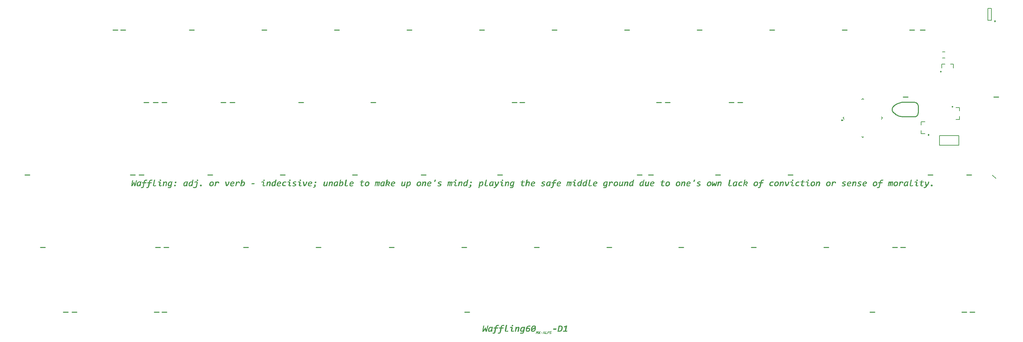
<source format=gto>
G04*
G04 #@! TF.GenerationSoftware,Altium Limited,Altium Designer,23.6.0 (18)*
G04*
G04 Layer_Color=65535*
%FSLAX25Y25*%
%MOIN*%
G70*
G04*
G04 #@! TF.SameCoordinates,B66D48C5-E07E-4974-9F6D-D9774B8395A7*
G04*
G04*
G04 #@! TF.FilePolarity,Positive*
G04*
G01*
G75*
%ADD10C,0.00984*%
%ADD11C,0.01000*%
%ADD12C,0.00787*%
G36*
X901665Y-172972D02*
X901771Y-172983D01*
X901993Y-173004D01*
X902003D01*
X902046Y-173015D01*
X902098D01*
X902172Y-173036D01*
X902257Y-173046D01*
X902352Y-173057D01*
X902542Y-173099D01*
X902352Y-174008D01*
X902341D01*
X902310Y-173998D01*
X902257Y-173987D01*
X902193Y-173977D01*
X902119Y-173966D01*
X902035Y-173945D01*
X901834Y-173924D01*
X901824D01*
X901792Y-173913D01*
X901739D01*
X901665Y-173902D01*
X901591Y-173892D01*
X901496D01*
X901295Y-173881D01*
X901210D01*
X901115Y-173892D01*
X900999Y-173913D01*
X900872Y-173955D01*
X900735Y-173998D01*
X900608Y-174072D01*
X900492Y-174167D01*
X900481Y-174177D01*
X900449Y-174220D01*
X900397Y-174283D01*
X900344Y-174368D01*
X900280Y-174473D01*
X900217Y-174611D01*
X900153Y-174769D01*
X900111Y-174949D01*
X899974Y-175636D01*
X901887D01*
X901697Y-176545D01*
X899794D01*
X899139Y-179832D01*
Y-179843D01*
Y-179853D01*
X899118Y-179917D01*
X899096Y-180023D01*
X899054Y-180149D01*
X899012Y-180287D01*
X898959Y-180445D01*
X898885Y-180593D01*
X898811Y-180741D01*
X898800Y-180762D01*
X898769Y-180805D01*
X898726Y-180868D01*
X898663Y-180953D01*
X898589Y-181048D01*
X898505Y-181154D01*
X898399Y-181249D01*
X898293Y-181344D01*
X898283Y-181354D01*
X898240Y-181386D01*
X898177Y-181418D01*
X898092Y-181471D01*
X897987Y-181523D01*
X897870Y-181576D01*
X897733Y-181629D01*
X897585Y-181671D01*
X897564D01*
X897521Y-181693D01*
X897437Y-181703D01*
X897331Y-181724D01*
X897204Y-181745D01*
X897056Y-181756D01*
X896898Y-181777D01*
X896517D01*
X896401Y-181767D01*
X896380D01*
X896317Y-181756D01*
X896221D01*
X896126Y-181745D01*
X896327Y-180826D01*
X896369D01*
X896412Y-180836D01*
X896475D01*
X896549Y-180847D01*
X896623D01*
X896803Y-180858D01*
X896877D01*
X896930Y-180847D01*
X897056Y-180826D01*
X897194Y-180794D01*
X897204D01*
X897225Y-180783D01*
X897257Y-180773D01*
X897310Y-180752D01*
X897416Y-180699D01*
X897532Y-180625D01*
X897543Y-180614D01*
X897564Y-180604D01*
X897627Y-180540D01*
X897712Y-180445D01*
X897796Y-180318D01*
Y-180308D01*
X897818Y-180287D01*
X897828Y-180245D01*
X897860Y-180192D01*
X897881Y-180128D01*
X897913Y-180054D01*
X897955Y-179885D01*
X898621Y-176545D01*
X897225D01*
X897405Y-175636D01*
X898811D01*
X898948Y-174949D01*
Y-174938D01*
X898959Y-174907D01*
X898970Y-174854D01*
X898991Y-174780D01*
X899012Y-174695D01*
X899044Y-174600D01*
X899128Y-174378D01*
X899234Y-174135D01*
X899371Y-173892D01*
X899540Y-173649D01*
X899636Y-173543D01*
X899741Y-173448D01*
X899752Y-173437D01*
X899773Y-173427D01*
X899805Y-173406D01*
X899847Y-173374D01*
X899910Y-173332D01*
X899984Y-173289D01*
X900069Y-173247D01*
X900175Y-173205D01*
X900280Y-173163D01*
X900407Y-173120D01*
X900544Y-173078D01*
X900682Y-173036D01*
X900840Y-173004D01*
X901010Y-172983D01*
X901189Y-172962D01*
X901570D01*
X901665Y-172972D01*
D02*
G37*
G36*
X778408Y-172972D02*
X778514Y-172983D01*
X778736Y-173004D01*
X778746D01*
X778789Y-173015D01*
X778841D01*
X778916Y-173036D01*
X779000Y-173046D01*
X779095Y-173057D01*
X779285Y-173099D01*
X779095Y-174008D01*
X779085D01*
X779053Y-173998D01*
X779000Y-173987D01*
X778937Y-173977D01*
X778863Y-173966D01*
X778778Y-173945D01*
X778577Y-173924D01*
X778567D01*
X778535Y-173913D01*
X778482D01*
X778408Y-173902D01*
X778334Y-173892D01*
X778239D01*
X778038Y-173881D01*
X777954D01*
X777858Y-173892D01*
X777742Y-173913D01*
X777615Y-173955D01*
X777478Y-173998D01*
X777351Y-174072D01*
X777235Y-174167D01*
X777224Y-174177D01*
X777193Y-174220D01*
X777140Y-174283D01*
X777087Y-174368D01*
X777024Y-174473D01*
X776960Y-174611D01*
X776897Y-174769D01*
X776854Y-174949D01*
X776717Y-175636D01*
X778630D01*
X778440Y-176545D01*
X776537D01*
X775882Y-179832D01*
Y-179843D01*
Y-179853D01*
X775861Y-179917D01*
X775840Y-180023D01*
X775797Y-180149D01*
X775755Y-180287D01*
X775702Y-180445D01*
X775628Y-180593D01*
X775554Y-180741D01*
X775544Y-180762D01*
X775512Y-180805D01*
X775470Y-180868D01*
X775406Y-180953D01*
X775332Y-181048D01*
X775248Y-181154D01*
X775142Y-181249D01*
X775036Y-181344D01*
X775026Y-181354D01*
X774984Y-181386D01*
X774920Y-181418D01*
X774835Y-181471D01*
X774730Y-181524D01*
X774614Y-181576D01*
X774476Y-181629D01*
X774328Y-181672D01*
X774307D01*
X774265Y-181693D01*
X774180Y-181703D01*
X774075Y-181724D01*
X773948Y-181745D01*
X773800Y-181756D01*
X773641Y-181777D01*
X773261D01*
X773144Y-181767D01*
X773123D01*
X773060Y-181756D01*
X772965D01*
X772869Y-181745D01*
X773070Y-180826D01*
X773113D01*
X773155Y-180836D01*
X773218D01*
X773292Y-180847D01*
X773366D01*
X773546Y-180858D01*
X773620D01*
X773673Y-180847D01*
X773800Y-180826D01*
X773937Y-180794D01*
X773948D01*
X773969Y-180784D01*
X774001Y-180773D01*
X774053Y-180752D01*
X774159Y-180699D01*
X774275Y-180625D01*
X774286Y-180614D01*
X774307Y-180604D01*
X774370Y-180541D01*
X774455Y-180445D01*
X774540Y-180318D01*
Y-180308D01*
X774561Y-180287D01*
X774571Y-180245D01*
X774603Y-180192D01*
X774624Y-180128D01*
X774656Y-180054D01*
X774698Y-179885D01*
X775364Y-176545D01*
X773969D01*
X774149Y-175636D01*
X775554D01*
X775692Y-174949D01*
Y-174938D01*
X775702Y-174907D01*
X775713Y-174854D01*
X775734Y-174780D01*
X775755Y-174695D01*
X775787Y-174600D01*
X775871Y-174378D01*
X775977Y-174135D01*
X776115Y-173892D01*
X776284Y-173649D01*
X776379Y-173543D01*
X776484Y-173448D01*
X776495Y-173437D01*
X776516Y-173427D01*
X776548Y-173406D01*
X776590Y-173374D01*
X776653Y-173332D01*
X776727Y-173289D01*
X776812Y-173247D01*
X776918Y-173205D01*
X777024Y-173163D01*
X777150Y-173120D01*
X777288Y-173078D01*
X777425Y-173036D01*
X777584Y-173004D01*
X777753Y-172983D01*
X777933Y-172962D01*
X778313D01*
X778408Y-172972D01*
D02*
G37*
G36*
X564049Y-172972D02*
X564154Y-172983D01*
X564376Y-173004D01*
X564387D01*
X564429Y-173015D01*
X564482D01*
X564556Y-173036D01*
X564641Y-173046D01*
X564736Y-173057D01*
X564926Y-173099D01*
X564736Y-174008D01*
X564725D01*
X564693Y-173998D01*
X564641Y-173987D01*
X564577Y-173977D01*
X564503Y-173966D01*
X564419Y-173945D01*
X564218Y-173924D01*
X564207D01*
X564175Y-173913D01*
X564123D01*
X564049Y-173902D01*
X563975Y-173892D01*
X563879D01*
X563679Y-173881D01*
X563594D01*
X563499Y-173892D01*
X563383Y-173913D01*
X563256Y-173955D01*
X563118Y-173998D01*
X562992Y-174072D01*
X562875Y-174167D01*
X562865Y-174177D01*
X562833Y-174220D01*
X562780Y-174283D01*
X562727Y-174368D01*
X562664Y-174473D01*
X562601Y-174611D01*
X562537Y-174769D01*
X562495Y-174949D01*
X562357Y-175636D01*
X564270D01*
X564080Y-176545D01*
X562178D01*
X561522Y-179832D01*
Y-179843D01*
Y-179853D01*
X561501Y-179917D01*
X561480Y-180023D01*
X561438Y-180149D01*
X561396Y-180287D01*
X561343Y-180445D01*
X561269Y-180593D01*
X561195Y-180741D01*
X561184Y-180763D01*
X561152Y-180805D01*
X561110Y-180868D01*
X561047Y-180953D01*
X560973Y-181048D01*
X560888Y-181154D01*
X560782Y-181249D01*
X560677Y-181344D01*
X560666Y-181354D01*
X560624Y-181386D01*
X560561Y-181418D01*
X560476Y-181471D01*
X560370Y-181524D01*
X560254Y-181576D01*
X560116Y-181629D01*
X559969Y-181672D01*
X559947D01*
X559905Y-181693D01*
X559821Y-181703D01*
X559715Y-181724D01*
X559588Y-181746D01*
X559440Y-181756D01*
X559281Y-181777D01*
X558901D01*
X558785Y-181767D01*
X558764D01*
X558700Y-181756D01*
X558605D01*
X558510Y-181746D01*
X558711Y-180826D01*
X558753D01*
X558795Y-180836D01*
X558859D01*
X558933Y-180847D01*
X559007D01*
X559186Y-180858D01*
X559260D01*
X559313Y-180847D01*
X559440Y-180826D01*
X559578Y-180794D01*
X559588D01*
X559609Y-180784D01*
X559641Y-180773D01*
X559694Y-180752D01*
X559799Y-180699D01*
X559916Y-180625D01*
X559926Y-180614D01*
X559947Y-180604D01*
X560011Y-180541D01*
X560095Y-180445D01*
X560180Y-180318D01*
Y-180308D01*
X560201Y-180287D01*
X560212Y-180245D01*
X560243Y-180192D01*
X560264Y-180128D01*
X560296Y-180054D01*
X560338Y-179885D01*
X561004Y-176545D01*
X559609D01*
X559789Y-175636D01*
X561195D01*
X561332Y-174949D01*
Y-174938D01*
X561343Y-174907D01*
X561353Y-174854D01*
X561374Y-174780D01*
X561396Y-174695D01*
X561427Y-174600D01*
X561512Y-174378D01*
X561618Y-174135D01*
X561755Y-173892D01*
X561924Y-173649D01*
X562019Y-173543D01*
X562125Y-173448D01*
X562135Y-173437D01*
X562156Y-173427D01*
X562188Y-173406D01*
X562230Y-173374D01*
X562294Y-173332D01*
X562368Y-173290D01*
X562453Y-173247D01*
X562558Y-173205D01*
X562664Y-173163D01*
X562791Y-173120D01*
X562928Y-173078D01*
X563066Y-173036D01*
X563224Y-173004D01*
X563393Y-172983D01*
X563573Y-172962D01*
X563953D01*
X564049Y-172972D01*
D02*
G37*
G36*
X146047Y-172973D02*
X146153Y-172983D01*
X146375Y-173004D01*
X146386D01*
X146428Y-173015D01*
X146481D01*
X146555Y-173036D01*
X146639Y-173046D01*
X146734Y-173057D01*
X146925Y-173099D01*
X146734Y-174008D01*
X146724D01*
X146692Y-173998D01*
X146639Y-173987D01*
X146576Y-173977D01*
X146502Y-173966D01*
X146417Y-173945D01*
X146216Y-173924D01*
X146206D01*
X146174Y-173913D01*
X146121D01*
X146047Y-173903D01*
X145973Y-173892D01*
X145878D01*
X145677Y-173881D01*
X145593D01*
X145498Y-173892D01*
X145381Y-173913D01*
X145255Y-173956D01*
X145117Y-173998D01*
X144990Y-174072D01*
X144874Y-174167D01*
X144863Y-174177D01*
X144832Y-174220D01*
X144779Y-174283D01*
X144726Y-174368D01*
X144663Y-174473D01*
X144599Y-174611D01*
X144536Y-174769D01*
X144494Y-174949D01*
X144356Y-175636D01*
X146269D01*
X146079Y-176545D01*
X144176D01*
X143521Y-179832D01*
Y-179843D01*
Y-179853D01*
X143500Y-179917D01*
X143479Y-180023D01*
X143437Y-180149D01*
X143394Y-180287D01*
X143341Y-180445D01*
X143267Y-180593D01*
X143193Y-180741D01*
X143183Y-180763D01*
X143151Y-180805D01*
X143109Y-180868D01*
X143045Y-180953D01*
X142972Y-181048D01*
X142887Y-181154D01*
X142781Y-181249D01*
X142675Y-181344D01*
X142665Y-181354D01*
X142623Y-181386D01*
X142559Y-181418D01*
X142475Y-181471D01*
X142369Y-181524D01*
X142253Y-181576D01*
X142115Y-181629D01*
X141967Y-181672D01*
X141946D01*
X141904Y-181693D01*
X141819Y-181703D01*
X141714Y-181724D01*
X141587Y-181746D01*
X141439Y-181756D01*
X141280Y-181777D01*
X140900D01*
X140784Y-181767D01*
X140762D01*
X140699Y-181756D01*
X140604D01*
X140509Y-181746D01*
X140709Y-180826D01*
X140752D01*
X140794Y-180836D01*
X140858D01*
X140931Y-180847D01*
X141006D01*
X141185Y-180858D01*
X141259D01*
X141312Y-180847D01*
X141439Y-180826D01*
X141576Y-180794D01*
X141587D01*
X141608Y-180784D01*
X141640Y-180773D01*
X141692Y-180752D01*
X141798Y-180699D01*
X141914Y-180625D01*
X141925Y-180615D01*
X141946Y-180604D01*
X142010Y-180541D01*
X142094Y-180445D01*
X142179Y-180319D01*
Y-180308D01*
X142200Y-180287D01*
X142210Y-180245D01*
X142242Y-180192D01*
X142263Y-180128D01*
X142295Y-180054D01*
X142337Y-179885D01*
X143003Y-176545D01*
X141608D01*
X141788Y-175636D01*
X143193D01*
X143331Y-174949D01*
Y-174938D01*
X143341Y-174907D01*
X143352Y-174854D01*
X143373Y-174780D01*
X143394Y-174695D01*
X143426Y-174600D01*
X143510Y-174378D01*
X143616Y-174135D01*
X143754Y-173892D01*
X143923Y-173649D01*
X144018Y-173543D01*
X144124Y-173448D01*
X144134Y-173438D01*
X144155Y-173427D01*
X144187Y-173406D01*
X144229Y-173374D01*
X144293Y-173332D01*
X144367Y-173290D01*
X144451Y-173247D01*
X144557Y-173205D01*
X144663Y-173163D01*
X144790Y-173120D01*
X144927Y-173078D01*
X145064Y-173036D01*
X145223Y-173004D01*
X145392Y-172983D01*
X145572Y-172962D01*
X145952D01*
X146047Y-172973D01*
D02*
G37*
G36*
X140688D02*
X140794Y-172983D01*
X141016Y-173004D01*
X141027D01*
X141069Y-173015D01*
X141122D01*
X141196Y-173036D01*
X141280Y-173046D01*
X141375Y-173057D01*
X141566Y-173099D01*
X141375Y-174008D01*
X141365D01*
X141333Y-173998D01*
X141280Y-173987D01*
X141217Y-173977D01*
X141143Y-173966D01*
X141058Y-173945D01*
X140858Y-173924D01*
X140847D01*
X140815Y-173913D01*
X140762D01*
X140688Y-173903D01*
X140614Y-173892D01*
X140519D01*
X140318Y-173881D01*
X140234D01*
X140139Y-173892D01*
X140023Y-173913D01*
X139896Y-173956D01*
X139758Y-173998D01*
X139631Y-174072D01*
X139515Y-174167D01*
X139505Y-174177D01*
X139473Y-174220D01*
X139420Y-174283D01*
X139367Y-174368D01*
X139304Y-174473D01*
X139240Y-174611D01*
X139177Y-174769D01*
X139135Y-174949D01*
X138997Y-175636D01*
X140910D01*
X140720Y-176545D01*
X138818D01*
X138162Y-179832D01*
Y-179843D01*
Y-179853D01*
X138141Y-179917D01*
X138120Y-180023D01*
X138078Y-180149D01*
X138035Y-180287D01*
X137982Y-180445D01*
X137908Y-180593D01*
X137835Y-180741D01*
X137824Y-180763D01*
X137792Y-180805D01*
X137750Y-180868D01*
X137687Y-180953D01*
X137612Y-181048D01*
X137528Y-181154D01*
X137422Y-181249D01*
X137317Y-181344D01*
X137306Y-181354D01*
X137264Y-181386D01*
X137200Y-181418D01*
X137116Y-181471D01*
X137010Y-181524D01*
X136894Y-181576D01*
X136756Y-181629D01*
X136608Y-181672D01*
X136587D01*
X136545Y-181693D01*
X136460Y-181703D01*
X136355Y-181724D01*
X136228Y-181746D01*
X136080Y-181756D01*
X135921Y-181777D01*
X135541D01*
X135424Y-181767D01*
X135403D01*
X135340Y-181756D01*
X135245D01*
X135150Y-181746D01*
X135351Y-180826D01*
X135393D01*
X135435Y-180836D01*
X135498D01*
X135573Y-180847D01*
X135646D01*
X135826Y-180858D01*
X135900D01*
X135953Y-180847D01*
X136080Y-180826D01*
X136217Y-180794D01*
X136228D01*
X136249Y-180784D01*
X136281Y-180773D01*
X136334Y-180752D01*
X136439Y-180699D01*
X136556Y-180625D01*
X136566Y-180615D01*
X136587Y-180604D01*
X136651Y-180541D01*
X136735Y-180445D01*
X136820Y-180319D01*
Y-180308D01*
X136841Y-180287D01*
X136851Y-180245D01*
X136883Y-180192D01*
X136904Y-180128D01*
X136936Y-180054D01*
X136978Y-179885D01*
X137644Y-176545D01*
X136249D01*
X136429Y-175636D01*
X137835D01*
X137972Y-174949D01*
Y-174938D01*
X137982Y-174907D01*
X137993Y-174854D01*
X138014Y-174780D01*
X138035Y-174695D01*
X138067Y-174600D01*
X138152Y-174378D01*
X138257Y-174135D01*
X138395Y-173892D01*
X138564Y-173649D01*
X138659Y-173543D01*
X138765Y-173448D01*
X138775Y-173438D01*
X138796Y-173427D01*
X138828Y-173406D01*
X138870Y-173374D01*
X138934Y-173332D01*
X139008Y-173290D01*
X139092Y-173247D01*
X139198Y-173205D01*
X139304Y-173163D01*
X139430Y-173120D01*
X139568Y-173078D01*
X139705Y-173036D01*
X139864Y-173004D01*
X140033Y-172983D01*
X140213Y-172962D01*
X140593D01*
X140688Y-172973D01*
D02*
G37*
G36*
X937645Y-172867D02*
X937740Y-172877D01*
X937846Y-172919D01*
X937857D01*
X937867Y-172930D01*
X937931Y-172962D01*
X938005Y-173015D01*
X938079Y-173089D01*
X938100Y-173110D01*
X938142Y-173152D01*
X938195Y-173226D01*
X938237Y-173310D01*
Y-173321D01*
X938248Y-173332D01*
X938269Y-173395D01*
X938279Y-173480D01*
X938290Y-173585D01*
Y-173596D01*
Y-173617D01*
Y-173649D01*
X938279Y-173691D01*
X938258Y-173786D01*
X938216Y-173902D01*
Y-173913D01*
X938205Y-173924D01*
X938174Y-173987D01*
X938110Y-174072D01*
X938036Y-174156D01*
X938015Y-174177D01*
X937962Y-174220D01*
X937888Y-174272D01*
X937783Y-174325D01*
X937772D01*
X937761Y-174336D01*
X937730Y-174346D01*
X937687D01*
X937592Y-174368D01*
X937476Y-174378D01*
X937413D01*
X937370Y-174368D01*
X937275Y-174357D01*
X937170Y-174325D01*
X937159D01*
X937148Y-174315D01*
X937085Y-174283D01*
X937011Y-174230D01*
X936926Y-174167D01*
X936916Y-174146D01*
X936874Y-174103D01*
X936821Y-174029D01*
X936779Y-173945D01*
Y-173934D01*
X936768Y-173924D01*
X936757Y-173860D01*
X936736Y-173765D01*
X936726Y-173659D01*
Y-173649D01*
Y-173628D01*
Y-173596D01*
X936736Y-173554D01*
X936757Y-173459D01*
X936789Y-173353D01*
Y-173342D01*
X936800Y-173332D01*
X936831Y-173268D01*
X936895Y-173184D01*
X936969Y-173099D01*
X936979Y-173089D01*
X936990Y-173078D01*
X937043Y-173036D01*
X937127Y-172972D01*
X937233Y-172919D01*
X937244D01*
X937254Y-172909D01*
X937286Y-172898D01*
X937328Y-172888D01*
X937423Y-172867D01*
X937539Y-172856D01*
X937603D01*
X937645Y-172867D01*
D02*
G37*
G36*
X825106Y-172867D02*
X825202Y-172877D01*
X825307Y-172919D01*
X825318D01*
X825328Y-172930D01*
X825392Y-172962D01*
X825466Y-173015D01*
X825540Y-173089D01*
X825561Y-173110D01*
X825603Y-173152D01*
X825656Y-173226D01*
X825698Y-173311D01*
Y-173321D01*
X825709Y-173332D01*
X825730Y-173395D01*
X825741Y-173480D01*
X825751Y-173585D01*
Y-173596D01*
Y-173617D01*
Y-173649D01*
X825741Y-173691D01*
X825720Y-173786D01*
X825677Y-173902D01*
Y-173913D01*
X825667Y-173924D01*
X825635Y-173987D01*
X825572Y-174072D01*
X825498Y-174156D01*
X825476Y-174177D01*
X825424Y-174220D01*
X825350Y-174272D01*
X825244Y-174325D01*
X825233D01*
X825223Y-174336D01*
X825191Y-174346D01*
X825149D01*
X825054Y-174368D01*
X824937Y-174378D01*
X824874D01*
X824832Y-174368D01*
X824736Y-174357D01*
X824631Y-174325D01*
X824620D01*
X824610Y-174315D01*
X824546Y-174283D01*
X824472Y-174230D01*
X824388Y-174167D01*
X824377Y-174146D01*
X824335Y-174103D01*
X824282Y-174029D01*
X824240Y-173945D01*
Y-173934D01*
X824229Y-173924D01*
X824218Y-173860D01*
X824197Y-173765D01*
X824187Y-173659D01*
Y-173649D01*
Y-173628D01*
Y-173596D01*
X824197Y-173554D01*
X824218Y-173459D01*
X824250Y-173353D01*
Y-173342D01*
X824261Y-173332D01*
X824292Y-173268D01*
X824356Y-173184D01*
X824430Y-173099D01*
X824440Y-173089D01*
X824451Y-173078D01*
X824504Y-173036D01*
X824588Y-172972D01*
X824694Y-172919D01*
X824705D01*
X824715Y-172909D01*
X824747Y-172898D01*
X824789Y-172888D01*
X824885Y-172867D01*
X825001Y-172856D01*
X825064D01*
X825106Y-172867D01*
D02*
G37*
G36*
X809029D02*
X809125Y-172877D01*
X809230Y-172919D01*
X809241D01*
X809251Y-172930D01*
X809315Y-172962D01*
X809389Y-173015D01*
X809463Y-173089D01*
X809484Y-173110D01*
X809526Y-173152D01*
X809579Y-173226D01*
X809621Y-173311D01*
Y-173321D01*
X809632Y-173332D01*
X809653Y-173395D01*
X809664Y-173480D01*
X809674Y-173585D01*
Y-173596D01*
Y-173617D01*
Y-173649D01*
X809664Y-173691D01*
X809643Y-173786D01*
X809600Y-173902D01*
Y-173913D01*
X809590Y-173924D01*
X809558Y-173987D01*
X809494Y-174072D01*
X809421Y-174156D01*
X809399Y-174177D01*
X809347Y-174220D01*
X809273Y-174272D01*
X809167Y-174325D01*
X809156D01*
X809146Y-174336D01*
X809114Y-174346D01*
X809072D01*
X808977Y-174368D01*
X808860Y-174378D01*
X808797D01*
X808755Y-174368D01*
X808659Y-174357D01*
X808554Y-174325D01*
X808543D01*
X808533Y-174315D01*
X808469Y-174283D01*
X808395Y-174230D01*
X808311Y-174167D01*
X808300Y-174146D01*
X808258Y-174103D01*
X808205Y-174029D01*
X808163Y-173945D01*
Y-173934D01*
X808152Y-173924D01*
X808142Y-173860D01*
X808120Y-173765D01*
X808110Y-173659D01*
Y-173649D01*
Y-173628D01*
Y-173596D01*
X808120Y-173554D01*
X808142Y-173459D01*
X808173Y-173353D01*
Y-173342D01*
X808184Y-173332D01*
X808216Y-173268D01*
X808279Y-173184D01*
X808353Y-173099D01*
X808364Y-173089D01*
X808374Y-173078D01*
X808427Y-173036D01*
X808512Y-172972D01*
X808617Y-172919D01*
X808628D01*
X808638Y-172909D01*
X808670Y-172898D01*
X808712Y-172888D01*
X808807Y-172867D01*
X808924Y-172856D01*
X808987D01*
X809029Y-172867D01*
D02*
G37*
G36*
X583952Y-172867D02*
X584047Y-172877D01*
X584153Y-172919D01*
X584163D01*
X584174Y-172930D01*
X584237Y-172962D01*
X584311Y-173015D01*
X584385Y-173089D01*
X584406Y-173110D01*
X584449Y-173152D01*
X584502Y-173226D01*
X584544Y-173311D01*
Y-173321D01*
X584554Y-173332D01*
X584576Y-173395D01*
X584586Y-173480D01*
X584597Y-173585D01*
Y-173596D01*
Y-173617D01*
Y-173649D01*
X584586Y-173691D01*
X584565Y-173786D01*
X584523Y-173902D01*
Y-173913D01*
X584512Y-173924D01*
X584480Y-173987D01*
X584417Y-174072D01*
X584343Y-174156D01*
X584322Y-174177D01*
X584269Y-174220D01*
X584195Y-174273D01*
X584089Y-174325D01*
X584079D01*
X584068Y-174336D01*
X584036Y-174346D01*
X583994D01*
X583899Y-174368D01*
X583783Y-174378D01*
X583719D01*
X583677Y-174368D01*
X583582Y-174357D01*
X583476Y-174325D01*
X583466D01*
X583455Y-174315D01*
X583392Y-174283D01*
X583318Y-174230D01*
X583233Y-174167D01*
X583222Y-174146D01*
X583180Y-174103D01*
X583127Y-174029D01*
X583085Y-173945D01*
Y-173934D01*
X583075Y-173924D01*
X583064Y-173860D01*
X583043Y-173765D01*
X583032Y-173659D01*
Y-173649D01*
Y-173628D01*
Y-173596D01*
X583043Y-173554D01*
X583064Y-173459D01*
X583096Y-173353D01*
Y-173342D01*
X583106Y-173332D01*
X583138Y-173268D01*
X583201Y-173184D01*
X583275Y-173099D01*
X583286Y-173089D01*
X583296Y-173078D01*
X583349Y-173036D01*
X583434Y-172972D01*
X583540Y-172919D01*
X583550D01*
X583561Y-172909D01*
X583593Y-172898D01*
X583635Y-172888D01*
X583730Y-172867D01*
X583846Y-172856D01*
X583910D01*
X583952Y-172867D01*
D02*
G37*
G36*
X508926Y-172867D02*
X509021Y-172877D01*
X509127Y-172919D01*
X509137D01*
X509148Y-172930D01*
X509211Y-172962D01*
X509285Y-173015D01*
X509359Y-173089D01*
X509380Y-173110D01*
X509423Y-173152D01*
X509476Y-173226D01*
X509518Y-173311D01*
Y-173321D01*
X509528Y-173332D01*
X509550Y-173395D01*
X509560Y-173480D01*
X509571Y-173585D01*
Y-173596D01*
Y-173617D01*
Y-173649D01*
X509560Y-173691D01*
X509539Y-173786D01*
X509497Y-173902D01*
Y-173913D01*
X509486Y-173924D01*
X509454Y-173987D01*
X509391Y-174072D01*
X509317Y-174156D01*
X509296Y-174177D01*
X509243Y-174220D01*
X509169Y-174273D01*
X509063Y-174325D01*
X509053D01*
X509042Y-174336D01*
X509011Y-174346D01*
X508968D01*
X508873Y-174368D01*
X508757Y-174378D01*
X508694D01*
X508651Y-174368D01*
X508556Y-174357D01*
X508450Y-174325D01*
X508440D01*
X508429Y-174315D01*
X508366Y-174283D01*
X508292Y-174230D01*
X508207Y-174167D01*
X508197Y-174146D01*
X508154Y-174103D01*
X508102Y-174029D01*
X508059Y-173945D01*
Y-173934D01*
X508049Y-173924D01*
X508038Y-173860D01*
X508017Y-173765D01*
X508006Y-173659D01*
Y-173649D01*
Y-173628D01*
Y-173596D01*
X508017Y-173554D01*
X508038Y-173459D01*
X508070Y-173353D01*
Y-173342D01*
X508080Y-173332D01*
X508112Y-173268D01*
X508176Y-173184D01*
X508250Y-173099D01*
X508260Y-173089D01*
X508271Y-173078D01*
X508323Y-173036D01*
X508408Y-172972D01*
X508514Y-172919D01*
X508524D01*
X508535Y-172909D01*
X508567Y-172898D01*
X508609Y-172888D01*
X508704Y-172867D01*
X508820Y-172856D01*
X508884D01*
X508926Y-172867D01*
D02*
G37*
G36*
X460695Y-172867D02*
X460790Y-172877D01*
X460896Y-172919D01*
X460907D01*
X460917Y-172930D01*
X460981Y-172962D01*
X461055Y-173015D01*
X461129Y-173089D01*
X461150Y-173110D01*
X461192Y-173152D01*
X461245Y-173226D01*
X461287Y-173311D01*
Y-173321D01*
X461298Y-173332D01*
X461319Y-173395D01*
X461329Y-173480D01*
X461340Y-173585D01*
Y-173596D01*
Y-173617D01*
Y-173649D01*
X461329Y-173691D01*
X461308Y-173786D01*
X461266Y-173902D01*
Y-173913D01*
X461255Y-173924D01*
X461224Y-173987D01*
X461160Y-174072D01*
X461086Y-174156D01*
X461065Y-174177D01*
X461012Y-174220D01*
X460938Y-174273D01*
X460833Y-174325D01*
X460822D01*
X460811Y-174336D01*
X460780Y-174346D01*
X460737D01*
X460642Y-174368D01*
X460526Y-174378D01*
X460463D01*
X460420Y-174368D01*
X460325Y-174357D01*
X460219Y-174325D01*
X460209D01*
X460198Y-174315D01*
X460135Y-174283D01*
X460061Y-174230D01*
X459976Y-174167D01*
X459966Y-174146D01*
X459924Y-174103D01*
X459871Y-174029D01*
X459828Y-173945D01*
Y-173934D01*
X459818Y-173924D01*
X459807Y-173860D01*
X459786Y-173765D01*
X459775Y-173659D01*
Y-173649D01*
Y-173628D01*
Y-173596D01*
X459786Y-173554D01*
X459807Y-173459D01*
X459839Y-173353D01*
Y-173342D01*
X459850Y-173332D01*
X459881Y-173268D01*
X459945Y-173184D01*
X460019Y-173099D01*
X460029Y-173089D01*
X460040Y-173078D01*
X460093Y-173036D01*
X460177Y-172972D01*
X460283Y-172919D01*
X460293D01*
X460304Y-172909D01*
X460336Y-172898D01*
X460378Y-172888D01*
X460473Y-172867D01*
X460589Y-172856D01*
X460653D01*
X460695Y-172867D01*
D02*
G37*
G36*
X299925Y-172867D02*
X300021Y-172877D01*
X300126Y-172920D01*
X300137D01*
X300147Y-172930D01*
X300211Y-172962D01*
X300285Y-173015D01*
X300359Y-173089D01*
X300380Y-173110D01*
X300422Y-173152D01*
X300475Y-173226D01*
X300517Y-173311D01*
Y-173321D01*
X300528Y-173332D01*
X300549Y-173395D01*
X300560Y-173480D01*
X300570Y-173585D01*
Y-173596D01*
Y-173617D01*
Y-173649D01*
X300560Y-173691D01*
X300538Y-173786D01*
X300496Y-173903D01*
Y-173913D01*
X300486Y-173924D01*
X300454Y-173987D01*
X300391Y-174072D01*
X300317Y-174156D01*
X300295Y-174177D01*
X300242Y-174220D01*
X300168Y-174273D01*
X300063Y-174325D01*
X300052D01*
X300042Y-174336D01*
X300010Y-174346D01*
X299968D01*
X299873Y-174368D01*
X299756Y-174378D01*
X299693D01*
X299651Y-174368D01*
X299555Y-174357D01*
X299450Y-174325D01*
X299439D01*
X299429Y-174315D01*
X299365Y-174283D01*
X299291Y-174230D01*
X299207Y-174167D01*
X299196Y-174146D01*
X299154Y-174103D01*
X299101Y-174029D01*
X299059Y-173945D01*
Y-173934D01*
X299048Y-173924D01*
X299038Y-173860D01*
X299016Y-173765D01*
X299006Y-173660D01*
Y-173649D01*
Y-173628D01*
Y-173596D01*
X299016Y-173554D01*
X299038Y-173459D01*
X299069Y-173353D01*
Y-173342D01*
X299080Y-173332D01*
X299112Y-173268D01*
X299175Y-173184D01*
X299249Y-173099D01*
X299259Y-173089D01*
X299270Y-173078D01*
X299323Y-173036D01*
X299408Y-172972D01*
X299513Y-172920D01*
X299524D01*
X299534Y-172909D01*
X299566Y-172898D01*
X299608Y-172888D01*
X299703Y-172867D01*
X299820Y-172856D01*
X299883D01*
X299925Y-172867D01*
D02*
G37*
G36*
X289207D02*
X289303Y-172877D01*
X289408Y-172920D01*
X289419D01*
X289429Y-172930D01*
X289493Y-172962D01*
X289567Y-173015D01*
X289641Y-173089D01*
X289662Y-173110D01*
X289704Y-173152D01*
X289757Y-173226D01*
X289799Y-173311D01*
Y-173321D01*
X289810Y-173332D01*
X289831Y-173395D01*
X289842Y-173480D01*
X289852Y-173585D01*
Y-173596D01*
Y-173617D01*
Y-173649D01*
X289842Y-173691D01*
X289821Y-173786D01*
X289778Y-173903D01*
Y-173913D01*
X289768Y-173924D01*
X289736Y-173987D01*
X289672Y-174072D01*
X289598Y-174156D01*
X289577Y-174177D01*
X289525Y-174220D01*
X289451Y-174273D01*
X289345Y-174325D01*
X289334D01*
X289324Y-174336D01*
X289292Y-174346D01*
X289250D01*
X289155Y-174368D01*
X289038Y-174378D01*
X288975D01*
X288933Y-174368D01*
X288838Y-174357D01*
X288732Y-174325D01*
X288721D01*
X288711Y-174315D01*
X288647Y-174283D01*
X288573Y-174230D01*
X288489Y-174167D01*
X288478Y-174146D01*
X288436Y-174103D01*
X288383Y-174029D01*
X288341Y-173945D01*
Y-173934D01*
X288330Y-173924D01*
X288319Y-173860D01*
X288298Y-173765D01*
X288288Y-173660D01*
Y-173649D01*
Y-173628D01*
Y-173596D01*
X288298Y-173554D01*
X288319Y-173459D01*
X288351Y-173353D01*
Y-173342D01*
X288362Y-173332D01*
X288393Y-173268D01*
X288457Y-173184D01*
X288531Y-173099D01*
X288542Y-173089D01*
X288552Y-173078D01*
X288605Y-173036D01*
X288689Y-172972D01*
X288795Y-172920D01*
X288806D01*
X288816Y-172909D01*
X288848Y-172898D01*
X288890Y-172888D01*
X288985Y-172867D01*
X289102Y-172856D01*
X289165D01*
X289207Y-172867D01*
D02*
G37*
G36*
X262413Y-172867D02*
X262508Y-172877D01*
X262613Y-172920D01*
X262624D01*
X262634Y-172930D01*
X262698Y-172962D01*
X262772Y-173015D01*
X262846Y-173089D01*
X262867Y-173110D01*
X262909Y-173152D01*
X262962Y-173226D01*
X263004Y-173311D01*
Y-173321D01*
X263015Y-173332D01*
X263036Y-173395D01*
X263047Y-173480D01*
X263057Y-173585D01*
Y-173596D01*
Y-173617D01*
Y-173649D01*
X263047Y-173691D01*
X263025Y-173786D01*
X262983Y-173903D01*
Y-173913D01*
X262973Y-173924D01*
X262941Y-173987D01*
X262878Y-174072D01*
X262804Y-174156D01*
X262782Y-174177D01*
X262730Y-174220D01*
X262656Y-174273D01*
X262550Y-174325D01*
X262539D01*
X262529Y-174336D01*
X262497Y-174346D01*
X262455D01*
X262360Y-174368D01*
X262243Y-174378D01*
X262180D01*
X262138Y-174368D01*
X262042Y-174357D01*
X261937Y-174325D01*
X261926D01*
X261916Y-174315D01*
X261852Y-174283D01*
X261778Y-174230D01*
X261694Y-174167D01*
X261683Y-174146D01*
X261641Y-174103D01*
X261588Y-174029D01*
X261546Y-173945D01*
Y-173934D01*
X261535Y-173924D01*
X261525Y-173860D01*
X261504Y-173765D01*
X261493Y-173660D01*
Y-173649D01*
Y-173628D01*
Y-173596D01*
X261504Y-173554D01*
X261525Y-173459D01*
X261556Y-173353D01*
Y-173342D01*
X261567Y-173332D01*
X261599Y-173268D01*
X261662Y-173184D01*
X261736Y-173099D01*
X261747Y-173089D01*
X261757Y-173078D01*
X261810Y-173036D01*
X261894Y-172972D01*
X262000Y-172920D01*
X262011D01*
X262021Y-172909D01*
X262053Y-172898D01*
X262095Y-172888D01*
X262191Y-172867D01*
X262307Y-172856D01*
X262370D01*
X262413Y-172867D01*
D02*
G37*
G36*
X193633Y-172867D02*
X193729Y-172877D01*
X193824Y-172920D01*
X193834D01*
X193845Y-172930D01*
X193908Y-172962D01*
X193982Y-173015D01*
X194056Y-173089D01*
X194077Y-173110D01*
X194120Y-173152D01*
X194173Y-173226D01*
X194215Y-173311D01*
Y-173321D01*
X194225Y-173332D01*
X194247Y-173395D01*
X194257Y-173480D01*
X194268Y-173585D01*
Y-173596D01*
Y-173617D01*
Y-173649D01*
X194257Y-173691D01*
X194236Y-173786D01*
X194194Y-173903D01*
Y-173913D01*
X194183Y-173924D01*
X194151Y-173987D01*
X194088Y-174072D01*
X194014Y-174156D01*
X193993Y-174177D01*
X193940Y-174220D01*
X193866Y-174273D01*
X193760Y-174325D01*
X193750D01*
X193739Y-174336D01*
X193708Y-174346D01*
X193665D01*
X193570Y-174368D01*
X193454Y-174378D01*
X193390D01*
X193348Y-174368D01*
X193253Y-174357D01*
X193147Y-174325D01*
X193137D01*
X193126Y-174315D01*
X193063Y-174283D01*
X192989Y-174230D01*
X192915Y-174167D01*
X192904Y-174146D01*
X192862Y-174103D01*
X192809Y-174029D01*
X192767Y-173945D01*
Y-173934D01*
X192756Y-173924D01*
X192746Y-173860D01*
X192725Y-173765D01*
X192714Y-173660D01*
Y-173649D01*
Y-173628D01*
Y-173596D01*
X192725Y-173554D01*
X192746Y-173459D01*
X192777Y-173353D01*
Y-173342D01*
X192788Y-173332D01*
X192820Y-173268D01*
X192883Y-173184D01*
X192957Y-173099D01*
X192968Y-173089D01*
X192978Y-173078D01*
X193031Y-173036D01*
X193116Y-172972D01*
X193221Y-172920D01*
X193232D01*
X193242Y-172909D01*
X193274Y-172898D01*
X193316Y-172888D01*
X193412Y-172867D01*
X193528Y-172856D01*
X193591D01*
X193633Y-172867D01*
D02*
G37*
G36*
X155233D02*
X155328Y-172877D01*
X155433Y-172920D01*
X155444D01*
X155455Y-172930D01*
X155518Y-172962D01*
X155592Y-173015D01*
X155666Y-173089D01*
X155687Y-173110D01*
X155729Y-173152D01*
X155782Y-173226D01*
X155825Y-173311D01*
Y-173321D01*
X155835Y-173332D01*
X155856Y-173395D01*
X155867Y-173480D01*
X155877Y-173585D01*
Y-173596D01*
Y-173617D01*
Y-173649D01*
X155867Y-173691D01*
X155846Y-173786D01*
X155804Y-173903D01*
Y-173913D01*
X155793Y-173924D01*
X155761Y-173987D01*
X155698Y-174072D01*
X155624Y-174156D01*
X155603Y-174177D01*
X155550Y-174220D01*
X155476Y-174273D01*
X155370Y-174325D01*
X155359D01*
X155349Y-174336D01*
X155317Y-174346D01*
X155275D01*
X155180Y-174368D01*
X155064Y-174378D01*
X155000D01*
X154958Y-174368D01*
X154863Y-174357D01*
X154757Y-174325D01*
X154746D01*
X154736Y-174315D01*
X154673Y-174283D01*
X154598Y-174230D01*
X154514Y-174167D01*
X154503Y-174146D01*
X154461Y-174103D01*
X154408Y-174029D01*
X154366Y-173945D01*
Y-173934D01*
X154355Y-173924D01*
X154345Y-173860D01*
X154324Y-173765D01*
X154313Y-173660D01*
Y-173649D01*
Y-173628D01*
Y-173596D01*
X154324Y-173554D01*
X154345Y-173459D01*
X154376Y-173353D01*
Y-173342D01*
X154387Y-173332D01*
X154419Y-173268D01*
X154482Y-173184D01*
X154556Y-173099D01*
X154567Y-173089D01*
X154577Y-173078D01*
X154630Y-173036D01*
X154715Y-172972D01*
X154821Y-172920D01*
X154831D01*
X154842Y-172909D01*
X154873Y-172898D01*
X154916Y-172888D01*
X155011Y-172867D01*
X155127Y-172856D01*
X155190D01*
X155233Y-172867D01*
D02*
G37*
G36*
X654813Y-177539D02*
Y-177549D01*
Y-177560D01*
X654803Y-177592D01*
Y-177634D01*
X654781Y-177739D01*
X654760Y-177866D01*
Y-177877D01*
Y-177898D01*
X654750Y-177930D01*
X654739Y-177982D01*
X654729Y-178046D01*
X654718Y-178120D01*
X654697Y-178289D01*
Y-178300D01*
Y-178331D01*
X654686Y-178384D01*
X654676Y-178458D01*
X654665Y-178553D01*
X654655Y-178659D01*
X654634Y-178775D01*
X654623Y-178902D01*
Y-178923D01*
Y-178966D01*
X654612Y-179040D01*
X654602Y-179145D01*
X654591Y-179272D01*
X654581Y-179420D01*
X654560Y-179589D01*
X654549Y-179779D01*
X653598D01*
X653639Y-178924D01*
X653619Y-178944D01*
X653598Y-178976D01*
X653566Y-179018D01*
X653471Y-179124D01*
X653355Y-179251D01*
X653344Y-179262D01*
X653323Y-179283D01*
X653291Y-179314D01*
X653249Y-179357D01*
X653132Y-179452D01*
X652974Y-179568D01*
X652963Y-179579D01*
X652932Y-179589D01*
X652889Y-179621D01*
X652826Y-179642D01*
X652752Y-179684D01*
X652668Y-179716D01*
X652477Y-179790D01*
X652467D01*
X652435Y-179801D01*
X652382Y-179822D01*
X652308Y-179832D01*
X652223Y-179853D01*
X652118Y-179875D01*
X651896Y-179885D01*
X651832D01*
X651780Y-179875D01*
X651653Y-179864D01*
X651494Y-179832D01*
X651325Y-179779D01*
X651145Y-179705D01*
X650976Y-179600D01*
X650828Y-179452D01*
X650818Y-179431D01*
X650775Y-179367D01*
X650712Y-179272D01*
X650649Y-179135D01*
X650585Y-178955D01*
X650522Y-178744D01*
X650480Y-178500D01*
X650469Y-178215D01*
Y-178205D01*
Y-178183D01*
Y-178141D01*
Y-178088D01*
X650480Y-178025D01*
Y-177951D01*
X650490Y-177771D01*
X650511Y-177570D01*
X650553Y-177338D01*
X650596Y-177105D01*
X650659Y-176873D01*
Y-176862D01*
X650670Y-176841D01*
X650680Y-176809D01*
X650691Y-176767D01*
X650744Y-176651D01*
X650797Y-176503D01*
X650881Y-176334D01*
X650976Y-176154D01*
X651092Y-175974D01*
X651219Y-175805D01*
X651240Y-175784D01*
X651283Y-175731D01*
X651367Y-175647D01*
X651473Y-175551D01*
X651611Y-175435D01*
X651769Y-175319D01*
X651949Y-175213D01*
X652139Y-175108D01*
X652149D01*
X652160Y-175097D01*
X652192Y-175086D01*
X652234Y-175065D01*
X652350Y-175023D01*
X652498Y-174981D01*
X652678Y-174938D01*
X652879Y-174896D01*
X653111Y-174864D01*
X653365Y-174854D01*
X653513D01*
X653661Y-174864D01*
X653809Y-174885D01*
X653841D01*
X653883Y-174896D01*
X653925D01*
X654042Y-174917D01*
X654168Y-174938D01*
X654560Y-173057D01*
X655712D01*
X654813Y-177539D01*
D02*
G37*
G36*
X644095D02*
Y-177549D01*
Y-177560D01*
X644085Y-177592D01*
Y-177634D01*
X644064Y-177739D01*
X644042Y-177866D01*
Y-177877D01*
Y-177898D01*
X644032Y-177930D01*
X644021Y-177982D01*
X644011Y-178046D01*
X644000Y-178120D01*
X643979Y-178289D01*
Y-178300D01*
Y-178331D01*
X643968Y-178384D01*
X643958Y-178458D01*
X643947Y-178553D01*
X643937Y-178659D01*
X643916Y-178775D01*
X643905Y-178902D01*
Y-178923D01*
Y-178966D01*
X643894Y-179040D01*
X643884Y-179145D01*
X643873Y-179272D01*
X643863Y-179420D01*
X643842Y-179589D01*
X643831Y-179779D01*
X642880D01*
X642921Y-178924D01*
X642901Y-178944D01*
X642880Y-178976D01*
X642848Y-179018D01*
X642753Y-179124D01*
X642636Y-179251D01*
X642626Y-179262D01*
X642605Y-179283D01*
X642573Y-179314D01*
X642531Y-179357D01*
X642415Y-179452D01*
X642256Y-179568D01*
X642245Y-179579D01*
X642214Y-179589D01*
X642171Y-179621D01*
X642108Y-179642D01*
X642034Y-179684D01*
X641950Y-179716D01*
X641759Y-179790D01*
X641749D01*
X641717Y-179801D01*
X641664Y-179822D01*
X641590Y-179832D01*
X641505Y-179853D01*
X641400Y-179875D01*
X641178Y-179885D01*
X641114D01*
X641062Y-179875D01*
X640935Y-179864D01*
X640776Y-179832D01*
X640607Y-179779D01*
X640427Y-179705D01*
X640258Y-179600D01*
X640110Y-179452D01*
X640100Y-179431D01*
X640057Y-179367D01*
X639994Y-179272D01*
X639931Y-179135D01*
X639867Y-178955D01*
X639804Y-178744D01*
X639761Y-178500D01*
X639751Y-178215D01*
Y-178205D01*
Y-178183D01*
Y-178141D01*
Y-178088D01*
X639761Y-178025D01*
Y-177951D01*
X639772Y-177771D01*
X639793Y-177570D01*
X639836Y-177338D01*
X639878Y-177105D01*
X639941Y-176873D01*
Y-176862D01*
X639952Y-176841D01*
X639962Y-176809D01*
X639973Y-176767D01*
X640026Y-176651D01*
X640079Y-176503D01*
X640163Y-176334D01*
X640258Y-176154D01*
X640375Y-175974D01*
X640501Y-175805D01*
X640522Y-175784D01*
X640565Y-175731D01*
X640649Y-175647D01*
X640755Y-175551D01*
X640893Y-175435D01*
X641051Y-175319D01*
X641231Y-175213D01*
X641421Y-175108D01*
X641432D01*
X641442Y-175097D01*
X641474Y-175086D01*
X641516Y-175065D01*
X641632Y-175023D01*
X641780Y-174981D01*
X641960Y-174938D01*
X642161Y-174896D01*
X642393Y-174864D01*
X642647Y-174854D01*
X642795D01*
X642943Y-174864D01*
X643091Y-174885D01*
X643123D01*
X643165Y-174896D01*
X643207D01*
X643324Y-174917D01*
X643450Y-174938D01*
X643842Y-173057D01*
X644994D01*
X644095Y-177539D01*
D02*
G37*
G36*
X595864Y-177539D02*
Y-177549D01*
Y-177560D01*
X595854Y-177592D01*
Y-177634D01*
X595833Y-177739D01*
X595811Y-177866D01*
Y-177877D01*
Y-177898D01*
X595801Y-177930D01*
X595790Y-177982D01*
X595780Y-178046D01*
X595769Y-178120D01*
X595748Y-178289D01*
Y-178300D01*
Y-178331D01*
X595737Y-178384D01*
X595727Y-178458D01*
X595716Y-178553D01*
X595706Y-178659D01*
X595685Y-178775D01*
X595674Y-178902D01*
Y-178923D01*
Y-178966D01*
X595663Y-179040D01*
X595653Y-179145D01*
X595642Y-179272D01*
X595632Y-179420D01*
X595611Y-179589D01*
X595600Y-179779D01*
X594649D01*
X594691Y-178924D01*
X594670Y-178944D01*
X594649Y-178976D01*
X594617Y-179018D01*
X594522Y-179124D01*
X594406Y-179251D01*
X594395Y-179262D01*
X594374Y-179283D01*
X594342Y-179314D01*
X594300Y-179357D01*
X594184Y-179452D01*
X594025Y-179568D01*
X594015Y-179579D01*
X593983Y-179589D01*
X593940Y-179621D01*
X593877Y-179642D01*
X593803Y-179684D01*
X593719Y-179716D01*
X593528Y-179790D01*
X593518D01*
X593486Y-179801D01*
X593433Y-179822D01*
X593359Y-179832D01*
X593275Y-179853D01*
X593169Y-179875D01*
X592947Y-179885D01*
X592883D01*
X592831Y-179875D01*
X592704Y-179864D01*
X592545Y-179832D01*
X592376Y-179779D01*
X592197Y-179706D01*
X592027Y-179600D01*
X591879Y-179452D01*
X591869Y-179431D01*
X591826Y-179367D01*
X591763Y-179272D01*
X591700Y-179135D01*
X591636Y-178955D01*
X591573Y-178744D01*
X591531Y-178500D01*
X591520Y-178215D01*
Y-178205D01*
Y-178183D01*
Y-178141D01*
Y-178088D01*
X591531Y-178025D01*
Y-177951D01*
X591541Y-177771D01*
X591562Y-177570D01*
X591605Y-177338D01*
X591647Y-177105D01*
X591710Y-176873D01*
Y-176862D01*
X591721Y-176841D01*
X591731Y-176809D01*
X591742Y-176767D01*
X591795Y-176651D01*
X591848Y-176503D01*
X591932Y-176334D01*
X592027Y-176154D01*
X592144Y-175974D01*
X592271Y-175805D01*
X592292Y-175784D01*
X592334Y-175731D01*
X592418Y-175647D01*
X592524Y-175551D01*
X592662Y-175435D01*
X592820Y-175319D01*
X593000Y-175213D01*
X593190Y-175108D01*
X593201D01*
X593211Y-175097D01*
X593243Y-175086D01*
X593285Y-175065D01*
X593401Y-175023D01*
X593549Y-174981D01*
X593729Y-174938D01*
X593930Y-174896D01*
X594163Y-174864D01*
X594416Y-174854D01*
X594564D01*
X594712Y-174864D01*
X594860Y-174885D01*
X594892D01*
X594934Y-174896D01*
X594976D01*
X595093Y-174917D01*
X595220Y-174938D01*
X595611Y-173057D01*
X596763D01*
X595864Y-177539D01*
D02*
G37*
G36*
X590505D02*
Y-177549D01*
Y-177560D01*
X590495Y-177592D01*
Y-177634D01*
X590474Y-177739D01*
X590452Y-177866D01*
Y-177877D01*
Y-177898D01*
X590442Y-177930D01*
X590431Y-177982D01*
X590421Y-178046D01*
X590410Y-178120D01*
X590389Y-178289D01*
Y-178300D01*
Y-178331D01*
X590378Y-178384D01*
X590368Y-178458D01*
X590357Y-178553D01*
X590347Y-178659D01*
X590326Y-178775D01*
X590315Y-178902D01*
Y-178923D01*
Y-178966D01*
X590304Y-179040D01*
X590294Y-179145D01*
X590283Y-179272D01*
X590273Y-179420D01*
X590252Y-179589D01*
X590241Y-179779D01*
X589290D01*
X589331Y-178924D01*
X589311Y-178944D01*
X589290Y-178976D01*
X589258Y-179018D01*
X589163Y-179124D01*
X589047Y-179251D01*
X589036Y-179262D01*
X589015Y-179283D01*
X588983Y-179314D01*
X588941Y-179357D01*
X588825Y-179452D01*
X588666Y-179568D01*
X588656Y-179579D01*
X588624Y-179589D01*
X588582Y-179621D01*
X588518Y-179642D01*
X588444Y-179684D01*
X588360Y-179716D01*
X588169Y-179790D01*
X588159D01*
X588127Y-179801D01*
X588074Y-179822D01*
X588000Y-179832D01*
X587916Y-179853D01*
X587810Y-179875D01*
X587588Y-179885D01*
X587525D01*
X587472Y-179875D01*
X587345Y-179864D01*
X587186Y-179832D01*
X587017Y-179779D01*
X586837Y-179706D01*
X586668Y-179600D01*
X586520Y-179452D01*
X586510Y-179431D01*
X586468Y-179367D01*
X586404Y-179272D01*
X586341Y-179135D01*
X586277Y-178955D01*
X586214Y-178744D01*
X586172Y-178500D01*
X586161Y-178215D01*
Y-178205D01*
Y-178183D01*
Y-178141D01*
Y-178088D01*
X586172Y-178025D01*
Y-177951D01*
X586182Y-177771D01*
X586203Y-177570D01*
X586246Y-177338D01*
X586288Y-177105D01*
X586351Y-176873D01*
Y-176862D01*
X586362Y-176841D01*
X586372Y-176809D01*
X586383Y-176767D01*
X586436Y-176651D01*
X586489Y-176503D01*
X586573Y-176334D01*
X586668Y-176154D01*
X586785Y-175974D01*
X586911Y-175805D01*
X586933Y-175784D01*
X586975Y-175731D01*
X587059Y-175647D01*
X587165Y-175551D01*
X587303Y-175435D01*
X587461Y-175319D01*
X587641Y-175213D01*
X587831Y-175108D01*
X587842D01*
X587852Y-175097D01*
X587884Y-175086D01*
X587926Y-175065D01*
X588042Y-175023D01*
X588190Y-174981D01*
X588370Y-174938D01*
X588571Y-174896D01*
X588803Y-174864D01*
X589057Y-174854D01*
X589205D01*
X589353Y-174864D01*
X589501Y-174885D01*
X589533D01*
X589575Y-174896D01*
X589617D01*
X589734Y-174917D01*
X589860Y-174938D01*
X590252Y-173057D01*
X591404D01*
X590505Y-177539D01*
D02*
G37*
G36*
X472608Y-177539D02*
Y-177549D01*
Y-177560D01*
X472597Y-177592D01*
Y-177634D01*
X472576Y-177740D01*
X472555Y-177866D01*
Y-177877D01*
Y-177898D01*
X472544Y-177930D01*
X472534Y-177983D01*
X472523Y-178046D01*
X472512Y-178120D01*
X472491Y-178289D01*
Y-178300D01*
Y-178331D01*
X472481Y-178384D01*
X472470Y-178458D01*
X472460Y-178553D01*
X472449Y-178659D01*
X472428Y-178775D01*
X472417Y-178902D01*
Y-178923D01*
Y-178966D01*
X472407Y-179040D01*
X472396Y-179145D01*
X472386Y-179272D01*
X472375Y-179420D01*
X472354Y-179589D01*
X472343Y-179780D01*
X471392D01*
X471434Y-178924D01*
X471413Y-178944D01*
X471392Y-178976D01*
X471360Y-179018D01*
X471265Y-179124D01*
X471149Y-179251D01*
X471138Y-179262D01*
X471117Y-179283D01*
X471085Y-179314D01*
X471043Y-179357D01*
X470927Y-179452D01*
X470768Y-179568D01*
X470758Y-179579D01*
X470726Y-179589D01*
X470684Y-179621D01*
X470620Y-179642D01*
X470546Y-179684D01*
X470462Y-179716D01*
X470271Y-179790D01*
X470261D01*
X470229Y-179801D01*
X470176Y-179822D01*
X470102Y-179832D01*
X470018Y-179853D01*
X469912Y-179875D01*
X469690Y-179885D01*
X469627D01*
X469574Y-179875D01*
X469447Y-179864D01*
X469288Y-179832D01*
X469119Y-179780D01*
X468940Y-179706D01*
X468771Y-179600D01*
X468623Y-179452D01*
X468612Y-179431D01*
X468570Y-179367D01*
X468506Y-179272D01*
X468443Y-179135D01*
X468379Y-178955D01*
X468316Y-178744D01*
X468274Y-178500D01*
X468263Y-178215D01*
Y-178205D01*
Y-178183D01*
Y-178141D01*
Y-178088D01*
X468274Y-178025D01*
Y-177951D01*
X468284Y-177771D01*
X468305Y-177570D01*
X468348Y-177338D01*
X468390Y-177105D01*
X468454Y-176873D01*
Y-176862D01*
X468464Y-176841D01*
X468475Y-176809D01*
X468485Y-176767D01*
X468538Y-176651D01*
X468591Y-176503D01*
X468676Y-176334D01*
X468771Y-176154D01*
X468887Y-175974D01*
X469014Y-175805D01*
X469035Y-175784D01*
X469077Y-175731D01*
X469162Y-175647D01*
X469267Y-175551D01*
X469405Y-175435D01*
X469563Y-175319D01*
X469743Y-175213D01*
X469933Y-175108D01*
X469944D01*
X469954Y-175097D01*
X469986Y-175086D01*
X470028Y-175065D01*
X470145Y-175023D01*
X470293Y-174981D01*
X470472Y-174938D01*
X470673Y-174896D01*
X470906Y-174864D01*
X471159Y-174854D01*
X471307D01*
X471455Y-174864D01*
X471603Y-174886D01*
X471635D01*
X471677Y-174896D01*
X471720D01*
X471836Y-174917D01*
X471963Y-174938D01*
X472354Y-173057D01*
X473506D01*
X472608Y-177539D01*
D02*
G37*
G36*
X274325Y-177539D02*
Y-177549D01*
Y-177560D01*
X274314Y-177592D01*
Y-177634D01*
X274293Y-177740D01*
X274272Y-177866D01*
Y-177877D01*
Y-177898D01*
X274261Y-177930D01*
X274251Y-177983D01*
X274240Y-178046D01*
X274230Y-178120D01*
X274209Y-178289D01*
Y-178300D01*
Y-178331D01*
X274198Y-178384D01*
X274187Y-178458D01*
X274177Y-178553D01*
X274166Y-178659D01*
X274145Y-178775D01*
X274135Y-178902D01*
Y-178923D01*
Y-178966D01*
X274124Y-179040D01*
X274113Y-179145D01*
X274103Y-179272D01*
X274092Y-179420D01*
X274071Y-179589D01*
X274061Y-179780D01*
X273109D01*
X273151Y-178924D01*
X273130Y-178945D01*
X273109Y-178976D01*
X273078Y-179018D01*
X272983Y-179124D01*
X272866Y-179251D01*
X272856Y-179262D01*
X272834Y-179283D01*
X272803Y-179314D01*
X272761Y-179357D01*
X272644Y-179452D01*
X272486Y-179568D01*
X272475Y-179579D01*
X272443Y-179589D01*
X272401Y-179621D01*
X272338Y-179642D01*
X272264Y-179684D01*
X272179Y-179716D01*
X271989Y-179790D01*
X271978D01*
X271947Y-179801D01*
X271894Y-179822D01*
X271820Y-179832D01*
X271735Y-179853D01*
X271630Y-179875D01*
X271408Y-179885D01*
X271344D01*
X271291Y-179875D01*
X271164Y-179864D01*
X271006Y-179832D01*
X270837Y-179780D01*
X270657Y-179706D01*
X270488Y-179600D01*
X270340Y-179452D01*
X270329Y-179431D01*
X270287Y-179367D01*
X270224Y-179272D01*
X270160Y-179135D01*
X270097Y-178955D01*
X270033Y-178744D01*
X269991Y-178500D01*
X269981Y-178215D01*
Y-178205D01*
Y-178183D01*
Y-178141D01*
Y-178088D01*
X269991Y-178025D01*
Y-177951D01*
X270002Y-177771D01*
X270023Y-177570D01*
X270065Y-177338D01*
X270107Y-177105D01*
X270171Y-176873D01*
Y-176862D01*
X270181Y-176841D01*
X270192Y-176809D01*
X270203Y-176767D01*
X270255Y-176651D01*
X270308Y-176503D01*
X270393Y-176334D01*
X270488Y-176154D01*
X270604Y-175974D01*
X270731Y-175805D01*
X270752Y-175784D01*
X270795Y-175731D01*
X270879Y-175647D01*
X270985Y-175551D01*
X271122Y-175435D01*
X271281Y-175319D01*
X271460Y-175213D01*
X271651Y-175108D01*
X271661D01*
X271672Y-175097D01*
X271704Y-175086D01*
X271746Y-175065D01*
X271862Y-175023D01*
X272010Y-174981D01*
X272190Y-174938D01*
X272391Y-174896D01*
X272623Y-174864D01*
X272877Y-174854D01*
X273025D01*
X273173Y-174864D01*
X273321Y-174886D01*
X273352D01*
X273395Y-174896D01*
X273437D01*
X273553Y-174917D01*
X273680Y-174938D01*
X274071Y-173057D01*
X275223D01*
X274325Y-177539D01*
D02*
G37*
G36*
X188581Y-177539D02*
Y-177549D01*
Y-177560D01*
X188570Y-177592D01*
Y-177634D01*
X188549Y-177740D01*
X188528Y-177866D01*
Y-177877D01*
Y-177898D01*
X188518Y-177930D01*
X188507Y-177983D01*
X188496Y-178046D01*
X188486Y-178120D01*
X188465Y-178289D01*
Y-178300D01*
Y-178331D01*
X188454Y-178384D01*
X188444Y-178458D01*
X188433Y-178553D01*
X188423Y-178659D01*
X188401Y-178775D01*
X188391Y-178902D01*
Y-178923D01*
Y-178966D01*
X188380Y-179040D01*
X188370Y-179145D01*
X188359Y-179272D01*
X188348Y-179420D01*
X188327Y-179589D01*
X188317Y-179780D01*
X187365D01*
X187407Y-178924D01*
X187387Y-178945D01*
X187365Y-178976D01*
X187334Y-179018D01*
X187239Y-179124D01*
X187122Y-179251D01*
X187112Y-179262D01*
X187091Y-179283D01*
X187059Y-179314D01*
X187017Y-179357D01*
X186900Y-179452D01*
X186742Y-179568D01*
X186731Y-179579D01*
X186700Y-179589D01*
X186657Y-179621D01*
X186594Y-179642D01*
X186520Y-179684D01*
X186435Y-179716D01*
X186245Y-179790D01*
X186234D01*
X186203Y-179801D01*
X186150Y-179822D01*
X186076Y-179832D01*
X185991Y-179853D01*
X185886Y-179875D01*
X185664Y-179885D01*
X185600D01*
X185547Y-179875D01*
X185421Y-179864D01*
X185262Y-179832D01*
X185093Y-179780D01*
X184913Y-179706D01*
X184744Y-179600D01*
X184596Y-179452D01*
X184586Y-179431D01*
X184543Y-179367D01*
X184480Y-179272D01*
X184416Y-179135D01*
X184353Y-178955D01*
X184290Y-178744D01*
X184247Y-178500D01*
X184237Y-178215D01*
Y-178205D01*
Y-178183D01*
Y-178141D01*
Y-178088D01*
X184247Y-178025D01*
Y-177951D01*
X184258Y-177771D01*
X184279Y-177570D01*
X184321Y-177338D01*
X184364Y-177105D01*
X184427Y-176873D01*
Y-176862D01*
X184438Y-176841D01*
X184448Y-176809D01*
X184459Y-176767D01*
X184512Y-176651D01*
X184564Y-176503D01*
X184649Y-176334D01*
X184744Y-176154D01*
X184860Y-175974D01*
X184987Y-175805D01*
X185008Y-175784D01*
X185051Y-175731D01*
X185135Y-175647D01*
X185241Y-175551D01*
X185378Y-175435D01*
X185537Y-175319D01*
X185717Y-175213D01*
X185907Y-175108D01*
X185917D01*
X185928Y-175097D01*
X185960Y-175086D01*
X186002Y-175065D01*
X186118Y-175023D01*
X186266Y-174981D01*
X186446Y-174938D01*
X186647Y-174896D01*
X186879Y-174864D01*
X187133Y-174854D01*
X187281D01*
X187429Y-174864D01*
X187577Y-174886D01*
X187609D01*
X187651Y-174896D01*
X187693D01*
X187809Y-174917D01*
X187936Y-174938D01*
X188327Y-173057D01*
X189479D01*
X188581Y-177539D01*
D02*
G37*
G36*
X928122Y-177539D02*
Y-177549D01*
Y-177560D01*
X928111Y-177591D01*
X928100Y-177634D01*
X928079Y-177739D01*
X928058Y-177866D01*
Y-177877D01*
Y-177898D01*
X928048Y-177930D01*
Y-177982D01*
X928037Y-178046D01*
X928026Y-178120D01*
X928005Y-178289D01*
Y-178300D01*
Y-178331D01*
X927995Y-178384D01*
X927984Y-178458D01*
X927974Y-178553D01*
X927963Y-178659D01*
X927942Y-178775D01*
X927931Y-178902D01*
Y-178923D01*
X927921Y-178965D01*
Y-179040D01*
X927910Y-179145D01*
X927900Y-179272D01*
X927878Y-179420D01*
X927868Y-179589D01*
X927847Y-179779D01*
X926906D01*
X926937Y-178913D01*
X926917Y-178934D01*
X926896Y-178965D01*
X926864Y-179008D01*
X926779Y-179124D01*
X926663Y-179251D01*
X926652Y-179262D01*
X926631Y-179283D01*
X926600Y-179314D01*
X926547Y-179357D01*
X926431Y-179452D01*
X926272Y-179568D01*
X926261Y-179579D01*
X926240Y-179589D01*
X926187Y-179621D01*
X926134Y-179642D01*
X926060Y-179684D01*
X925976Y-179716D01*
X925786Y-179790D01*
X925775D01*
X925743Y-179800D01*
X925691Y-179822D01*
X925617Y-179832D01*
X925532Y-179853D01*
X925426Y-179875D01*
X925204Y-179885D01*
X925141D01*
X925088Y-179875D01*
X924961Y-179864D01*
X924803Y-179832D01*
X924634Y-179779D01*
X924454Y-179705D01*
X924285Y-179600D01*
X924137Y-179452D01*
X924126Y-179431D01*
X924084Y-179367D01*
X924020Y-179272D01*
X923957Y-179135D01*
X923894Y-178955D01*
X923830Y-178744D01*
X923788Y-178500D01*
X923777Y-178215D01*
Y-178205D01*
Y-178183D01*
Y-178141D01*
Y-178088D01*
X923788Y-178025D01*
Y-177951D01*
X923798Y-177771D01*
X923820Y-177570D01*
X923862Y-177338D01*
X923904Y-177105D01*
X923968Y-176873D01*
Y-176862D01*
X923978Y-176841D01*
X923989Y-176809D01*
X923999Y-176767D01*
X924052Y-176651D01*
X924105Y-176503D01*
X924190Y-176334D01*
X924285Y-176154D01*
X924401Y-175974D01*
X924528Y-175805D01*
X924549Y-175784D01*
X924591Y-175731D01*
X924676Y-175646D01*
X924782Y-175551D01*
X924919Y-175435D01*
X925078Y-175319D01*
X925257Y-175213D01*
X925447Y-175107D01*
X925458D01*
X925469Y-175097D01*
X925500Y-175086D01*
X925543Y-175065D01*
X925659Y-175023D01*
X925807Y-174981D01*
X925986Y-174938D01*
X926187Y-174896D01*
X926420Y-174864D01*
X926674Y-174854D01*
X926800D01*
X926885Y-174864D01*
X926991D01*
X927096Y-174875D01*
X927318Y-174907D01*
X927329D01*
X927371Y-174917D01*
X927424Y-174928D01*
X927498Y-174938D01*
X927657Y-174981D01*
X927826Y-175023D01*
X928650Y-174854D01*
X928122Y-177539D01*
D02*
G37*
G36*
X751275Y-177539D02*
Y-177549D01*
Y-177560D01*
X751264Y-177591D01*
X751254Y-177634D01*
X751233Y-177739D01*
X751212Y-177866D01*
Y-177877D01*
Y-177898D01*
X751201Y-177930D01*
Y-177982D01*
X751190Y-178046D01*
X751180Y-178120D01*
X751159Y-178289D01*
Y-178300D01*
Y-178331D01*
X751148Y-178384D01*
X751138Y-178458D01*
X751127Y-178553D01*
X751116Y-178659D01*
X751095Y-178775D01*
X751085Y-178902D01*
Y-178923D01*
X751074Y-178965D01*
Y-179040D01*
X751064Y-179145D01*
X751053Y-179272D01*
X751032Y-179420D01*
X751021Y-179589D01*
X751000Y-179779D01*
X750059D01*
X750091Y-178913D01*
X750070Y-178934D01*
X750049Y-178965D01*
X750017Y-179008D01*
X749933Y-179124D01*
X749816Y-179251D01*
X749806Y-179262D01*
X749785Y-179283D01*
X749753Y-179314D01*
X749700Y-179357D01*
X749584Y-179452D01*
X749425Y-179568D01*
X749415Y-179579D01*
X749394Y-179589D01*
X749341Y-179621D01*
X749288Y-179642D01*
X749214Y-179684D01*
X749129Y-179716D01*
X748939Y-179790D01*
X748928D01*
X748897Y-179801D01*
X748844Y-179822D01*
X748770Y-179832D01*
X748685Y-179853D01*
X748580Y-179875D01*
X748358Y-179885D01*
X748294D01*
X748241Y-179875D01*
X748114Y-179864D01*
X747956Y-179832D01*
X747787Y-179779D01*
X747607Y-179705D01*
X747438Y-179600D01*
X747290Y-179452D01*
X747280Y-179431D01*
X747237Y-179367D01*
X747174Y-179272D01*
X747110Y-179135D01*
X747047Y-178955D01*
X746984Y-178744D01*
X746941Y-178500D01*
X746931Y-178215D01*
Y-178205D01*
Y-178183D01*
Y-178141D01*
Y-178088D01*
X746941Y-178025D01*
Y-177951D01*
X746952Y-177771D01*
X746973Y-177570D01*
X747015Y-177338D01*
X747057Y-177105D01*
X747121Y-176873D01*
Y-176862D01*
X747131Y-176841D01*
X747142Y-176809D01*
X747153Y-176767D01*
X747205Y-176651D01*
X747258Y-176503D01*
X747343Y-176334D01*
X747438Y-176154D01*
X747554Y-175974D01*
X747681Y-175805D01*
X747702Y-175784D01*
X747745Y-175731D01*
X747829Y-175647D01*
X747935Y-175551D01*
X748072Y-175435D01*
X748231Y-175319D01*
X748411Y-175213D01*
X748601Y-175108D01*
X748611D01*
X748622Y-175097D01*
X748654Y-175086D01*
X748696Y-175065D01*
X748812Y-175023D01*
X748960Y-174981D01*
X749140Y-174938D01*
X749341Y-174896D01*
X749573Y-174864D01*
X749827Y-174854D01*
X749954D01*
X750038Y-174864D01*
X750144D01*
X750250Y-174875D01*
X750472Y-174907D01*
X750482D01*
X750525Y-174917D01*
X750577Y-174928D01*
X750651Y-174938D01*
X750810Y-174981D01*
X750979Y-175023D01*
X751803Y-174854D01*
X751275Y-177539D01*
D02*
G37*
G36*
X616846Y-179811D02*
Y-179832D01*
X616825Y-179896D01*
X616803Y-179980D01*
X616772Y-180096D01*
X616729Y-180223D01*
X616687Y-180361D01*
X616624Y-180509D01*
X616560Y-180646D01*
X616550Y-180667D01*
X616529Y-180710D01*
X616486Y-180773D01*
X616433Y-180858D01*
X616370Y-180963D01*
X616286Y-181069D01*
X616201Y-181175D01*
X616095Y-181270D01*
X616085Y-181280D01*
X616042Y-181312D01*
X615979Y-181354D01*
X615905Y-181407D01*
X615799Y-181471D01*
X615683Y-181534D01*
X615546Y-181597D01*
X615398Y-181650D01*
X615377D01*
X615324Y-181672D01*
X615239Y-181693D01*
X615133Y-181714D01*
X614985Y-181735D01*
X614827Y-181756D01*
X614647Y-181767D01*
X614446Y-181777D01*
X614372D01*
X614298Y-181767D01*
X614193D01*
X614066Y-181756D01*
X613918Y-181735D01*
X613770Y-181714D01*
X613601Y-181682D01*
X613580D01*
X613527Y-181661D01*
X613442Y-181650D01*
X613337Y-181619D01*
X613210Y-181576D01*
X613083Y-181534D01*
X612808Y-181418D01*
X613252Y-180572D01*
X613263Y-180583D01*
X613305Y-180593D01*
X613368Y-180625D01*
X613442Y-180657D01*
X613527Y-180689D01*
X613622Y-180731D01*
X613833Y-180794D01*
X613844D01*
X613886Y-180805D01*
X613939Y-180815D01*
X614023Y-180826D01*
X614119Y-180847D01*
X614224Y-180858D01*
X614341Y-180868D01*
X614552D01*
X614647Y-180858D01*
X614763Y-180836D01*
X614901Y-180805D01*
X615038Y-180762D01*
X615165Y-180699D01*
X615281Y-180614D01*
X615292Y-180604D01*
X615324Y-180562D01*
X615377Y-180509D01*
X615440Y-180424D01*
X615503Y-180318D01*
X615567Y-180192D01*
X615630Y-180044D01*
X615683Y-179864D01*
Y-179853D01*
X615694Y-179832D01*
X615704Y-179790D01*
X615715Y-179737D01*
X615757Y-179600D01*
X615810Y-179452D01*
Y-179441D01*
X615820Y-179410D01*
X615842Y-179367D01*
X615863Y-179314D01*
X615916Y-179166D01*
X615968Y-179008D01*
X615958Y-179018D01*
X615947Y-179040D01*
X615916Y-179082D01*
X615884Y-179135D01*
X615789Y-179262D01*
X615662Y-179388D01*
X615651Y-179399D01*
X615630Y-179410D01*
X615598Y-179441D01*
X615556Y-179483D01*
X615429Y-179568D01*
X615281Y-179663D01*
X615271D01*
X615250Y-179684D01*
X615207Y-179695D01*
X615155Y-179727D01*
X615091Y-179748D01*
X615017Y-179779D01*
X614848Y-179822D01*
X614837D01*
X614806Y-179832D01*
X614763Y-179843D01*
X614700Y-179853D01*
X614637Y-179864D01*
X614552Y-179875D01*
X614383Y-179885D01*
X614320D01*
X614267Y-179875D01*
X614140Y-179864D01*
X613981Y-179832D01*
X613812Y-179779D01*
X613632Y-179705D01*
X613463Y-179600D01*
X613315Y-179452D01*
X613305Y-179431D01*
X613263Y-179367D01*
X613199Y-179272D01*
X613136Y-179135D01*
X613072Y-178955D01*
X613009Y-178744D01*
X612966Y-178500D01*
X612956Y-178215D01*
Y-178205D01*
Y-178183D01*
Y-178141D01*
Y-178088D01*
X612966Y-178025D01*
Y-177951D01*
X612977Y-177771D01*
X612998Y-177570D01*
X613040Y-177338D01*
X613083Y-177105D01*
X613146Y-176873D01*
Y-176862D01*
X613157Y-176841D01*
X613167Y-176809D01*
X613178Y-176767D01*
X613231Y-176651D01*
X613284Y-176503D01*
X613368Y-176334D01*
X613463Y-176154D01*
X613580Y-175974D01*
X613706Y-175805D01*
X613728Y-175784D01*
X613770Y-175731D01*
X613854Y-175647D01*
X613960Y-175551D01*
X614097Y-175435D01*
X614256Y-175319D01*
X614436Y-175213D01*
X614626Y-175108D01*
X614637D01*
X614647Y-175097D01*
X614679Y-175086D01*
X614721Y-175065D01*
X614837Y-175023D01*
X614985Y-174981D01*
X615165Y-174938D01*
X615366Y-174896D01*
X615598Y-174864D01*
X615852Y-174854D01*
X615979D01*
X616063Y-174864D01*
X616169D01*
X616275Y-174875D01*
X616497Y-174907D01*
X616507D01*
X616550Y-174917D01*
X616603Y-174928D01*
X616677Y-174938D01*
X616835Y-174981D01*
X617004Y-175023D01*
X617829Y-174854D01*
X616846Y-179811D01*
D02*
G37*
G36*
X558351Y-177539D02*
Y-177549D01*
Y-177560D01*
X558341Y-177592D01*
X558330Y-177634D01*
X558309Y-177739D01*
X558288Y-177866D01*
Y-177877D01*
Y-177898D01*
X558277Y-177930D01*
Y-177982D01*
X558267Y-178046D01*
X558256Y-178120D01*
X558235Y-178289D01*
Y-178300D01*
Y-178331D01*
X558224Y-178384D01*
X558214Y-178458D01*
X558203Y-178553D01*
X558193Y-178659D01*
X558172Y-178775D01*
X558161Y-178902D01*
Y-178923D01*
X558150Y-178966D01*
Y-179040D01*
X558140Y-179145D01*
X558129Y-179272D01*
X558108Y-179420D01*
X558098Y-179589D01*
X558076Y-179779D01*
X557136D01*
X557167Y-178913D01*
X557146Y-178934D01*
X557125Y-178966D01*
X557093Y-179008D01*
X557009Y-179124D01*
X556893Y-179251D01*
X556882Y-179262D01*
X556861Y-179283D01*
X556829Y-179314D01*
X556776Y-179357D01*
X556660Y-179452D01*
X556502Y-179568D01*
X556491Y-179579D01*
X556470Y-179589D01*
X556417Y-179621D01*
X556364Y-179642D01*
X556290Y-179684D01*
X556206Y-179716D01*
X556015Y-179790D01*
X556005D01*
X555973Y-179801D01*
X555920Y-179822D01*
X555846Y-179832D01*
X555762Y-179853D01*
X555656Y-179875D01*
X555434Y-179885D01*
X555371D01*
X555318Y-179875D01*
X555191Y-179864D01*
X555032Y-179832D01*
X554863Y-179779D01*
X554684Y-179706D01*
X554514Y-179600D01*
X554366Y-179452D01*
X554356Y-179431D01*
X554314Y-179367D01*
X554250Y-179272D01*
X554187Y-179135D01*
X554123Y-178955D01*
X554060Y-178744D01*
X554018Y-178500D01*
X554007Y-178215D01*
Y-178205D01*
Y-178183D01*
Y-178141D01*
Y-178088D01*
X554018Y-178025D01*
Y-177951D01*
X554028Y-177771D01*
X554049Y-177570D01*
X554092Y-177338D01*
X554134Y-177105D01*
X554197Y-176873D01*
Y-176862D01*
X554208Y-176841D01*
X554218Y-176809D01*
X554229Y-176767D01*
X554282Y-176651D01*
X554335Y-176503D01*
X554419Y-176334D01*
X554514Y-176154D01*
X554631Y-175974D01*
X554757Y-175805D01*
X554779Y-175784D01*
X554821Y-175731D01*
X554906Y-175647D01*
X555011Y-175551D01*
X555149Y-175435D01*
X555307Y-175319D01*
X555487Y-175213D01*
X555677Y-175108D01*
X555688D01*
X555698Y-175097D01*
X555730Y-175086D01*
X555772Y-175065D01*
X555889Y-175023D01*
X556037Y-174981D01*
X556216Y-174938D01*
X556417Y-174896D01*
X556650Y-174864D01*
X556903Y-174854D01*
X557030D01*
X557115Y-174864D01*
X557220D01*
X557326Y-174875D01*
X557548Y-174907D01*
X557559D01*
X557601Y-174917D01*
X557654Y-174928D01*
X557728Y-174938D01*
X557886Y-174981D01*
X558055Y-175023D01*
X558880Y-174854D01*
X558351Y-177539D01*
D02*
G37*
G36*
X520384Y-179811D02*
Y-179832D01*
X520363Y-179896D01*
X520342Y-179980D01*
X520310Y-180097D01*
X520268Y-180223D01*
X520225Y-180361D01*
X520162Y-180509D01*
X520098Y-180646D01*
X520088Y-180667D01*
X520067Y-180710D01*
X520024Y-180773D01*
X519972Y-180858D01*
X519908Y-180963D01*
X519824Y-181069D01*
X519739Y-181175D01*
X519633Y-181270D01*
X519623Y-181280D01*
X519581Y-181312D01*
X519517Y-181354D01*
X519443Y-181407D01*
X519338Y-181471D01*
X519221Y-181534D01*
X519084Y-181597D01*
X518936Y-181650D01*
X518915D01*
X518862Y-181672D01*
X518777Y-181693D01*
X518672Y-181714D01*
X518524Y-181735D01*
X518365Y-181756D01*
X518185Y-181767D01*
X517984Y-181777D01*
X517910D01*
X517837Y-181767D01*
X517731D01*
X517604Y-181756D01*
X517456Y-181735D01*
X517308Y-181714D01*
X517139Y-181682D01*
X517118D01*
X517065Y-181661D01*
X516980Y-181650D01*
X516875Y-181619D01*
X516748Y-181576D01*
X516621Y-181534D01*
X516346Y-181418D01*
X516790Y-180572D01*
X516801Y-180583D01*
X516843Y-180593D01*
X516906Y-180625D01*
X516980Y-180657D01*
X517065Y-180689D01*
X517160Y-180731D01*
X517372Y-180794D01*
X517382D01*
X517424Y-180805D01*
X517477Y-180815D01*
X517562Y-180826D01*
X517657Y-180847D01*
X517763Y-180858D01*
X517879Y-180868D01*
X518090D01*
X518185Y-180858D01*
X518302Y-180836D01*
X518439Y-180805D01*
X518576Y-180763D01*
X518703Y-180699D01*
X518820Y-180614D01*
X518830Y-180604D01*
X518862Y-180562D01*
X518915Y-180509D01*
X518978Y-180424D01*
X519041Y-180318D01*
X519105Y-180192D01*
X519168Y-180044D01*
X519221Y-179864D01*
Y-179853D01*
X519232Y-179832D01*
X519242Y-179790D01*
X519253Y-179737D01*
X519295Y-179600D01*
X519348Y-179452D01*
Y-179441D01*
X519359Y-179410D01*
X519380Y-179367D01*
X519401Y-179314D01*
X519454Y-179166D01*
X519507Y-179008D01*
X519496Y-179018D01*
X519486Y-179040D01*
X519454Y-179082D01*
X519422Y-179135D01*
X519327Y-179262D01*
X519200Y-179388D01*
X519190Y-179399D01*
X519168Y-179410D01*
X519137Y-179441D01*
X519094Y-179483D01*
X518967Y-179568D01*
X518820Y-179663D01*
X518809D01*
X518788Y-179684D01*
X518746Y-179695D01*
X518693Y-179727D01*
X518629Y-179748D01*
X518555Y-179780D01*
X518386Y-179822D01*
X518376D01*
X518344Y-179832D01*
X518302Y-179843D01*
X518238Y-179853D01*
X518175Y-179864D01*
X518090Y-179875D01*
X517921Y-179885D01*
X517858D01*
X517805Y-179875D01*
X517678Y-179864D01*
X517519Y-179832D01*
X517350Y-179780D01*
X517171Y-179706D01*
X517001Y-179600D01*
X516854Y-179452D01*
X516843Y-179431D01*
X516801Y-179367D01*
X516737Y-179272D01*
X516674Y-179135D01*
X516610Y-178955D01*
X516547Y-178744D01*
X516505Y-178500D01*
X516494Y-178215D01*
Y-178205D01*
Y-178183D01*
Y-178141D01*
Y-178088D01*
X516505Y-178025D01*
Y-177951D01*
X516515Y-177771D01*
X516536Y-177570D01*
X516579Y-177338D01*
X516621Y-177105D01*
X516684Y-176873D01*
Y-176862D01*
X516695Y-176841D01*
X516706Y-176809D01*
X516716Y-176767D01*
X516769Y-176651D01*
X516822Y-176503D01*
X516906Y-176334D01*
X517001Y-176154D01*
X517118Y-175974D01*
X517245Y-175805D01*
X517266Y-175784D01*
X517308Y-175731D01*
X517393Y-175647D01*
X517498Y-175551D01*
X517636Y-175435D01*
X517794Y-175319D01*
X517974Y-175213D01*
X518164Y-175108D01*
X518175D01*
X518185Y-175097D01*
X518217Y-175086D01*
X518259Y-175065D01*
X518376Y-175023D01*
X518524Y-174981D01*
X518703Y-174938D01*
X518904Y-174896D01*
X519137Y-174864D01*
X519390Y-174854D01*
X519517D01*
X519602Y-174864D01*
X519707D01*
X519813Y-174875D01*
X520035Y-174907D01*
X520046D01*
X520088Y-174917D01*
X520141Y-174928D01*
X520215Y-174938D01*
X520373Y-174981D01*
X520542Y-175023D01*
X521367Y-174854D01*
X520384Y-179811D01*
D02*
G37*
G36*
X499403Y-177539D02*
Y-177549D01*
Y-177560D01*
X499392Y-177592D01*
X499381Y-177634D01*
X499360Y-177740D01*
X499339Y-177866D01*
Y-177877D01*
Y-177898D01*
X499329Y-177930D01*
Y-177983D01*
X499318Y-178046D01*
X499307Y-178120D01*
X499286Y-178289D01*
Y-178300D01*
Y-178331D01*
X499276Y-178384D01*
X499265Y-178458D01*
X499255Y-178553D01*
X499244Y-178659D01*
X499223Y-178775D01*
X499212Y-178902D01*
Y-178923D01*
X499202Y-178966D01*
Y-179040D01*
X499191Y-179145D01*
X499181Y-179272D01*
X499159Y-179420D01*
X499149Y-179589D01*
X499128Y-179780D01*
X498187D01*
X498218Y-178913D01*
X498198Y-178934D01*
X498176Y-178966D01*
X498145Y-179008D01*
X498060Y-179124D01*
X497944Y-179251D01*
X497933Y-179262D01*
X497912Y-179283D01*
X497880Y-179314D01*
X497827Y-179357D01*
X497711Y-179452D01*
X497553Y-179568D01*
X497542Y-179579D01*
X497521Y-179589D01*
X497468Y-179621D01*
X497415Y-179642D01*
X497341Y-179684D01*
X497257Y-179716D01*
X497066Y-179790D01*
X497056D01*
X497024Y-179801D01*
X496971Y-179822D01*
X496897Y-179832D01*
X496813Y-179853D01*
X496707Y-179875D01*
X496485Y-179885D01*
X496422D01*
X496369Y-179875D01*
X496242Y-179864D01*
X496083Y-179832D01*
X495914Y-179780D01*
X495735Y-179706D01*
X495566Y-179600D01*
X495418Y-179452D01*
X495407Y-179431D01*
X495365Y-179367D01*
X495301Y-179272D01*
X495238Y-179135D01*
X495174Y-178955D01*
X495111Y-178744D01*
X495069Y-178500D01*
X495058Y-178215D01*
Y-178205D01*
Y-178183D01*
Y-178141D01*
Y-178088D01*
X495069Y-178025D01*
Y-177951D01*
X495079Y-177771D01*
X495100Y-177570D01*
X495143Y-177338D01*
X495185Y-177105D01*
X495248Y-176873D01*
Y-176862D01*
X495259Y-176841D01*
X495270Y-176809D01*
X495280Y-176767D01*
X495333Y-176651D01*
X495386Y-176503D01*
X495470Y-176334D01*
X495566Y-176154D01*
X495682Y-175974D01*
X495809Y-175805D01*
X495830Y-175784D01*
X495872Y-175731D01*
X495957Y-175647D01*
X496062Y-175551D01*
X496200Y-175435D01*
X496358Y-175319D01*
X496538Y-175213D01*
X496728Y-175108D01*
X496739D01*
X496749Y-175097D01*
X496781Y-175086D01*
X496823Y-175065D01*
X496940Y-175023D01*
X497088Y-174981D01*
X497267Y-174938D01*
X497468Y-174896D01*
X497701Y-174864D01*
X497954Y-174854D01*
X498081D01*
X498166Y-174864D01*
X498272D01*
X498377Y-174875D01*
X498599Y-174907D01*
X498610D01*
X498652Y-174917D01*
X498705Y-174928D01*
X498779Y-174938D01*
X498937Y-174981D01*
X499107Y-175023D01*
X499931Y-174854D01*
X499403Y-177539D01*
D02*
G37*
G36*
X386864Y-177539D02*
Y-177549D01*
Y-177560D01*
X386853Y-177592D01*
X386842Y-177634D01*
X386821Y-177740D01*
X386800Y-177866D01*
Y-177877D01*
Y-177898D01*
X386790Y-177930D01*
Y-177983D01*
X386779Y-178046D01*
X386769Y-178120D01*
X386747Y-178289D01*
Y-178300D01*
Y-178331D01*
X386737Y-178384D01*
X386726Y-178458D01*
X386716Y-178553D01*
X386705Y-178659D01*
X386684Y-178775D01*
X386673Y-178902D01*
Y-178923D01*
X386663Y-178966D01*
Y-179040D01*
X386652Y-179145D01*
X386642Y-179272D01*
X386621Y-179420D01*
X386610Y-179589D01*
X386589Y-179780D01*
X385648D01*
X385679Y-178913D01*
X385659Y-178934D01*
X385637Y-178966D01*
X385606Y-179008D01*
X385521Y-179124D01*
X385405Y-179251D01*
X385394Y-179262D01*
X385373Y-179283D01*
X385342Y-179314D01*
X385289Y-179357D01*
X385173Y-179452D01*
X385014Y-179568D01*
X385003Y-179579D01*
X384982Y-179589D01*
X384929Y-179621D01*
X384876Y-179642D01*
X384803Y-179684D01*
X384718Y-179716D01*
X384528Y-179790D01*
X384517D01*
X384485Y-179801D01*
X384433Y-179822D01*
X384359Y-179832D01*
X384274Y-179853D01*
X384168Y-179875D01*
X383946Y-179885D01*
X383883D01*
X383830Y-179875D01*
X383703Y-179864D01*
X383545Y-179832D01*
X383376Y-179780D01*
X383196Y-179706D01*
X383027Y-179600D01*
X382879Y-179452D01*
X382868Y-179431D01*
X382826Y-179367D01*
X382763Y-179272D01*
X382699Y-179135D01*
X382636Y-178955D01*
X382572Y-178744D01*
X382530Y-178500D01*
X382519Y-178215D01*
Y-178205D01*
Y-178183D01*
Y-178141D01*
Y-178088D01*
X382530Y-178025D01*
Y-177951D01*
X382540Y-177771D01*
X382562Y-177570D01*
X382604Y-177338D01*
X382646Y-177105D01*
X382710Y-176873D01*
Y-176862D01*
X382720Y-176841D01*
X382731Y-176809D01*
X382741Y-176767D01*
X382794Y-176651D01*
X382847Y-176503D01*
X382932Y-176334D01*
X383027Y-176154D01*
X383143Y-175974D01*
X383270Y-175805D01*
X383291Y-175784D01*
X383333Y-175731D01*
X383418Y-175647D01*
X383524Y-175551D01*
X383661Y-175435D01*
X383820Y-175319D01*
X383999Y-175213D01*
X384189Y-175108D01*
X384200D01*
X384211Y-175097D01*
X384242Y-175086D01*
X384285Y-175065D01*
X384401Y-175023D01*
X384549Y-174981D01*
X384729Y-174938D01*
X384929Y-174896D01*
X385162Y-174864D01*
X385416Y-174854D01*
X385542D01*
X385627Y-174864D01*
X385733D01*
X385838Y-174875D01*
X386060Y-174907D01*
X386071D01*
X386113Y-174917D01*
X386166Y-174928D01*
X386240Y-174938D01*
X386399Y-174981D01*
X386568Y-175023D01*
X387392Y-174854D01*
X386864Y-177539D01*
D02*
G37*
G36*
X338633Y-177539D02*
Y-177549D01*
Y-177560D01*
X338622Y-177592D01*
X338612Y-177634D01*
X338591Y-177740D01*
X338569Y-177866D01*
Y-177877D01*
Y-177898D01*
X338559Y-177930D01*
Y-177983D01*
X338548Y-178046D01*
X338538Y-178120D01*
X338516Y-178289D01*
Y-178300D01*
Y-178331D01*
X338506Y-178384D01*
X338495Y-178458D01*
X338485Y-178553D01*
X338474Y-178659D01*
X338453Y-178775D01*
X338442Y-178902D01*
Y-178923D01*
X338432Y-178966D01*
Y-179040D01*
X338421Y-179145D01*
X338411Y-179272D01*
X338390Y-179420D01*
X338379Y-179589D01*
X338358Y-179780D01*
X337417D01*
X337449Y-178913D01*
X337428Y-178934D01*
X337407Y-178966D01*
X337375Y-179008D01*
X337290Y-179124D01*
X337174Y-179251D01*
X337163Y-179262D01*
X337142Y-179283D01*
X337111Y-179314D01*
X337058Y-179357D01*
X336942Y-179452D01*
X336783Y-179568D01*
X336772Y-179579D01*
X336751Y-179589D01*
X336698Y-179621D01*
X336646Y-179642D01*
X336572Y-179684D01*
X336487Y-179716D01*
X336297Y-179790D01*
X336286D01*
X336255Y-179801D01*
X336202Y-179822D01*
X336128Y-179832D01*
X336043Y-179853D01*
X335937Y-179875D01*
X335715Y-179885D01*
X335652D01*
X335599Y-179875D01*
X335472Y-179864D01*
X335314Y-179832D01*
X335145Y-179780D01*
X334965Y-179706D01*
X334796Y-179600D01*
X334648Y-179452D01*
X334637Y-179431D01*
X334595Y-179367D01*
X334532Y-179272D01*
X334468Y-179135D01*
X334405Y-178955D01*
X334341Y-178744D01*
X334299Y-178500D01*
X334289Y-178215D01*
Y-178205D01*
Y-178183D01*
Y-178141D01*
Y-178088D01*
X334299Y-178025D01*
Y-177951D01*
X334310Y-177771D01*
X334331Y-177570D01*
X334373Y-177338D01*
X334415Y-177105D01*
X334479Y-176873D01*
Y-176862D01*
X334489Y-176841D01*
X334500Y-176809D01*
X334510Y-176767D01*
X334563Y-176651D01*
X334616Y-176503D01*
X334701Y-176334D01*
X334796Y-176154D01*
X334912Y-175974D01*
X335039Y-175805D01*
X335060Y-175784D01*
X335102Y-175731D01*
X335187Y-175647D01*
X335293Y-175551D01*
X335430Y-175435D01*
X335589Y-175319D01*
X335768Y-175213D01*
X335959Y-175108D01*
X335969D01*
X335980Y-175097D01*
X336011Y-175086D01*
X336054Y-175065D01*
X336170Y-175023D01*
X336318Y-174981D01*
X336498Y-174938D01*
X336698Y-174896D01*
X336931Y-174864D01*
X337185Y-174854D01*
X337312D01*
X337396Y-174864D01*
X337502D01*
X337608Y-174875D01*
X337829Y-174907D01*
X337840D01*
X337882Y-174917D01*
X337935Y-174928D01*
X338009Y-174938D01*
X338168Y-174981D01*
X338337Y-175023D01*
X339161Y-174854D01*
X338633Y-177539D01*
D02*
G37*
G36*
X183222Y-177539D02*
Y-177549D01*
Y-177560D01*
X183212Y-177592D01*
X183201Y-177634D01*
X183180Y-177740D01*
X183159Y-177866D01*
Y-177877D01*
Y-177898D01*
X183148Y-177930D01*
Y-177983D01*
X183138Y-178046D01*
X183127Y-178120D01*
X183106Y-178289D01*
Y-178300D01*
Y-178331D01*
X183095Y-178384D01*
X183085Y-178458D01*
X183074Y-178553D01*
X183063Y-178659D01*
X183042Y-178775D01*
X183032Y-178902D01*
Y-178923D01*
X183021Y-178966D01*
Y-179040D01*
X183011Y-179145D01*
X183000Y-179272D01*
X182979Y-179420D01*
X182968Y-179589D01*
X182947Y-179780D01*
X182007D01*
X182038Y-178913D01*
X182017Y-178934D01*
X181996Y-178966D01*
X181964Y-179008D01*
X181880Y-179124D01*
X181763Y-179251D01*
X181753Y-179262D01*
X181732Y-179283D01*
X181700Y-179314D01*
X181647Y-179357D01*
X181531Y-179452D01*
X181372Y-179568D01*
X181362Y-179579D01*
X181341Y-179589D01*
X181288Y-179621D01*
X181235Y-179642D01*
X181161Y-179684D01*
X181076Y-179716D01*
X180886Y-179790D01*
X180876D01*
X180844Y-179801D01*
X180791Y-179822D01*
X180717Y-179832D01*
X180632Y-179853D01*
X180527Y-179875D01*
X180305Y-179885D01*
X180241D01*
X180188Y-179875D01*
X180062Y-179864D01*
X179903Y-179832D01*
X179734Y-179780D01*
X179554Y-179706D01*
X179385Y-179600D01*
X179237Y-179452D01*
X179227Y-179431D01*
X179184Y-179367D01*
X179121Y-179272D01*
X179058Y-179135D01*
X178994Y-178955D01*
X178931Y-178744D01*
X178888Y-178500D01*
X178878Y-178215D01*
Y-178205D01*
Y-178183D01*
Y-178141D01*
Y-178088D01*
X178888Y-178025D01*
Y-177951D01*
X178899Y-177771D01*
X178920Y-177570D01*
X178962Y-177338D01*
X179005Y-177105D01*
X179068Y-176873D01*
Y-176862D01*
X179079Y-176841D01*
X179089Y-176809D01*
X179100Y-176767D01*
X179153Y-176651D01*
X179205Y-176503D01*
X179290Y-176334D01*
X179385Y-176154D01*
X179501Y-175974D01*
X179628Y-175805D01*
X179649Y-175784D01*
X179692Y-175731D01*
X179776Y-175647D01*
X179882Y-175551D01*
X180019Y-175435D01*
X180178Y-175319D01*
X180358Y-175213D01*
X180548Y-175108D01*
X180558D01*
X180569Y-175097D01*
X180601Y-175086D01*
X180643Y-175065D01*
X180759Y-175023D01*
X180907Y-174981D01*
X181087Y-174938D01*
X181288Y-174896D01*
X181520Y-174864D01*
X181774Y-174854D01*
X181901D01*
X181985Y-174864D01*
X182091D01*
X182197Y-174875D01*
X182419Y-174907D01*
X182429D01*
X182472Y-174917D01*
X182524Y-174928D01*
X182598Y-174938D01*
X182757Y-174981D01*
X182926Y-175023D01*
X183750Y-174854D01*
X183222Y-177539D01*
D02*
G37*
G36*
X166691Y-179811D02*
Y-179832D01*
X166669Y-179896D01*
X166648Y-179980D01*
X166617Y-180097D01*
X166574Y-180224D01*
X166532Y-180361D01*
X166469Y-180509D01*
X166405Y-180646D01*
X166395Y-180667D01*
X166374Y-180710D01*
X166331Y-180773D01*
X166278Y-180858D01*
X166215Y-180963D01*
X166130Y-181069D01*
X166046Y-181175D01*
X165940Y-181270D01*
X165929Y-181281D01*
X165887Y-181312D01*
X165824Y-181354D01*
X165750Y-181407D01*
X165644Y-181471D01*
X165528Y-181534D01*
X165391Y-181598D01*
X165243Y-181650D01*
X165221D01*
X165168Y-181672D01*
X165084Y-181693D01*
X164978Y-181714D01*
X164830Y-181735D01*
X164672Y-181756D01*
X164492Y-181767D01*
X164291Y-181777D01*
X164217D01*
X164143Y-181767D01*
X164038D01*
X163911Y-181756D01*
X163763Y-181735D01*
X163615Y-181714D01*
X163446Y-181682D01*
X163424D01*
X163372Y-181661D01*
X163287Y-181650D01*
X163181Y-181619D01*
X163055Y-181576D01*
X162928Y-181534D01*
X162653Y-181418D01*
X163097Y-180572D01*
X163107Y-180583D01*
X163150Y-180593D01*
X163213Y-180625D01*
X163287Y-180657D01*
X163372Y-180689D01*
X163467Y-180731D01*
X163678Y-180794D01*
X163689D01*
X163731Y-180805D01*
X163784Y-180815D01*
X163868Y-180826D01*
X163963Y-180847D01*
X164069Y-180858D01*
X164186Y-180868D01*
X164397D01*
X164492Y-180858D01*
X164608Y-180836D01*
X164746Y-180805D01*
X164883Y-180763D01*
X165010Y-180699D01*
X165126Y-180615D01*
X165137Y-180604D01*
X165168Y-180562D01*
X165221Y-180509D01*
X165285Y-180424D01*
X165348Y-180319D01*
X165412Y-180192D01*
X165475Y-180044D01*
X165528Y-179864D01*
Y-179853D01*
X165538Y-179832D01*
X165549Y-179790D01*
X165560Y-179737D01*
X165602Y-179600D01*
X165655Y-179452D01*
Y-179441D01*
X165665Y-179410D01*
X165686Y-179367D01*
X165708Y-179314D01*
X165760Y-179166D01*
X165813Y-179008D01*
X165803Y-179018D01*
X165792Y-179040D01*
X165760Y-179082D01*
X165729Y-179135D01*
X165634Y-179262D01*
X165507Y-179388D01*
X165496Y-179399D01*
X165475Y-179410D01*
X165443Y-179441D01*
X165401Y-179484D01*
X165274Y-179568D01*
X165126Y-179663D01*
X165116D01*
X165094Y-179684D01*
X165052Y-179695D01*
X164999Y-179727D01*
X164936Y-179748D01*
X164862Y-179780D01*
X164693Y-179822D01*
X164682D01*
X164650Y-179832D01*
X164608Y-179843D01*
X164545Y-179853D01*
X164481Y-179864D01*
X164397Y-179875D01*
X164228Y-179885D01*
X164164D01*
X164111Y-179875D01*
X163985Y-179864D01*
X163826Y-179832D01*
X163657Y-179780D01*
X163477Y-179706D01*
X163308Y-179600D01*
X163160Y-179452D01*
X163150Y-179431D01*
X163107Y-179367D01*
X163044Y-179272D01*
X162980Y-179135D01*
X162917Y-178955D01*
X162854Y-178744D01*
X162811Y-178500D01*
X162801Y-178215D01*
Y-178205D01*
Y-178183D01*
Y-178141D01*
Y-178088D01*
X162811Y-178025D01*
Y-177951D01*
X162822Y-177771D01*
X162843Y-177570D01*
X162885Y-177338D01*
X162928Y-177105D01*
X162991Y-176873D01*
Y-176862D01*
X163002Y-176841D01*
X163012Y-176809D01*
X163023Y-176767D01*
X163076Y-176651D01*
X163128Y-176503D01*
X163213Y-176334D01*
X163308Y-176154D01*
X163424Y-175974D01*
X163551Y-175805D01*
X163572Y-175784D01*
X163615Y-175731D01*
X163699Y-175647D01*
X163805Y-175551D01*
X163942Y-175435D01*
X164101Y-175319D01*
X164281Y-175213D01*
X164471Y-175108D01*
X164481D01*
X164492Y-175097D01*
X164524Y-175086D01*
X164566Y-175065D01*
X164682Y-175023D01*
X164830Y-174981D01*
X165010Y-174938D01*
X165211Y-174896D01*
X165443Y-174864D01*
X165697Y-174854D01*
X165824D01*
X165908Y-174864D01*
X166014D01*
X166120Y-174875D01*
X166342Y-174907D01*
X166352D01*
X166395Y-174917D01*
X166447Y-174928D01*
X166521Y-174938D01*
X166680Y-174981D01*
X166849Y-175023D01*
X167674Y-174854D01*
X166691Y-179811D01*
D02*
G37*
G36*
X134991Y-177539D02*
Y-177549D01*
Y-177560D01*
X134981Y-177592D01*
X134970Y-177634D01*
X134949Y-177740D01*
X134928Y-177866D01*
Y-177877D01*
Y-177898D01*
X134917Y-177930D01*
Y-177983D01*
X134907Y-178046D01*
X134896Y-178120D01*
X134875Y-178289D01*
Y-178300D01*
Y-178331D01*
X134864Y-178384D01*
X134854Y-178458D01*
X134843Y-178553D01*
X134833Y-178659D01*
X134811Y-178775D01*
X134801Y-178902D01*
Y-178923D01*
X134790Y-178966D01*
Y-179040D01*
X134780Y-179145D01*
X134769Y-179272D01*
X134748Y-179420D01*
X134737Y-179589D01*
X134716Y-179780D01*
X133776D01*
X133807Y-178913D01*
X133786Y-178934D01*
X133765Y-178966D01*
X133733Y-179008D01*
X133649Y-179124D01*
X133533Y-179251D01*
X133522Y-179262D01*
X133501Y-179283D01*
X133469Y-179314D01*
X133416Y-179357D01*
X133300Y-179452D01*
X133141Y-179568D01*
X133131Y-179579D01*
X133110Y-179589D01*
X133057Y-179621D01*
X133004Y-179642D01*
X132930Y-179684D01*
X132845Y-179716D01*
X132655Y-179790D01*
X132645D01*
X132613Y-179801D01*
X132560Y-179822D01*
X132486Y-179832D01*
X132402Y-179853D01*
X132296Y-179875D01*
X132074Y-179885D01*
X132010D01*
X131957Y-179875D01*
X131831Y-179864D01*
X131672Y-179832D01*
X131503Y-179780D01*
X131323Y-179706D01*
X131154Y-179600D01*
X131006Y-179452D01*
X130996Y-179431D01*
X130953Y-179367D01*
X130890Y-179272D01*
X130826Y-179135D01*
X130763Y-178955D01*
X130700Y-178744D01*
X130657Y-178501D01*
X130647Y-178215D01*
Y-178205D01*
Y-178183D01*
Y-178141D01*
Y-178088D01*
X130657Y-178025D01*
Y-177951D01*
X130668Y-177771D01*
X130689Y-177570D01*
X130731Y-177338D01*
X130774Y-177105D01*
X130837Y-176873D01*
Y-176862D01*
X130848Y-176841D01*
X130858Y-176809D01*
X130869Y-176767D01*
X130922Y-176651D01*
X130974Y-176503D01*
X131059Y-176334D01*
X131154Y-176154D01*
X131271Y-175974D01*
X131397Y-175805D01*
X131419Y-175784D01*
X131461Y-175731D01*
X131545Y-175647D01*
X131651Y-175551D01*
X131788Y-175435D01*
X131947Y-175319D01*
X132127Y-175213D01*
X132317Y-175108D01*
X132327D01*
X132338Y-175097D01*
X132370Y-175086D01*
X132412Y-175065D01*
X132528Y-175023D01*
X132676Y-174981D01*
X132856Y-174938D01*
X133057Y-174896D01*
X133289Y-174864D01*
X133543Y-174854D01*
X133670D01*
X133754Y-174864D01*
X133860D01*
X133966Y-174875D01*
X134188Y-174907D01*
X134198D01*
X134241Y-174917D01*
X134293Y-174928D01*
X134368Y-174938D01*
X134526Y-174981D01*
X134695Y-175023D01*
X135520Y-174854D01*
X134991Y-177539D01*
D02*
G37*
G36*
X707336Y-175425D02*
X706342D01*
X706659Y-173057D01*
X707970D01*
X707336Y-175425D01*
D02*
G37*
G36*
X439386Y-175425D02*
X438392D01*
X438709Y-173057D01*
X440020Y-173057D01*
X439386Y-175425D01*
D02*
G37*
G36*
X911960Y-174864D02*
X912055Y-174875D01*
X912171Y-174907D01*
X912288Y-174949D01*
X912415Y-175023D01*
X912520Y-175118D01*
X912615Y-175245D01*
X912626Y-175266D01*
X912647Y-175319D01*
X912679Y-175403D01*
X912700Y-175530D01*
X912721Y-175699D01*
X912732Y-175900D01*
X912711Y-176143D01*
X912668Y-176418D01*
X911992Y-179779D01*
X910998D01*
X911654Y-176492D01*
Y-176471D01*
X911664Y-176429D01*
X911675Y-176365D01*
X911685Y-176291D01*
X911717Y-176112D01*
Y-176027D01*
Y-175953D01*
Y-175943D01*
Y-175921D01*
X911706Y-175858D01*
X911664Y-175794D01*
X911633Y-175773D01*
X911590Y-175763D01*
X911569D01*
X911516Y-175784D01*
X911442Y-175826D01*
X911389Y-175858D01*
X911337Y-175911D01*
X911326Y-175921D01*
X911315Y-175932D01*
X911284Y-175974D01*
X911241Y-176016D01*
X911146Y-176133D01*
X911040Y-176281D01*
X911030Y-176291D01*
X911019Y-176323D01*
X910988Y-176365D01*
X910956Y-176429D01*
X910914Y-176503D01*
X910861Y-176587D01*
X910766Y-176788D01*
Y-176799D01*
X910745Y-176830D01*
X910723Y-176894D01*
X910692Y-176957D01*
X910671Y-177042D01*
X910639Y-177126D01*
X910586Y-177327D01*
X910100Y-179779D01*
X909106D01*
X909762Y-176492D01*
Y-176471D01*
X909772Y-176429D01*
X909783Y-176365D01*
X909793Y-176291D01*
X909825Y-176112D01*
Y-176027D01*
Y-175953D01*
Y-175943D01*
Y-175921D01*
X909814Y-175858D01*
X909772Y-175794D01*
X909740Y-175773D01*
X909698Y-175763D01*
X909677D01*
X909635Y-175784D01*
X909561Y-175826D01*
X909508Y-175858D01*
X909455Y-175911D01*
X909445Y-175921D01*
X909434Y-175932D01*
X909402Y-175974D01*
X909360Y-176016D01*
X909265Y-176133D01*
X909149Y-176281D01*
X909138Y-176291D01*
X909127Y-176323D01*
X909096Y-176365D01*
X909064Y-176429D01*
X909022Y-176503D01*
X908969Y-176587D01*
X908874Y-176788D01*
Y-176799D01*
X908852Y-176830D01*
X908831Y-176894D01*
X908800Y-176957D01*
X908768Y-177042D01*
X908736Y-177126D01*
X908683Y-177327D01*
X908208Y-179779D01*
X907204D01*
X907722Y-177200D01*
Y-177190D01*
Y-177179D01*
X907732Y-177147D01*
Y-177105D01*
X907753Y-176999D01*
X907764Y-176883D01*
Y-176873D01*
X907774Y-176851D01*
Y-176809D01*
X907785Y-176756D01*
X907796Y-176693D01*
X907806Y-176619D01*
X907827Y-176450D01*
Y-176439D01*
X907838Y-176408D01*
Y-176355D01*
X907848Y-176281D01*
X907859Y-176186D01*
X907870Y-176080D01*
X907880Y-175964D01*
X907891Y-175837D01*
Y-175816D01*
X907901Y-175773D01*
X907912Y-175699D01*
X907922Y-175594D01*
X907933Y-175467D01*
X907954Y-175308D01*
X907965Y-175139D01*
X907986Y-174949D01*
X908842D01*
X908821Y-175731D01*
X908916Y-175594D01*
X908926Y-175573D01*
X908969Y-175530D01*
X909022Y-175467D01*
X909096Y-175382D01*
X909170Y-175287D01*
X909265Y-175192D01*
X909360Y-175107D01*
X909455Y-175033D01*
X909466Y-175023D01*
X909497Y-175002D01*
X909550Y-174981D01*
X909624Y-174938D01*
X909709Y-174907D01*
X909804Y-174885D01*
X909910Y-174864D01*
X910015Y-174854D01*
X910068D01*
X910131Y-174864D01*
X910216Y-174875D01*
X910290Y-174896D01*
X910385Y-174928D01*
X910459Y-174970D01*
X910533Y-175023D01*
X910544Y-175033D01*
X910565Y-175055D01*
X910586Y-175097D01*
X910628Y-175139D01*
X910660Y-175213D01*
X910681Y-175287D01*
X910702Y-175382D01*
X910713Y-175488D01*
Y-175498D01*
Y-175520D01*
Y-175562D01*
X910702Y-175604D01*
Y-175615D01*
Y-175646D01*
Y-175689D01*
X910692Y-175731D01*
X910702Y-175721D01*
X910713Y-175699D01*
X910745Y-175657D01*
X910787Y-175604D01*
X910871Y-175488D01*
X910977Y-175361D01*
X910988Y-175351D01*
X910998Y-175329D01*
X911072Y-175266D01*
X911157Y-175171D01*
X911263Y-175086D01*
X911273Y-175076D01*
X911284Y-175065D01*
X911358Y-175023D01*
X911453Y-174970D01*
X911559Y-174917D01*
X911569D01*
X911580Y-174907D01*
X911611Y-174896D01*
X911654Y-174885D01*
X911759Y-174864D01*
X911876Y-174854D01*
X911897D01*
X911960Y-174864D01*
D02*
G37*
G36*
X579703Y-174864D02*
X579798Y-174875D01*
X579914Y-174907D01*
X580030Y-174949D01*
X580157Y-175023D01*
X580263Y-175118D01*
X580358Y-175245D01*
X580369Y-175266D01*
X580390Y-175319D01*
X580421Y-175403D01*
X580443Y-175530D01*
X580464Y-175699D01*
X580474Y-175900D01*
X580453Y-176143D01*
X580411Y-176418D01*
X579735Y-179779D01*
X578741D01*
X579396Y-176492D01*
Y-176471D01*
X579407Y-176429D01*
X579417Y-176365D01*
X579428Y-176291D01*
X579460Y-176112D01*
Y-176027D01*
Y-175953D01*
Y-175943D01*
Y-175921D01*
X579449Y-175858D01*
X579407Y-175795D01*
X579375Y-175773D01*
X579333Y-175763D01*
X579312D01*
X579259Y-175784D01*
X579185Y-175826D01*
X579132Y-175858D01*
X579079Y-175911D01*
X579069Y-175921D01*
X579058Y-175932D01*
X579026Y-175974D01*
X578984Y-176016D01*
X578889Y-176133D01*
X578783Y-176281D01*
X578773Y-176291D01*
X578762Y-176323D01*
X578730Y-176365D01*
X578699Y-176429D01*
X578656Y-176503D01*
X578604Y-176587D01*
X578508Y-176788D01*
Y-176799D01*
X578487Y-176830D01*
X578466Y-176894D01*
X578434Y-176957D01*
X578413Y-177042D01*
X578381Y-177126D01*
X578329Y-177327D01*
X577842Y-179779D01*
X576849D01*
X577504Y-176492D01*
Y-176471D01*
X577515Y-176429D01*
X577525Y-176365D01*
X577536Y-176291D01*
X577568Y-176112D01*
Y-176027D01*
Y-175953D01*
Y-175943D01*
Y-175921D01*
X577557Y-175858D01*
X577515Y-175795D01*
X577483Y-175773D01*
X577441Y-175763D01*
X577420D01*
X577377Y-175784D01*
X577303Y-175826D01*
X577250Y-175858D01*
X577198Y-175911D01*
X577187Y-175921D01*
X577177Y-175932D01*
X577145Y-175974D01*
X577103Y-176016D01*
X577007Y-176133D01*
X576891Y-176281D01*
X576881Y-176291D01*
X576870Y-176323D01*
X576838Y-176365D01*
X576807Y-176429D01*
X576764Y-176503D01*
X576711Y-176587D01*
X576616Y-176788D01*
Y-176799D01*
X576595Y-176830D01*
X576574Y-176894D01*
X576542Y-176957D01*
X576511Y-177042D01*
X576479Y-177126D01*
X576426Y-177327D01*
X575950Y-179779D01*
X574946D01*
X575464Y-177200D01*
Y-177190D01*
Y-177179D01*
X575475Y-177147D01*
Y-177105D01*
X575496Y-176999D01*
X575506Y-176883D01*
Y-176873D01*
X575517Y-176852D01*
Y-176809D01*
X575528Y-176756D01*
X575538Y-176693D01*
X575549Y-176619D01*
X575570Y-176450D01*
Y-176439D01*
X575580Y-176408D01*
Y-176355D01*
X575591Y-176281D01*
X575602Y-176186D01*
X575612Y-176080D01*
X575623Y-175964D01*
X575633Y-175837D01*
Y-175816D01*
X575644Y-175773D01*
X575654Y-175699D01*
X575665Y-175594D01*
X575676Y-175467D01*
X575697Y-175308D01*
X575707Y-175139D01*
X575728Y-174949D01*
X576585D01*
X576564Y-175731D01*
X576659Y-175594D01*
X576669Y-175573D01*
X576711Y-175530D01*
X576764Y-175467D01*
X576838Y-175382D01*
X576912Y-175287D01*
X577007Y-175192D01*
X577103Y-175108D01*
X577198Y-175033D01*
X577208Y-175023D01*
X577240Y-175002D01*
X577293Y-174981D01*
X577367Y-174938D01*
X577451Y-174907D01*
X577547Y-174885D01*
X577652Y-174864D01*
X577758Y-174854D01*
X577811D01*
X577874Y-174864D01*
X577959Y-174875D01*
X578033Y-174896D01*
X578128Y-174928D01*
X578202Y-174970D01*
X578276Y-175023D01*
X578286Y-175033D01*
X578307Y-175055D01*
X578329Y-175097D01*
X578371Y-175139D01*
X578403Y-175213D01*
X578424Y-175287D01*
X578445Y-175382D01*
X578455Y-175488D01*
Y-175499D01*
Y-175520D01*
Y-175562D01*
X578445Y-175604D01*
Y-175615D01*
Y-175647D01*
Y-175689D01*
X578434Y-175731D01*
X578445Y-175721D01*
X578455Y-175699D01*
X578487Y-175657D01*
X578530Y-175604D01*
X578614Y-175488D01*
X578720Y-175361D01*
X578730Y-175351D01*
X578741Y-175329D01*
X578815Y-175266D01*
X578899Y-175171D01*
X579005Y-175086D01*
X579016Y-175076D01*
X579026Y-175065D01*
X579100Y-175023D01*
X579195Y-174970D01*
X579301Y-174917D01*
X579312D01*
X579322Y-174907D01*
X579354Y-174896D01*
X579396Y-174885D01*
X579502Y-174864D01*
X579618Y-174854D01*
X579639D01*
X579703Y-174864D01*
D02*
G37*
G36*
X456446Y-174864D02*
X456541Y-174875D01*
X456657Y-174907D01*
X456774Y-174949D01*
X456901Y-175023D01*
X457006Y-175118D01*
X457101Y-175245D01*
X457112Y-175266D01*
X457133Y-175319D01*
X457165Y-175403D01*
X457186Y-175530D01*
X457207Y-175699D01*
X457218Y-175900D01*
X457196Y-176143D01*
X457154Y-176418D01*
X456478Y-179780D01*
X455484D01*
X456139Y-176492D01*
Y-176471D01*
X456150Y-176429D01*
X456161Y-176365D01*
X456171Y-176291D01*
X456203Y-176112D01*
Y-176027D01*
Y-175953D01*
Y-175943D01*
Y-175921D01*
X456192Y-175858D01*
X456150Y-175795D01*
X456118Y-175773D01*
X456076Y-175763D01*
X456055D01*
X456002Y-175784D01*
X455928Y-175826D01*
X455875Y-175858D01*
X455822Y-175911D01*
X455812Y-175921D01*
X455801Y-175932D01*
X455769Y-175974D01*
X455727Y-176017D01*
X455632Y-176133D01*
X455526Y-176281D01*
X455516Y-176291D01*
X455505Y-176323D01*
X455474Y-176365D01*
X455442Y-176429D01*
X455400Y-176503D01*
X455347Y-176587D01*
X455252Y-176788D01*
Y-176799D01*
X455230Y-176830D01*
X455209Y-176894D01*
X455178Y-176957D01*
X455156Y-177042D01*
X455125Y-177126D01*
X455072Y-177327D01*
X454586Y-179780D01*
X453592D01*
X454247Y-176492D01*
Y-176471D01*
X454258Y-176429D01*
X454269Y-176365D01*
X454279Y-176291D01*
X454311Y-176112D01*
Y-176027D01*
Y-175953D01*
Y-175943D01*
Y-175921D01*
X454300Y-175858D01*
X454258Y-175795D01*
X454226Y-175773D01*
X454184Y-175763D01*
X454163D01*
X454121Y-175784D01*
X454047Y-175826D01*
X453994Y-175858D01*
X453941Y-175911D01*
X453930Y-175921D01*
X453920Y-175932D01*
X453888Y-175974D01*
X453846Y-176017D01*
X453751Y-176133D01*
X453634Y-176281D01*
X453624Y-176291D01*
X453613Y-176323D01*
X453581Y-176365D01*
X453550Y-176429D01*
X453508Y-176503D01*
X453455Y-176587D01*
X453360Y-176788D01*
Y-176799D01*
X453338Y-176830D01*
X453317Y-176894D01*
X453286Y-176957D01*
X453254Y-177042D01*
X453222Y-177126D01*
X453169Y-177327D01*
X452694Y-179780D01*
X451689D01*
X452207Y-177200D01*
Y-177190D01*
Y-177179D01*
X452218Y-177147D01*
Y-177105D01*
X452239Y-177000D01*
X452250Y-176883D01*
Y-176873D01*
X452260Y-176852D01*
Y-176809D01*
X452271Y-176756D01*
X452281Y-176693D01*
X452292Y-176619D01*
X452313Y-176450D01*
Y-176439D01*
X452324Y-176408D01*
Y-176355D01*
X452334Y-176281D01*
X452345Y-176186D01*
X452355Y-176080D01*
X452366Y-175964D01*
X452377Y-175837D01*
Y-175816D01*
X452387Y-175773D01*
X452398Y-175699D01*
X452408Y-175594D01*
X452419Y-175467D01*
X452440Y-175308D01*
X452451Y-175139D01*
X452472Y-174949D01*
X453328D01*
X453307Y-175731D01*
X453402Y-175594D01*
X453412Y-175573D01*
X453455Y-175530D01*
X453508Y-175467D01*
X453581Y-175382D01*
X453655Y-175287D01*
X453751Y-175192D01*
X453846Y-175108D01*
X453941Y-175033D01*
X453952Y-175023D01*
X453983Y-175002D01*
X454036Y-174981D01*
X454110Y-174938D01*
X454195Y-174907D01*
X454290Y-174886D01*
X454395Y-174864D01*
X454501Y-174854D01*
X454554D01*
X454617Y-174864D01*
X454702Y-174875D01*
X454776Y-174896D01*
X454871Y-174928D01*
X454945Y-174970D01*
X455019Y-175023D01*
X455030Y-175033D01*
X455051Y-175055D01*
X455072Y-175097D01*
X455114Y-175139D01*
X455146Y-175213D01*
X455167Y-175287D01*
X455188Y-175382D01*
X455199Y-175488D01*
Y-175499D01*
Y-175520D01*
Y-175562D01*
X455188Y-175604D01*
Y-175615D01*
Y-175647D01*
Y-175689D01*
X455178Y-175731D01*
X455188Y-175721D01*
X455199Y-175699D01*
X455230Y-175657D01*
X455273Y-175604D01*
X455357Y-175488D01*
X455463Y-175361D01*
X455474Y-175351D01*
X455484Y-175329D01*
X455558Y-175266D01*
X455643Y-175171D01*
X455748Y-175086D01*
X455759Y-175076D01*
X455769Y-175065D01*
X455843Y-175023D01*
X455939Y-174970D01*
X456044Y-174917D01*
X456055D01*
X456065Y-174907D01*
X456097Y-174896D01*
X456139Y-174886D01*
X456245Y-174864D01*
X456361Y-174854D01*
X456383D01*
X456446Y-174864D01*
D02*
G37*
G36*
X381420Y-174864D02*
X381515Y-174875D01*
X381631Y-174907D01*
X381748Y-174949D01*
X381875Y-175023D01*
X381980Y-175118D01*
X382076Y-175245D01*
X382086Y-175266D01*
X382107Y-175319D01*
X382139Y-175403D01*
X382160Y-175530D01*
X382181Y-175699D01*
X382192Y-175900D01*
X382171Y-176143D01*
X382128Y-176418D01*
X381452Y-179780D01*
X380458D01*
X381114Y-176492D01*
Y-176471D01*
X381124Y-176429D01*
X381135Y-176365D01*
X381145Y-176291D01*
X381177Y-176112D01*
Y-176027D01*
Y-175953D01*
Y-175943D01*
Y-175921D01*
X381166Y-175858D01*
X381124Y-175795D01*
X381092Y-175774D01*
X381050Y-175763D01*
X381029D01*
X380976Y-175784D01*
X380902Y-175826D01*
X380849Y-175858D01*
X380797Y-175911D01*
X380786Y-175921D01*
X380775Y-175932D01*
X380744Y-175974D01*
X380701Y-176017D01*
X380606Y-176133D01*
X380501Y-176281D01*
X380490Y-176291D01*
X380479Y-176323D01*
X380448Y-176365D01*
X380416Y-176429D01*
X380374Y-176503D01*
X380321Y-176587D01*
X380226Y-176788D01*
Y-176799D01*
X380205Y-176830D01*
X380183Y-176894D01*
X380152Y-176957D01*
X380131Y-177042D01*
X380099Y-177126D01*
X380046Y-177327D01*
X379560Y-179780D01*
X378566D01*
X379222Y-176492D01*
Y-176471D01*
X379232Y-176429D01*
X379243Y-176365D01*
X379253Y-176291D01*
X379285Y-176112D01*
Y-176027D01*
Y-175953D01*
Y-175943D01*
Y-175921D01*
X379274Y-175858D01*
X379232Y-175795D01*
X379200Y-175774D01*
X379158Y-175763D01*
X379137D01*
X379095Y-175784D01*
X379021Y-175826D01*
X378968Y-175858D01*
X378915Y-175911D01*
X378904Y-175921D01*
X378894Y-175932D01*
X378862Y-175974D01*
X378820Y-176017D01*
X378725Y-176133D01*
X378608Y-176281D01*
X378598Y-176291D01*
X378587Y-176323D01*
X378556Y-176365D01*
X378524Y-176429D01*
X378482Y-176503D01*
X378429Y-176587D01*
X378334Y-176788D01*
Y-176799D01*
X378312Y-176830D01*
X378291Y-176894D01*
X378260Y-176957D01*
X378228Y-177042D01*
X378196Y-177126D01*
X378143Y-177327D01*
X377668Y-179780D01*
X376664D01*
X377182Y-177200D01*
Y-177190D01*
Y-177179D01*
X377192Y-177148D01*
Y-177105D01*
X377213Y-177000D01*
X377224Y-176883D01*
Y-176873D01*
X377234Y-176852D01*
Y-176809D01*
X377245Y-176757D01*
X377256Y-176693D01*
X377266Y-176619D01*
X377287Y-176450D01*
Y-176439D01*
X377298Y-176408D01*
Y-176355D01*
X377308Y-176281D01*
X377319Y-176186D01*
X377329Y-176080D01*
X377340Y-175964D01*
X377351Y-175837D01*
Y-175816D01*
X377361Y-175774D01*
X377372Y-175699D01*
X377382Y-175594D01*
X377393Y-175467D01*
X377414Y-175308D01*
X377425Y-175139D01*
X377446Y-174949D01*
X378302D01*
X378281Y-175731D01*
X378376Y-175594D01*
X378386Y-175573D01*
X378429Y-175530D01*
X378482Y-175467D01*
X378556Y-175382D01*
X378630Y-175287D01*
X378725Y-175192D01*
X378820Y-175108D01*
X378915Y-175034D01*
X378926Y-175023D01*
X378957Y-175002D01*
X379010Y-174981D01*
X379084Y-174938D01*
X379169Y-174907D01*
X379264Y-174886D01*
X379369Y-174864D01*
X379475Y-174854D01*
X379528D01*
X379591Y-174864D01*
X379676Y-174875D01*
X379750Y-174896D01*
X379845Y-174928D01*
X379919Y-174970D01*
X379993Y-175023D01*
X380004Y-175034D01*
X380025Y-175055D01*
X380046Y-175097D01*
X380088Y-175139D01*
X380120Y-175213D01*
X380141Y-175287D01*
X380162Y-175382D01*
X380173Y-175488D01*
Y-175499D01*
Y-175520D01*
Y-175562D01*
X380162Y-175604D01*
Y-175615D01*
Y-175647D01*
Y-175689D01*
X380152Y-175731D01*
X380162Y-175721D01*
X380173Y-175699D01*
X380205Y-175657D01*
X380247Y-175604D01*
X380331Y-175488D01*
X380437Y-175361D01*
X380448Y-175351D01*
X380458Y-175329D01*
X380532Y-175266D01*
X380617Y-175171D01*
X380722Y-175086D01*
X380733Y-175076D01*
X380744Y-175065D01*
X380818Y-175023D01*
X380913Y-174970D01*
X381018Y-174917D01*
X381029D01*
X381040Y-174907D01*
X381071Y-174896D01*
X381114Y-174886D01*
X381219Y-174864D01*
X381336Y-174854D01*
X381357D01*
X381420Y-174864D01*
D02*
G37*
G36*
X873665Y-174854D02*
X873750D01*
X873855Y-174875D01*
X873961Y-174896D01*
X874067Y-174928D01*
X874172Y-174970D01*
X874183Y-174981D01*
X874215Y-174991D01*
X874267Y-175023D01*
X874331Y-175065D01*
X874394Y-175118D01*
X874468Y-175181D01*
X874532Y-175255D01*
X874595Y-175340D01*
X874606Y-175351D01*
X874616Y-175382D01*
X874648Y-175435D01*
X874680Y-175499D01*
X874711Y-175583D01*
X874743Y-175678D01*
X874764Y-175784D01*
X874785Y-175911D01*
Y-175921D01*
X874796Y-175964D01*
Y-176038D01*
Y-176122D01*
Y-176238D01*
X874785Y-176365D01*
X874775Y-176503D01*
X874743Y-176661D01*
X874109Y-179779D01*
X872957D01*
X873580Y-176640D01*
Y-176619D01*
X873591Y-176577D01*
X873602Y-176503D01*
X873612Y-176408D01*
Y-176312D01*
Y-176207D01*
X873591Y-176112D01*
X873559Y-176027D01*
Y-176016D01*
X873538Y-175995D01*
X873517Y-175964D01*
X873485Y-175921D01*
X873433Y-175879D01*
X873380Y-175847D01*
X873306Y-175826D01*
X873221Y-175816D01*
X873200D01*
X873137Y-175826D01*
X873031Y-175847D01*
X872915Y-175900D01*
X872904D01*
X872883Y-175911D01*
X872851Y-175932D01*
X872819Y-175964D01*
X872714Y-176027D01*
X872597Y-176122D01*
X872587Y-176133D01*
X872566Y-176143D01*
X872545Y-176175D01*
X872502Y-176217D01*
X872397Y-176323D01*
X872291Y-176450D01*
X872280Y-176460D01*
X872270Y-176482D01*
X872238Y-176524D01*
X872206Y-176566D01*
X872111Y-176704D01*
X872016Y-176851D01*
X872005Y-176862D01*
X871995Y-176883D01*
X871974Y-176926D01*
X871942Y-176989D01*
X871868Y-177126D01*
X871794Y-177285D01*
Y-177295D01*
X871784Y-177327D01*
X871762Y-177369D01*
X871752Y-177422D01*
X871710Y-177560D01*
X871667Y-177718D01*
X871255Y-179779D01*
X870103D01*
X870621Y-177200D01*
Y-177190D01*
Y-177179D01*
X870631Y-177147D01*
Y-177105D01*
X870653Y-176999D01*
X870663Y-176883D01*
Y-176873D01*
X870674Y-176851D01*
Y-176809D01*
X870684Y-176756D01*
X870695Y-176693D01*
X870705Y-176619D01*
X870726Y-176450D01*
Y-176439D01*
X870737Y-176408D01*
Y-176355D01*
X870748Y-176281D01*
X870758Y-176186D01*
X870769Y-176080D01*
X870779Y-175964D01*
X870790Y-175837D01*
Y-175816D01*
X870800Y-175773D01*
X870811Y-175699D01*
X870822Y-175594D01*
X870832Y-175467D01*
X870853Y-175308D01*
X870864Y-175139D01*
X870885Y-174949D01*
X871836D01*
X871795Y-175826D01*
X871815Y-175805D01*
X871836Y-175773D01*
X871868Y-175731D01*
X871953Y-175625D01*
X872069Y-175499D01*
X872079Y-175488D01*
X872101Y-175467D01*
X872132Y-175435D01*
X872185Y-175393D01*
X872301Y-175287D01*
X872460Y-175181D01*
X872471Y-175171D01*
X872502Y-175160D01*
X872545Y-175129D01*
X872608Y-175097D01*
X872671Y-175055D01*
X872756Y-175012D01*
X872946Y-174938D01*
X872957D01*
X872999Y-174928D01*
X873052Y-174907D01*
X873126Y-174885D01*
X873211Y-174875D01*
X873306Y-174854D01*
X873528Y-174843D01*
X873591D01*
X873665Y-174854D01*
D02*
G37*
G36*
X836152Y-174854D02*
X836237D01*
X836342Y-174875D01*
X836448Y-174896D01*
X836554Y-174928D01*
X836659Y-174970D01*
X836670Y-174981D01*
X836702Y-174991D01*
X836755Y-175023D01*
X836818Y-175065D01*
X836881Y-175118D01*
X836955Y-175181D01*
X837019Y-175255D01*
X837082Y-175340D01*
X837093Y-175351D01*
X837103Y-175382D01*
X837135Y-175435D01*
X837167Y-175499D01*
X837199Y-175583D01*
X837230Y-175678D01*
X837251Y-175784D01*
X837272Y-175911D01*
Y-175921D01*
X837283Y-175964D01*
Y-176038D01*
Y-176122D01*
Y-176239D01*
X837272Y-176365D01*
X837262Y-176503D01*
X837230Y-176661D01*
X836596Y-179779D01*
X835444D01*
X836067Y-176640D01*
Y-176619D01*
X836078Y-176577D01*
X836089Y-176503D01*
X836099Y-176408D01*
Y-176312D01*
Y-176207D01*
X836078Y-176112D01*
X836046Y-176027D01*
Y-176016D01*
X836025Y-175995D01*
X836004Y-175964D01*
X835972Y-175921D01*
X835919Y-175879D01*
X835867Y-175847D01*
X835793Y-175826D01*
X835708Y-175816D01*
X835687D01*
X835624Y-175826D01*
X835518Y-175847D01*
X835402Y-175900D01*
X835391D01*
X835370Y-175911D01*
X835338Y-175932D01*
X835306Y-175964D01*
X835201Y-176027D01*
X835085Y-176122D01*
X835074Y-176133D01*
X835053Y-176143D01*
X835032Y-176175D01*
X834989Y-176217D01*
X834884Y-176323D01*
X834778Y-176450D01*
X834767Y-176460D01*
X834757Y-176482D01*
X834725Y-176524D01*
X834693Y-176566D01*
X834598Y-176704D01*
X834503Y-176851D01*
X834493Y-176862D01*
X834482Y-176883D01*
X834461Y-176926D01*
X834429Y-176989D01*
X834355Y-177126D01*
X834281Y-177285D01*
Y-177295D01*
X834271Y-177327D01*
X834249Y-177369D01*
X834239Y-177422D01*
X834197Y-177560D01*
X834154Y-177718D01*
X833742Y-179779D01*
X832590D01*
X833108Y-177200D01*
Y-177190D01*
Y-177179D01*
X833119Y-177147D01*
Y-177105D01*
X833140Y-176999D01*
X833150Y-176883D01*
Y-176873D01*
X833161Y-176851D01*
Y-176809D01*
X833171Y-176756D01*
X833182Y-176693D01*
X833193Y-176619D01*
X833214Y-176450D01*
Y-176439D01*
X833224Y-176408D01*
Y-176355D01*
X833235Y-176281D01*
X833245Y-176186D01*
X833256Y-176080D01*
X833267Y-175964D01*
X833277Y-175837D01*
Y-175816D01*
X833288Y-175773D01*
X833298Y-175699D01*
X833309Y-175594D01*
X833319Y-175467D01*
X833340Y-175308D01*
X833351Y-175139D01*
X833372Y-174949D01*
X834324D01*
X834282Y-175826D01*
X834302Y-175805D01*
X834324Y-175773D01*
X834355Y-175731D01*
X834440Y-175625D01*
X834556Y-175499D01*
X834567Y-175488D01*
X834588Y-175467D01*
X834619Y-175435D01*
X834672Y-175393D01*
X834789Y-175287D01*
X834947Y-175181D01*
X834958Y-175171D01*
X834989Y-175160D01*
X835032Y-175129D01*
X835095Y-175097D01*
X835159Y-175055D01*
X835243Y-175012D01*
X835433Y-174938D01*
X835444D01*
X835486Y-174928D01*
X835539Y-174907D01*
X835613Y-174885D01*
X835698Y-174875D01*
X835793Y-174854D01*
X836015Y-174843D01*
X836078D01*
X836152Y-174854D01*
D02*
G37*
G36*
X798639D02*
X798724D01*
X798829Y-174875D01*
X798935Y-174896D01*
X799041Y-174928D01*
X799147Y-174970D01*
X799157Y-174981D01*
X799189Y-174991D01*
X799242Y-175023D01*
X799305Y-175065D01*
X799368Y-175118D01*
X799442Y-175181D01*
X799506Y-175255D01*
X799569Y-175340D01*
X799580Y-175351D01*
X799590Y-175382D01*
X799622Y-175435D01*
X799654Y-175499D01*
X799686Y-175583D01*
X799717Y-175678D01*
X799738Y-175784D01*
X799760Y-175911D01*
Y-175921D01*
X799770Y-175964D01*
Y-176038D01*
Y-176122D01*
Y-176239D01*
X799760Y-176365D01*
X799749Y-176503D01*
X799717Y-176661D01*
X799083Y-179779D01*
X797931D01*
X798555Y-176640D01*
Y-176619D01*
X798565Y-176577D01*
X798576Y-176503D01*
X798586Y-176408D01*
Y-176312D01*
Y-176207D01*
X798565Y-176112D01*
X798533Y-176027D01*
Y-176016D01*
X798512Y-175995D01*
X798491Y-175964D01*
X798459Y-175921D01*
X798407Y-175879D01*
X798354Y-175847D01*
X798280Y-175826D01*
X798195Y-175816D01*
X798174D01*
X798111Y-175826D01*
X798005Y-175847D01*
X797889Y-175900D01*
X797878D01*
X797857Y-175911D01*
X797825Y-175932D01*
X797793Y-175964D01*
X797688Y-176027D01*
X797572Y-176122D01*
X797561Y-176133D01*
X797540Y-176143D01*
X797519Y-176175D01*
X797476Y-176217D01*
X797371Y-176323D01*
X797265Y-176450D01*
X797255Y-176460D01*
X797244Y-176482D01*
X797212Y-176524D01*
X797181Y-176566D01*
X797085Y-176704D01*
X796990Y-176851D01*
X796980Y-176862D01*
X796969Y-176883D01*
X796948Y-176926D01*
X796916Y-176989D01*
X796842Y-177126D01*
X796768Y-177285D01*
Y-177295D01*
X796758Y-177327D01*
X796736Y-177369D01*
X796726Y-177422D01*
X796684Y-177560D01*
X796641Y-177718D01*
X796229Y-179779D01*
X795077D01*
X795595Y-177200D01*
Y-177190D01*
Y-177179D01*
X795606Y-177147D01*
Y-177105D01*
X795627Y-176999D01*
X795637Y-176883D01*
Y-176873D01*
X795648Y-176851D01*
Y-176809D01*
X795658Y-176756D01*
X795669Y-176693D01*
X795680Y-176619D01*
X795701Y-176450D01*
Y-176439D01*
X795711Y-176408D01*
Y-176355D01*
X795722Y-176281D01*
X795732Y-176186D01*
X795743Y-176080D01*
X795753Y-175964D01*
X795764Y-175837D01*
Y-175816D01*
X795775Y-175773D01*
X795785Y-175699D01*
X795796Y-175594D01*
X795806Y-175467D01*
X795827Y-175308D01*
X795838Y-175139D01*
X795859Y-174949D01*
X796810D01*
X796769Y-175826D01*
X796789Y-175805D01*
X796810Y-175773D01*
X796842Y-175731D01*
X796927Y-175625D01*
X797043Y-175499D01*
X797054Y-175488D01*
X797075Y-175467D01*
X797107Y-175435D01*
X797159Y-175393D01*
X797276Y-175287D01*
X797434Y-175181D01*
X797445Y-175171D01*
X797476Y-175160D01*
X797519Y-175129D01*
X797582Y-175097D01*
X797646Y-175055D01*
X797730Y-175012D01*
X797920Y-174938D01*
X797931D01*
X797973Y-174928D01*
X798026Y-174907D01*
X798100Y-174885D01*
X798185Y-174875D01*
X798280Y-174854D01*
X798502Y-174843D01*
X798565D01*
X798639Y-174854D01*
D02*
G37*
G36*
X734331Y-174854D02*
X734416D01*
X734521Y-174875D01*
X734627Y-174896D01*
X734733Y-174928D01*
X734839Y-174970D01*
X734849Y-174981D01*
X734881Y-174991D01*
X734934Y-175023D01*
X734997Y-175065D01*
X735061Y-175118D01*
X735135Y-175181D01*
X735198Y-175256D01*
X735261Y-175340D01*
X735272Y-175351D01*
X735283Y-175382D01*
X735314Y-175435D01*
X735346Y-175499D01*
X735378Y-175583D01*
X735409Y-175678D01*
X735431Y-175784D01*
X735452Y-175911D01*
Y-175921D01*
X735462Y-175964D01*
Y-176038D01*
Y-176122D01*
Y-176239D01*
X735452Y-176365D01*
X735441Y-176503D01*
X735409Y-176661D01*
X734775Y-179779D01*
X733623D01*
X734247Y-176640D01*
Y-176619D01*
X734257Y-176577D01*
X734268Y-176503D01*
X734278Y-176408D01*
Y-176312D01*
Y-176207D01*
X734257Y-176112D01*
X734226Y-176027D01*
Y-176016D01*
X734204Y-175995D01*
X734183Y-175964D01*
X734152Y-175921D01*
X734099Y-175879D01*
X734046Y-175847D01*
X733972Y-175826D01*
X733887Y-175816D01*
X733866D01*
X733803Y-175826D01*
X733697Y-175847D01*
X733581Y-175900D01*
X733570D01*
X733549Y-175911D01*
X733517Y-175932D01*
X733486Y-175964D01*
X733380Y-176027D01*
X733264Y-176122D01*
X733253Y-176133D01*
X733232Y-176143D01*
X733211Y-176175D01*
X733169Y-176217D01*
X733063Y-176323D01*
X732957Y-176450D01*
X732947Y-176460D01*
X732936Y-176482D01*
X732904Y-176524D01*
X732873Y-176566D01*
X732778Y-176704D01*
X732682Y-176851D01*
X732672Y-176862D01*
X732661Y-176883D01*
X732640Y-176926D01*
X732608Y-176989D01*
X732534Y-177126D01*
X732460Y-177285D01*
Y-177295D01*
X732450Y-177327D01*
X732429Y-177369D01*
X732418Y-177422D01*
X732376Y-177560D01*
X732334Y-177718D01*
X731921Y-179779D01*
X730769D01*
X731287Y-177200D01*
Y-177190D01*
Y-177179D01*
X731298Y-177147D01*
Y-177105D01*
X731319Y-176999D01*
X731329Y-176883D01*
Y-176873D01*
X731340Y-176851D01*
Y-176809D01*
X731351Y-176756D01*
X731361Y-176693D01*
X731372Y-176619D01*
X731393Y-176450D01*
Y-176439D01*
X731403Y-176408D01*
Y-176355D01*
X731414Y-176281D01*
X731425Y-176186D01*
X731435Y-176080D01*
X731446Y-175964D01*
X731456Y-175837D01*
Y-175816D01*
X731467Y-175773D01*
X731477Y-175699D01*
X731488Y-175594D01*
X731498Y-175467D01*
X731520Y-175308D01*
X731530Y-175139D01*
X731551Y-174949D01*
X732503D01*
X732461Y-175826D01*
X732481Y-175805D01*
X732503Y-175773D01*
X732534Y-175731D01*
X732619Y-175625D01*
X732735Y-175499D01*
X732746Y-175488D01*
X732767Y-175467D01*
X732799Y-175435D01*
X732852Y-175393D01*
X732968Y-175287D01*
X733126Y-175181D01*
X733137Y-175171D01*
X733169Y-175160D01*
X733211Y-175129D01*
X733274Y-175097D01*
X733338Y-175055D01*
X733422Y-175012D01*
X733612Y-174938D01*
X733623D01*
X733665Y-174928D01*
X733718Y-174907D01*
X733792Y-174885D01*
X733877Y-174875D01*
X733972Y-174854D01*
X734194Y-174843D01*
X734257D01*
X734331Y-174854D01*
D02*
G37*
G36*
X696818Y-174854D02*
X696903D01*
X697009Y-174875D01*
X697114Y-174896D01*
X697220Y-174928D01*
X697326Y-174970D01*
X697336Y-174981D01*
X697368Y-174991D01*
X697421Y-175023D01*
X697484Y-175065D01*
X697548Y-175118D01*
X697622Y-175181D01*
X697685Y-175256D01*
X697749Y-175340D01*
X697759Y-175351D01*
X697770Y-175382D01*
X697801Y-175435D01*
X697833Y-175499D01*
X697865Y-175583D01*
X697896Y-175678D01*
X697918Y-175784D01*
X697939Y-175911D01*
Y-175921D01*
X697949Y-175964D01*
Y-176038D01*
Y-176122D01*
Y-176239D01*
X697939Y-176365D01*
X697928Y-176503D01*
X697896Y-176661D01*
X697262Y-179779D01*
X696110D01*
X696734Y-176640D01*
Y-176619D01*
X696744Y-176577D01*
X696755Y-176503D01*
X696766Y-176408D01*
Y-176312D01*
Y-176207D01*
X696744Y-176112D01*
X696713Y-176027D01*
Y-176016D01*
X696692Y-175995D01*
X696670Y-175964D01*
X696639Y-175921D01*
X696586Y-175879D01*
X696533Y-175847D01*
X696459Y-175826D01*
X696374Y-175816D01*
X696353D01*
X696290Y-175826D01*
X696184Y-175847D01*
X696068Y-175900D01*
X696057D01*
X696036Y-175911D01*
X696004Y-175932D01*
X695973Y-175964D01*
X695867Y-176027D01*
X695751Y-176122D01*
X695740Y-176133D01*
X695719Y-176143D01*
X695698Y-176175D01*
X695656Y-176217D01*
X695550Y-176323D01*
X695444Y-176450D01*
X695434Y-176460D01*
X695423Y-176482D01*
X695391Y-176524D01*
X695360Y-176566D01*
X695264Y-176704D01*
X695169Y-176851D01*
X695159Y-176862D01*
X695148Y-176883D01*
X695127Y-176926D01*
X695095Y-176989D01*
X695021Y-177126D01*
X694947Y-177285D01*
Y-177295D01*
X694937Y-177327D01*
X694916Y-177369D01*
X694905Y-177422D01*
X694863Y-177560D01*
X694821Y-177718D01*
X694408Y-179779D01*
X693256D01*
X693774Y-177200D01*
Y-177190D01*
Y-177179D01*
X693785Y-177147D01*
Y-177105D01*
X693806Y-176999D01*
X693817Y-176883D01*
Y-176873D01*
X693827Y-176851D01*
Y-176809D01*
X693838Y-176756D01*
X693848Y-176693D01*
X693859Y-176619D01*
X693880Y-176450D01*
Y-176439D01*
X693890Y-176408D01*
Y-176355D01*
X693901Y-176281D01*
X693912Y-176186D01*
X693922Y-176080D01*
X693933Y-175964D01*
X693943Y-175837D01*
Y-175816D01*
X693954Y-175773D01*
X693964Y-175699D01*
X693975Y-175594D01*
X693986Y-175467D01*
X694007Y-175308D01*
X694017Y-175139D01*
X694038Y-174949D01*
X694990D01*
X694948Y-175826D01*
X694969Y-175805D01*
X694990Y-175773D01*
X695021Y-175731D01*
X695106Y-175625D01*
X695222Y-175499D01*
X695233Y-175488D01*
X695254Y-175467D01*
X695286Y-175435D01*
X695338Y-175393D01*
X695455Y-175287D01*
X695613Y-175181D01*
X695624Y-175171D01*
X695656Y-175160D01*
X695698Y-175129D01*
X695761Y-175097D01*
X695825Y-175055D01*
X695909Y-175012D01*
X696100Y-174938D01*
X696110D01*
X696152Y-174928D01*
X696205Y-174907D01*
X696279Y-174885D01*
X696364Y-174875D01*
X696459Y-174854D01*
X696681Y-174843D01*
X696744D01*
X696818Y-174854D01*
D02*
G37*
G36*
X637869Y-174854D02*
X637954D01*
X638060Y-174875D01*
X638165Y-174896D01*
X638271Y-174928D01*
X638377Y-174970D01*
X638387Y-174981D01*
X638419Y-174991D01*
X638472Y-175023D01*
X638535Y-175065D01*
X638599Y-175118D01*
X638673Y-175181D01*
X638736Y-175256D01*
X638800Y-175340D01*
X638810Y-175351D01*
X638821Y-175382D01*
X638853Y-175435D01*
X638884Y-175499D01*
X638916Y-175583D01*
X638948Y-175678D01*
X638969Y-175784D01*
X638990Y-175911D01*
Y-175921D01*
X639000Y-175964D01*
Y-176038D01*
Y-176122D01*
Y-176239D01*
X638990Y-176365D01*
X638979Y-176503D01*
X638948Y-176661D01*
X638313Y-179779D01*
X637161D01*
X637785Y-176640D01*
Y-176619D01*
X637795Y-176577D01*
X637806Y-176503D01*
X637817Y-176408D01*
Y-176312D01*
Y-176207D01*
X637795Y-176112D01*
X637764Y-176027D01*
Y-176016D01*
X637743Y-175995D01*
X637721Y-175964D01*
X637690Y-175921D01*
X637637Y-175879D01*
X637584Y-175847D01*
X637510Y-175826D01*
X637426Y-175816D01*
X637404D01*
X637341Y-175826D01*
X637235Y-175847D01*
X637119Y-175900D01*
X637108D01*
X637087Y-175911D01*
X637056Y-175932D01*
X637024Y-175964D01*
X636918Y-176027D01*
X636802Y-176122D01*
X636791Y-176133D01*
X636770Y-176143D01*
X636749Y-176175D01*
X636707Y-176217D01*
X636601Y-176323D01*
X636495Y-176450D01*
X636485Y-176461D01*
X636474Y-176482D01*
X636443Y-176524D01*
X636411Y-176566D01*
X636316Y-176704D01*
X636221Y-176851D01*
X636210Y-176862D01*
X636199Y-176883D01*
X636178Y-176926D01*
X636146Y-176989D01*
X636072Y-177126D01*
X635999Y-177285D01*
Y-177295D01*
X635988Y-177327D01*
X635967Y-177369D01*
X635956Y-177422D01*
X635914Y-177560D01*
X635872Y-177718D01*
X635460Y-179779D01*
X634307D01*
X634825Y-177200D01*
Y-177190D01*
Y-177179D01*
X634836Y-177147D01*
Y-177105D01*
X634857Y-176999D01*
X634868Y-176883D01*
Y-176873D01*
X634878Y-176851D01*
Y-176809D01*
X634889Y-176756D01*
X634899Y-176693D01*
X634910Y-176619D01*
X634931Y-176450D01*
Y-176439D01*
X634942Y-176408D01*
Y-176355D01*
X634952Y-176281D01*
X634963Y-176186D01*
X634973Y-176080D01*
X634984Y-175964D01*
X634994Y-175837D01*
Y-175816D01*
X635005Y-175773D01*
X635015Y-175699D01*
X635026Y-175594D01*
X635037Y-175467D01*
X635058Y-175308D01*
X635068Y-175139D01*
X635089Y-174949D01*
X636041D01*
X635999Y-175826D01*
X636020Y-175805D01*
X636041Y-175773D01*
X636072Y-175731D01*
X636157Y-175625D01*
X636273Y-175499D01*
X636284Y-175488D01*
X636305Y-175467D01*
X636337Y-175435D01*
X636390Y-175393D01*
X636506Y-175287D01*
X636664Y-175181D01*
X636675Y-175171D01*
X636707Y-175160D01*
X636749Y-175129D01*
X636812Y-175097D01*
X636876Y-175055D01*
X636960Y-175012D01*
X637151Y-174938D01*
X637161D01*
X637204Y-174928D01*
X637256Y-174907D01*
X637330Y-174885D01*
X637415Y-174875D01*
X637510Y-174854D01*
X637732Y-174843D01*
X637795D01*
X637869Y-174854D01*
D02*
G37*
G36*
X514613Y-174854D02*
X514697D01*
X514803Y-174875D01*
X514909Y-174896D01*
X515014Y-174928D01*
X515120Y-174970D01*
X515131Y-174981D01*
X515162Y-174991D01*
X515215Y-175023D01*
X515279Y-175065D01*
X515342Y-175118D01*
X515416Y-175181D01*
X515479Y-175256D01*
X515543Y-175340D01*
X515553Y-175351D01*
X515564Y-175382D01*
X515596Y-175435D01*
X515627Y-175499D01*
X515659Y-175583D01*
X515691Y-175678D01*
X515712Y-175784D01*
X515733Y-175911D01*
Y-175921D01*
X515744Y-175964D01*
Y-176038D01*
Y-176122D01*
Y-176239D01*
X515733Y-176365D01*
X515723Y-176503D01*
X515691Y-176661D01*
X515057Y-179780D01*
X513904D01*
X514528Y-176640D01*
Y-176619D01*
X514539Y-176577D01*
X514549Y-176503D01*
X514560Y-176408D01*
Y-176312D01*
Y-176207D01*
X514539Y-176112D01*
X514507Y-176027D01*
Y-176016D01*
X514486Y-175995D01*
X514465Y-175964D01*
X514433Y-175921D01*
X514380Y-175879D01*
X514327Y-175847D01*
X514253Y-175826D01*
X514169Y-175816D01*
X514148D01*
X514084Y-175826D01*
X513978Y-175847D01*
X513862Y-175900D01*
X513852D01*
X513831Y-175911D01*
X513799Y-175932D01*
X513767Y-175964D01*
X513661Y-176027D01*
X513545Y-176122D01*
X513534Y-176133D01*
X513513Y-176143D01*
X513492Y-176175D01*
X513450Y-176217D01*
X513344Y-176323D01*
X513239Y-176450D01*
X513228Y-176461D01*
X513217Y-176482D01*
X513186Y-176524D01*
X513154Y-176566D01*
X513059Y-176704D01*
X512964Y-176852D01*
X512953Y-176862D01*
X512943Y-176883D01*
X512921Y-176926D01*
X512890Y-176989D01*
X512816Y-177126D01*
X512742Y-177285D01*
Y-177295D01*
X512731Y-177327D01*
X512710Y-177369D01*
X512700Y-177422D01*
X512657Y-177560D01*
X512615Y-177718D01*
X512203Y-179780D01*
X511051D01*
X511568Y-177200D01*
Y-177190D01*
Y-177179D01*
X511579Y-177147D01*
Y-177105D01*
X511600Y-176999D01*
X511611Y-176883D01*
Y-176873D01*
X511621Y-176852D01*
Y-176809D01*
X511632Y-176756D01*
X511643Y-176693D01*
X511653Y-176619D01*
X511674Y-176450D01*
Y-176439D01*
X511685Y-176408D01*
Y-176355D01*
X511695Y-176281D01*
X511706Y-176186D01*
X511717Y-176080D01*
X511727Y-175964D01*
X511738Y-175837D01*
Y-175816D01*
X511748Y-175773D01*
X511759Y-175699D01*
X511769Y-175594D01*
X511780Y-175467D01*
X511801Y-175308D01*
X511812Y-175139D01*
X511833Y-174949D01*
X512784D01*
X512742Y-175826D01*
X512763Y-175805D01*
X512784Y-175773D01*
X512816Y-175731D01*
X512900Y-175626D01*
X513017Y-175499D01*
X513027Y-175488D01*
X513048Y-175467D01*
X513080Y-175435D01*
X513133Y-175393D01*
X513249Y-175287D01*
X513408Y-175181D01*
X513418Y-175171D01*
X513450Y-175160D01*
X513492Y-175129D01*
X513556Y-175097D01*
X513619Y-175055D01*
X513704Y-175012D01*
X513894Y-174938D01*
X513904D01*
X513947Y-174928D01*
X514000Y-174907D01*
X514074Y-174885D01*
X514158Y-174875D01*
X514253Y-174854D01*
X514475Y-174843D01*
X514539D01*
X514613Y-174854D01*
D02*
G37*
G36*
X487797Y-174854D02*
X487923Y-174864D01*
X488082Y-174896D01*
X488251Y-174949D01*
X488431Y-175033D01*
X488600Y-175139D01*
X488748Y-175287D01*
X488769Y-175308D01*
X488811Y-175372D01*
X488864Y-175467D01*
X488938Y-175604D01*
X489002Y-175784D01*
X489065Y-175995D01*
X489107Y-176239D01*
X489118Y-176524D01*
Y-176534D01*
Y-176556D01*
Y-176598D01*
Y-176651D01*
X489107Y-176714D01*
Y-176788D01*
X489097Y-176968D01*
X489065Y-177169D01*
X489033Y-177401D01*
X488980Y-177634D01*
X488917Y-177866D01*
Y-177877D01*
X488906Y-177898D01*
X488896Y-177930D01*
X488885Y-177972D01*
X488832Y-178088D01*
X488780Y-178226D01*
X488695Y-178395D01*
X488600Y-178575D01*
X488484Y-178754D01*
X488346Y-178923D01*
X488325Y-178944D01*
X488283Y-178997D01*
X488198Y-179082D01*
X488093Y-179177D01*
X487966Y-179293D01*
X487807Y-179410D01*
X487628Y-179515D01*
X487437Y-179621D01*
X487427D01*
X487416Y-179631D01*
X487384Y-179642D01*
X487342Y-179663D01*
X487236Y-179695D01*
X487088Y-179737D01*
X486909Y-179790D01*
X486697Y-179822D01*
X486465Y-179853D01*
X486222Y-179864D01*
X486063D01*
X485915Y-179853D01*
X485757Y-179832D01*
X485725D01*
X485683Y-179822D01*
X485640D01*
X485524Y-179801D01*
X485408Y-179780D01*
X485387Y-179864D01*
X485027Y-181672D01*
X483875D01*
X484774Y-177200D01*
Y-177190D01*
Y-177179D01*
X484784Y-177147D01*
Y-177105D01*
X484805Y-177000D01*
X484816Y-176883D01*
Y-176873D01*
X484826Y-176852D01*
Y-176809D01*
X484837Y-176756D01*
X484848Y-176693D01*
X484858Y-176619D01*
X484879Y-176450D01*
Y-176439D01*
X484890Y-176408D01*
Y-176355D01*
X484900Y-176281D01*
X484911Y-176186D01*
X484922Y-176080D01*
X484932Y-175964D01*
X484943Y-175837D01*
Y-175816D01*
X484953Y-175773D01*
X484964Y-175689D01*
X484974Y-175583D01*
X484985Y-175456D01*
X485006Y-175308D01*
X485017Y-175139D01*
X485038Y-174949D01*
X485989D01*
X485947Y-175826D01*
X485968Y-175805D01*
X485989Y-175773D01*
X486021Y-175731D01*
X486105Y-175626D01*
X486222Y-175499D01*
X486232Y-175488D01*
X486253Y-175467D01*
X486285Y-175435D01*
X486338Y-175393D01*
X486454Y-175287D01*
X486613Y-175181D01*
X486623Y-175171D01*
X486655Y-175160D01*
X486697Y-175129D01*
X486761Y-175097D01*
X486824Y-175055D01*
X486909Y-175012D01*
X487099Y-174938D01*
X487110D01*
X487152Y-174928D01*
X487205Y-174907D01*
X487279Y-174886D01*
X487363Y-174875D01*
X487458Y-174854D01*
X487680Y-174843D01*
X487744D01*
X487797Y-174854D01*
D02*
G37*
G36*
X466382D02*
X466466D01*
X466572Y-174875D01*
X466678Y-174896D01*
X466783Y-174928D01*
X466889Y-174970D01*
X466900Y-174981D01*
X466931Y-174991D01*
X466984Y-175023D01*
X467048Y-175065D01*
X467111Y-175118D01*
X467185Y-175181D01*
X467248Y-175256D01*
X467312Y-175340D01*
X467322Y-175351D01*
X467333Y-175382D01*
X467365Y-175435D01*
X467396Y-175499D01*
X467428Y-175583D01*
X467460Y-175678D01*
X467481Y-175784D01*
X467502Y-175911D01*
Y-175921D01*
X467513Y-175964D01*
Y-176038D01*
Y-176122D01*
Y-176239D01*
X467502Y-176365D01*
X467492Y-176503D01*
X467460Y-176661D01*
X466826Y-179780D01*
X465674D01*
X466297Y-176640D01*
Y-176619D01*
X466308Y-176577D01*
X466318Y-176503D01*
X466329Y-176408D01*
Y-176312D01*
Y-176207D01*
X466308Y-176112D01*
X466276Y-176027D01*
Y-176017D01*
X466255Y-175995D01*
X466234Y-175964D01*
X466202Y-175921D01*
X466149Y-175879D01*
X466096Y-175847D01*
X466022Y-175826D01*
X465938Y-175816D01*
X465917D01*
X465853Y-175826D01*
X465748Y-175847D01*
X465631Y-175900D01*
X465621D01*
X465600Y-175911D01*
X465568Y-175932D01*
X465536Y-175964D01*
X465430Y-176027D01*
X465314Y-176122D01*
X465304Y-176133D01*
X465282Y-176143D01*
X465261Y-176175D01*
X465219Y-176217D01*
X465113Y-176323D01*
X465008Y-176450D01*
X464997Y-176461D01*
X464987Y-176482D01*
X464955Y-176524D01*
X464923Y-176566D01*
X464828Y-176704D01*
X464733Y-176852D01*
X464722Y-176862D01*
X464712Y-176883D01*
X464691Y-176926D01*
X464659Y-176989D01*
X464585Y-177126D01*
X464511Y-177285D01*
Y-177295D01*
X464500Y-177327D01*
X464479Y-177369D01*
X464469Y-177422D01*
X464426Y-177560D01*
X464384Y-177718D01*
X463972Y-179780D01*
X462820D01*
X463338Y-177200D01*
Y-177190D01*
Y-177179D01*
X463348Y-177147D01*
Y-177105D01*
X463369Y-177000D01*
X463380Y-176883D01*
Y-176873D01*
X463390Y-176852D01*
Y-176809D01*
X463401Y-176756D01*
X463412Y-176693D01*
X463422Y-176619D01*
X463443Y-176450D01*
Y-176439D01*
X463454Y-176408D01*
Y-176355D01*
X463464Y-176281D01*
X463475Y-176186D01*
X463486Y-176080D01*
X463496Y-175964D01*
X463507Y-175837D01*
Y-175816D01*
X463517Y-175773D01*
X463528Y-175699D01*
X463538Y-175594D01*
X463549Y-175467D01*
X463570Y-175308D01*
X463581Y-175139D01*
X463602Y-174949D01*
X464553D01*
X464511Y-175826D01*
X464532Y-175805D01*
X464553Y-175773D01*
X464585Y-175731D01*
X464669Y-175626D01*
X464786Y-175499D01*
X464796Y-175488D01*
X464817Y-175467D01*
X464849Y-175435D01*
X464902Y-175393D01*
X465018Y-175287D01*
X465177Y-175181D01*
X465187Y-175171D01*
X465219Y-175160D01*
X465261Y-175129D01*
X465325Y-175097D01*
X465388Y-175055D01*
X465473Y-175012D01*
X465663Y-174938D01*
X465674D01*
X465716Y-174928D01*
X465769Y-174907D01*
X465843Y-174886D01*
X465927Y-174875D01*
X466022Y-174854D01*
X466244Y-174843D01*
X466308D01*
X466382Y-174854D01*
D02*
G37*
G36*
X428869Y-174854D02*
X428953D01*
X429059Y-174875D01*
X429165Y-174896D01*
X429271Y-174928D01*
X429376Y-174970D01*
X429387Y-174981D01*
X429419Y-174991D01*
X429471Y-175023D01*
X429535Y-175065D01*
X429598Y-175118D01*
X429672Y-175181D01*
X429736Y-175256D01*
X429799Y-175340D01*
X429810Y-175351D01*
X429820Y-175382D01*
X429852Y-175435D01*
X429884Y-175499D01*
X429915Y-175583D01*
X429947Y-175678D01*
X429968Y-175784D01*
X429989Y-175911D01*
Y-175921D01*
X430000Y-175964D01*
Y-176038D01*
Y-176122D01*
Y-176239D01*
X429989Y-176365D01*
X429979Y-176503D01*
X429947Y-176661D01*
X429313Y-179780D01*
X428161D01*
X428784Y-176640D01*
Y-176619D01*
X428795Y-176577D01*
X428805Y-176503D01*
X428816Y-176408D01*
Y-176312D01*
Y-176207D01*
X428795Y-176112D01*
X428763Y-176027D01*
Y-176017D01*
X428742Y-175995D01*
X428721Y-175964D01*
X428689Y-175921D01*
X428636Y-175879D01*
X428583Y-175847D01*
X428510Y-175826D01*
X428425Y-175816D01*
X428404D01*
X428340Y-175826D01*
X428235Y-175847D01*
X428118Y-175900D01*
X428108D01*
X428087Y-175911D01*
X428055Y-175932D01*
X428023Y-175964D01*
X427917Y-176027D01*
X427801Y-176122D01*
X427791Y-176133D01*
X427770Y-176143D01*
X427748Y-176175D01*
X427706Y-176217D01*
X427600Y-176323D01*
X427495Y-176450D01*
X427484Y-176461D01*
X427474Y-176482D01*
X427442Y-176524D01*
X427410Y-176566D01*
X427315Y-176704D01*
X427220Y-176852D01*
X427209Y-176862D01*
X427199Y-176883D01*
X427178Y-176926D01*
X427146Y-176989D01*
X427072Y-177126D01*
X426998Y-177285D01*
Y-177295D01*
X426987Y-177327D01*
X426966Y-177369D01*
X426956Y-177422D01*
X426913Y-177560D01*
X426871Y-177718D01*
X426459Y-179780D01*
X425307D01*
X425825Y-177200D01*
Y-177190D01*
Y-177179D01*
X425835Y-177148D01*
Y-177105D01*
X425856Y-177000D01*
X425867Y-176883D01*
Y-176873D01*
X425878Y-176852D01*
Y-176809D01*
X425888Y-176757D01*
X425899Y-176693D01*
X425909Y-176619D01*
X425930Y-176450D01*
Y-176439D01*
X425941Y-176408D01*
Y-176355D01*
X425951Y-176281D01*
X425962Y-176186D01*
X425973Y-176080D01*
X425983Y-175964D01*
X425994Y-175837D01*
Y-175816D01*
X426004Y-175774D01*
X426015Y-175699D01*
X426025Y-175594D01*
X426036Y-175467D01*
X426057Y-175308D01*
X426068Y-175139D01*
X426089Y-174949D01*
X427040D01*
X426999Y-175826D01*
X427019Y-175805D01*
X427040Y-175774D01*
X427072Y-175731D01*
X427156Y-175626D01*
X427273Y-175499D01*
X427283Y-175488D01*
X427305Y-175467D01*
X427336Y-175435D01*
X427389Y-175393D01*
X427505Y-175287D01*
X427664Y-175181D01*
X427674Y-175171D01*
X427706Y-175160D01*
X427748Y-175129D01*
X427812Y-175097D01*
X427875Y-175055D01*
X427960Y-175012D01*
X428150Y-174938D01*
X428161D01*
X428203Y-174928D01*
X428256Y-174907D01*
X428330Y-174886D01*
X428414Y-174875D01*
X428510Y-174854D01*
X428731Y-174843D01*
X428795D01*
X428869Y-174854D01*
D02*
G37*
G36*
X412771D02*
X412898Y-174864D01*
X413056Y-174896D01*
X413225Y-174949D01*
X413405Y-175033D01*
X413574Y-175139D01*
X413722Y-175287D01*
X413743Y-175308D01*
X413786Y-175372D01*
X413838Y-175467D01*
X413912Y-175604D01*
X413976Y-175784D01*
X414039Y-175995D01*
X414081Y-176239D01*
X414092Y-176524D01*
Y-176534D01*
Y-176556D01*
Y-176598D01*
Y-176651D01*
X414081Y-176714D01*
Y-176788D01*
X414071Y-176968D01*
X414039Y-177169D01*
X414007Y-177401D01*
X413955Y-177634D01*
X413891Y-177866D01*
Y-177877D01*
X413881Y-177898D01*
X413870Y-177930D01*
X413859Y-177972D01*
X413807Y-178088D01*
X413754Y-178226D01*
X413669Y-178395D01*
X413574Y-178575D01*
X413458Y-178754D01*
X413320Y-178923D01*
X413299Y-178945D01*
X413257Y-178997D01*
X413172Y-179082D01*
X413067Y-179177D01*
X412940Y-179293D01*
X412781Y-179410D01*
X412602Y-179515D01*
X412411Y-179621D01*
X412401D01*
X412390Y-179631D01*
X412359Y-179642D01*
X412316Y-179663D01*
X412211Y-179695D01*
X412063Y-179737D01*
X411883Y-179790D01*
X411671Y-179822D01*
X411439Y-179853D01*
X411196Y-179864D01*
X411037D01*
X410889Y-179853D01*
X410731Y-179832D01*
X410699D01*
X410657Y-179822D01*
X410614D01*
X410498Y-179801D01*
X410382Y-179780D01*
X410361Y-179864D01*
X410001Y-181672D01*
X408849D01*
X409748Y-177200D01*
Y-177190D01*
Y-177179D01*
X409758Y-177148D01*
Y-177105D01*
X409779Y-177000D01*
X409790Y-176883D01*
Y-176873D01*
X409801Y-176852D01*
Y-176809D01*
X409811Y-176757D01*
X409822Y-176693D01*
X409832Y-176619D01*
X409853Y-176450D01*
Y-176439D01*
X409864Y-176408D01*
Y-176355D01*
X409874Y-176281D01*
X409885Y-176186D01*
X409896Y-176080D01*
X409906Y-175964D01*
X409917Y-175837D01*
Y-175816D01*
X409927Y-175774D01*
X409938Y-175689D01*
X409948Y-175583D01*
X409959Y-175456D01*
X409980Y-175308D01*
X409991Y-175139D01*
X410012Y-174949D01*
X410963D01*
X410921Y-175826D01*
X410942Y-175805D01*
X410963Y-175774D01*
X410995Y-175731D01*
X411080Y-175626D01*
X411196Y-175499D01*
X411206Y-175488D01*
X411228Y-175467D01*
X411259Y-175435D01*
X411312Y-175393D01*
X411428Y-175287D01*
X411587Y-175181D01*
X411597Y-175171D01*
X411629Y-175160D01*
X411671Y-175129D01*
X411735Y-175097D01*
X411798Y-175055D01*
X411883Y-175012D01*
X412073Y-174938D01*
X412084D01*
X412126Y-174928D01*
X412179Y-174907D01*
X412253Y-174886D01*
X412337Y-174875D01*
X412432Y-174854D01*
X412654Y-174843D01*
X412718D01*
X412771Y-174854D01*
D02*
G37*
G36*
X332407Y-174854D02*
X332492D01*
X332597Y-174875D01*
X332703Y-174896D01*
X332809Y-174928D01*
X332914Y-174970D01*
X332925Y-174981D01*
X332957Y-174991D01*
X333010Y-175023D01*
X333073Y-175065D01*
X333136Y-175118D01*
X333210Y-175181D01*
X333274Y-175256D01*
X333337Y-175340D01*
X333348Y-175351D01*
X333358Y-175382D01*
X333390Y-175435D01*
X333422Y-175499D01*
X333453Y-175583D01*
X333485Y-175678D01*
X333506Y-175784D01*
X333527Y-175911D01*
Y-175921D01*
X333538Y-175964D01*
Y-176038D01*
Y-176122D01*
Y-176239D01*
X333527Y-176365D01*
X333517Y-176503D01*
X333485Y-176661D01*
X332851Y-179780D01*
X331699D01*
X332323Y-176640D01*
Y-176619D01*
X332333Y-176577D01*
X332344Y-176503D01*
X332354Y-176408D01*
Y-176312D01*
Y-176207D01*
X332333Y-176112D01*
X332301Y-176027D01*
Y-176017D01*
X332280Y-175995D01*
X332259Y-175964D01*
X332227Y-175921D01*
X332174Y-175879D01*
X332122Y-175847D01*
X332048Y-175826D01*
X331963Y-175816D01*
X331942D01*
X331878Y-175826D01*
X331773Y-175847D01*
X331657Y-175900D01*
X331646D01*
X331625Y-175911D01*
X331593Y-175932D01*
X331561Y-175964D01*
X331456Y-176027D01*
X331339Y-176122D01*
X331329Y-176133D01*
X331308Y-176143D01*
X331287Y-176175D01*
X331244Y-176217D01*
X331139Y-176323D01*
X331033Y-176450D01*
X331022Y-176461D01*
X331012Y-176482D01*
X330980Y-176524D01*
X330948Y-176566D01*
X330853Y-176704D01*
X330758Y-176852D01*
X330748Y-176862D01*
X330737Y-176883D01*
X330716Y-176926D01*
X330684Y-176989D01*
X330610Y-177126D01*
X330536Y-177285D01*
Y-177295D01*
X330526Y-177327D01*
X330504Y-177369D01*
X330494Y-177422D01*
X330452Y-177560D01*
X330409Y-177718D01*
X329997Y-179780D01*
X328845D01*
X329363Y-177200D01*
Y-177190D01*
Y-177179D01*
X329373Y-177148D01*
Y-177105D01*
X329395Y-177000D01*
X329405Y-176883D01*
Y-176873D01*
X329416Y-176852D01*
Y-176809D01*
X329426Y-176757D01*
X329437Y-176693D01*
X329447Y-176619D01*
X329469Y-176450D01*
Y-176439D01*
X329479Y-176408D01*
Y-176355D01*
X329490Y-176281D01*
X329500Y-176186D01*
X329511Y-176080D01*
X329521Y-175964D01*
X329532Y-175837D01*
Y-175816D01*
X329542Y-175774D01*
X329553Y-175699D01*
X329564Y-175594D01*
X329574Y-175467D01*
X329595Y-175308D01*
X329606Y-175139D01*
X329627Y-174949D01*
X330578D01*
X330537Y-175826D01*
X330557Y-175805D01*
X330578Y-175774D01*
X330610Y-175731D01*
X330695Y-175626D01*
X330811Y-175499D01*
X330821Y-175488D01*
X330843Y-175467D01*
X330874Y-175435D01*
X330927Y-175393D01*
X331044Y-175287D01*
X331202Y-175181D01*
X331213Y-175171D01*
X331244Y-175160D01*
X331287Y-175129D01*
X331350Y-175097D01*
X331413Y-175055D01*
X331498Y-175012D01*
X331688Y-174938D01*
X331699D01*
X331741Y-174928D01*
X331794Y-174907D01*
X331868Y-174886D01*
X331953Y-174875D01*
X332048Y-174854D01*
X332270Y-174843D01*
X332333D01*
X332407Y-174854D01*
D02*
G37*
G36*
X268099Y-174854D02*
X268184D01*
X268289Y-174875D01*
X268395Y-174896D01*
X268501Y-174928D01*
X268606Y-174970D01*
X268617Y-174981D01*
X268649Y-174991D01*
X268702Y-175023D01*
X268765Y-175065D01*
X268829Y-175118D01*
X268902Y-175181D01*
X268966Y-175256D01*
X269029Y-175340D01*
X269040Y-175351D01*
X269050Y-175382D01*
X269082Y-175435D01*
X269114Y-175499D01*
X269146Y-175583D01*
X269177Y-175678D01*
X269198Y-175784D01*
X269220Y-175911D01*
Y-175921D01*
X269230Y-175964D01*
Y-176038D01*
Y-176122D01*
Y-176239D01*
X269220Y-176365D01*
X269209Y-176503D01*
X269177Y-176661D01*
X268543Y-179780D01*
X267391Y-179780D01*
X268015Y-176640D01*
Y-176619D01*
X268025Y-176577D01*
X268036Y-176503D01*
X268046Y-176408D01*
Y-176312D01*
Y-176207D01*
X268025Y-176112D01*
X267993Y-176027D01*
Y-176017D01*
X267972Y-175996D01*
X267951Y-175964D01*
X267919Y-175921D01*
X267867Y-175879D01*
X267814Y-175847D01*
X267740Y-175826D01*
X267655Y-175816D01*
X267634D01*
X267571Y-175826D01*
X267465Y-175847D01*
X267349Y-175900D01*
X267338D01*
X267317Y-175911D01*
X267285Y-175932D01*
X267253Y-175964D01*
X267148Y-176027D01*
X267032Y-176122D01*
X267021Y-176133D01*
X267000Y-176143D01*
X266979Y-176175D01*
X266936Y-176217D01*
X266831Y-176323D01*
X266725Y-176450D01*
X266715Y-176461D01*
X266704Y-176482D01*
X266672Y-176524D01*
X266640Y-176566D01*
X266545Y-176704D01*
X266450Y-176852D01*
X266440Y-176862D01*
X266429Y-176883D01*
X266408Y-176926D01*
X266376Y-176989D01*
X266302Y-177126D01*
X266228Y-177285D01*
Y-177296D01*
X266218Y-177327D01*
X266196Y-177370D01*
X266186Y-177422D01*
X266144Y-177560D01*
X266101Y-177718D01*
X265689Y-179780D01*
X264537D01*
X265055Y-177200D01*
Y-177190D01*
Y-177179D01*
X265066Y-177148D01*
Y-177105D01*
X265087Y-177000D01*
X265097Y-176883D01*
Y-176873D01*
X265108Y-176852D01*
Y-176809D01*
X265118Y-176757D01*
X265129Y-176693D01*
X265140Y-176619D01*
X265161Y-176450D01*
Y-176439D01*
X265171Y-176408D01*
Y-176355D01*
X265182Y-176281D01*
X265192Y-176186D01*
X265203Y-176080D01*
X265213Y-175964D01*
X265224Y-175837D01*
Y-175816D01*
X265235Y-175774D01*
X265245Y-175699D01*
X265256Y-175594D01*
X265266Y-175467D01*
X265287Y-175308D01*
X265298Y-175139D01*
X265319Y-174949D01*
X266270D01*
X266229Y-175826D01*
X266249Y-175805D01*
X266270Y-175774D01*
X266302Y-175731D01*
X266387Y-175626D01*
X266503Y-175499D01*
X266514Y-175488D01*
X266535Y-175467D01*
X266566Y-175435D01*
X266619Y-175393D01*
X266736Y-175287D01*
X266894Y-175182D01*
X266905Y-175171D01*
X266936Y-175160D01*
X266979Y-175129D01*
X267042Y-175097D01*
X267106Y-175055D01*
X267190Y-175012D01*
X267380Y-174938D01*
X267391D01*
X267433Y-174928D01*
X267486Y-174907D01*
X267560Y-174886D01*
X267645Y-174875D01*
X267740Y-174854D01*
X267962Y-174843D01*
X268025Y-174843D01*
X268099Y-174854D01*
D02*
G37*
G36*
X160919Y-174854D02*
X161004D01*
X161110Y-174875D01*
X161215Y-174896D01*
X161321Y-174928D01*
X161427Y-174970D01*
X161437Y-174981D01*
X161469Y-174991D01*
X161522Y-175023D01*
X161585Y-175065D01*
X161649Y-175118D01*
X161723Y-175182D01*
X161786Y-175256D01*
X161849Y-175340D01*
X161860Y-175351D01*
X161871Y-175382D01*
X161902Y-175435D01*
X161934Y-175499D01*
X161966Y-175583D01*
X161997Y-175678D01*
X162019Y-175784D01*
X162040Y-175911D01*
Y-175921D01*
X162050Y-175964D01*
Y-176038D01*
Y-176122D01*
Y-176239D01*
X162040Y-176365D01*
X162029Y-176503D01*
X161997Y-176661D01*
X161363Y-179780D01*
X160211D01*
X160835Y-176640D01*
Y-176619D01*
X160845Y-176577D01*
X160856Y-176503D01*
X160866Y-176408D01*
Y-176313D01*
Y-176207D01*
X160845Y-176112D01*
X160814Y-176027D01*
Y-176017D01*
X160793Y-175996D01*
X160771Y-175964D01*
X160740Y-175921D01*
X160687Y-175879D01*
X160634Y-175847D01*
X160560Y-175826D01*
X160475Y-175816D01*
X160454D01*
X160391Y-175826D01*
X160285Y-175847D01*
X160169Y-175900D01*
X160158D01*
X160137Y-175911D01*
X160105Y-175932D01*
X160074Y-175964D01*
X159968Y-176027D01*
X159852Y-176122D01*
X159841Y-176133D01*
X159820Y-176143D01*
X159799Y-176175D01*
X159757Y-176217D01*
X159651Y-176323D01*
X159545Y-176450D01*
X159535Y-176461D01*
X159524Y-176482D01*
X159492Y-176524D01*
X159461Y-176566D01*
X159366Y-176704D01*
X159270Y-176852D01*
X159260Y-176862D01*
X159249Y-176883D01*
X159228Y-176926D01*
X159196Y-176989D01*
X159122Y-177126D01*
X159048Y-177285D01*
Y-177296D01*
X159038Y-177327D01*
X159017Y-177370D01*
X159006Y-177422D01*
X158964Y-177560D01*
X158922Y-177718D01*
X158509Y-179780D01*
X157357D01*
X157875Y-177200D01*
Y-177190D01*
Y-177179D01*
X157886Y-177148D01*
Y-177105D01*
X157907Y-177000D01*
X157917Y-176883D01*
Y-176873D01*
X157928Y-176852D01*
Y-176809D01*
X157939Y-176757D01*
X157949Y-176693D01*
X157960Y-176619D01*
X157981Y-176450D01*
Y-176439D01*
X157992Y-176408D01*
Y-176355D01*
X158002Y-176281D01*
X158013Y-176186D01*
X158023Y-176080D01*
X158034Y-175964D01*
X158044Y-175837D01*
Y-175816D01*
X158055Y-175774D01*
X158065Y-175699D01*
X158076Y-175594D01*
X158087Y-175467D01*
X158108Y-175308D01*
X158118Y-175139D01*
X158139Y-174949D01*
X159091D01*
X159049Y-175826D01*
X159070Y-175805D01*
X159091Y-175774D01*
X159122Y-175731D01*
X159207Y-175626D01*
X159323Y-175499D01*
X159334Y-175488D01*
X159355Y-175467D01*
X159387Y-175435D01*
X159440Y-175393D01*
X159556Y-175287D01*
X159714Y-175182D01*
X159725Y-175171D01*
X159757Y-175160D01*
X159799Y-175129D01*
X159862Y-175097D01*
X159926Y-175055D01*
X160010Y-175012D01*
X160201Y-174938D01*
X160211D01*
X160253Y-174928D01*
X160306Y-174907D01*
X160380Y-174886D01*
X160465Y-174875D01*
X160560Y-174854D01*
X160782Y-174843D01*
X160845D01*
X160919Y-174854D01*
D02*
G37*
G36*
X922044Y-174854D02*
X922139Y-174864D01*
X922255Y-174875D01*
X922372Y-174896D01*
X922488Y-174938D01*
X922604Y-174981D01*
X922615Y-174991D01*
X922657Y-175002D01*
X922710Y-175033D01*
X922773Y-175076D01*
X922847Y-175139D01*
X922921Y-175203D01*
X922995Y-175277D01*
X923059Y-175372D01*
X923069Y-175382D01*
X923090Y-175414D01*
X923112Y-175467D01*
X923143Y-175541D01*
X923186Y-175636D01*
X923217Y-175742D01*
X923238Y-175858D01*
X923259Y-175995D01*
Y-176016D01*
Y-176059D01*
Y-176133D01*
Y-176238D01*
X923249Y-176355D01*
X923238Y-176503D01*
X923217Y-176661D01*
X923175Y-176830D01*
X922012D01*
Y-176820D01*
X922023Y-176778D01*
X922033Y-176725D01*
X922044Y-176661D01*
X922065Y-176513D01*
X922076Y-176355D01*
Y-176344D01*
Y-176323D01*
Y-176281D01*
Y-176238D01*
X922065Y-176133D01*
X922033Y-176038D01*
Y-176027D01*
X922023Y-176016D01*
X921991Y-175974D01*
X921949Y-175921D01*
X921875Y-175868D01*
X921854Y-175858D01*
X921801Y-175837D01*
X921716Y-175826D01*
X921611Y-175816D01*
X921568D01*
X921526Y-175826D01*
X921463Y-175837D01*
X921389Y-175858D01*
X921315Y-175900D01*
X921230Y-175943D01*
X921135Y-176006D01*
X921124Y-176016D01*
X921093Y-176038D01*
X921050Y-176080D01*
X920987Y-176143D01*
X920913Y-176207D01*
X920839Y-176291D01*
X920754Y-176397D01*
X920670Y-176503D01*
X920659Y-176513D01*
X920638Y-176556D01*
X920596Y-176619D01*
X920543Y-176704D01*
X920479Y-176809D01*
X920416Y-176926D01*
X920353Y-177063D01*
X920289Y-177211D01*
X920279Y-177232D01*
X920258Y-177274D01*
X920236Y-177359D01*
X920194Y-177454D01*
X920152Y-177581D01*
X920110Y-177718D01*
X920067Y-177866D01*
X920036Y-178025D01*
X919687Y-179779D01*
X918503D01*
X919010Y-177211D01*
Y-177200D01*
X919021Y-177190D01*
Y-177158D01*
X919032Y-177116D01*
X919042Y-177010D01*
X919063Y-176883D01*
Y-176873D01*
X919074Y-176851D01*
Y-176809D01*
X919084Y-176756D01*
X919095Y-176693D01*
X919105Y-176619D01*
X919127Y-176450D01*
Y-176439D01*
X919137Y-176408D01*
Y-176355D01*
X919148Y-176281D01*
X919158Y-176186D01*
X919169Y-176080D01*
X919179Y-175964D01*
X919190Y-175837D01*
Y-175816D01*
X919201Y-175773D01*
X919211Y-175699D01*
X919222Y-175594D01*
X919232Y-175467D01*
X919253Y-175308D01*
X919264Y-175139D01*
X919285Y-174949D01*
X920226D01*
X920184Y-175889D01*
X920205Y-175868D01*
X920226Y-175826D01*
X920258Y-175784D01*
X920342Y-175657D01*
X920448Y-175520D01*
X920458Y-175509D01*
X920479Y-175488D01*
X920511Y-175456D01*
X920564Y-175403D01*
X920680Y-175298D01*
X920828Y-175181D01*
X920839Y-175171D01*
X920871Y-175160D01*
X920913Y-175129D01*
X920966Y-175097D01*
X921040Y-175055D01*
X921114Y-175012D01*
X921304Y-174938D01*
X921315D01*
X921357Y-174928D01*
X921410Y-174907D01*
X921484Y-174885D01*
X921568Y-174875D01*
X921674Y-174854D01*
X921896Y-174843D01*
X921970D01*
X922044Y-174854D01*
D02*
G37*
G36*
X852377Y-174854D02*
X852472Y-174864D01*
X852588Y-174875D01*
X852705Y-174896D01*
X852821Y-174938D01*
X852937Y-174981D01*
X852948Y-174991D01*
X852990Y-175002D01*
X853043Y-175033D01*
X853106Y-175076D01*
X853180Y-175139D01*
X853254Y-175203D01*
X853328Y-175277D01*
X853392Y-175372D01*
X853402Y-175382D01*
X853424Y-175414D01*
X853445Y-175467D01*
X853476Y-175541D01*
X853519Y-175636D01*
X853550Y-175742D01*
X853571Y-175858D01*
X853593Y-175995D01*
Y-176016D01*
Y-176059D01*
Y-176133D01*
Y-176238D01*
X853582Y-176355D01*
X853571Y-176503D01*
X853550Y-176661D01*
X853508Y-176830D01*
X852345D01*
Y-176820D01*
X852356Y-176778D01*
X852367Y-176725D01*
X852377Y-176661D01*
X852398Y-176513D01*
X852409Y-176355D01*
Y-176344D01*
Y-176323D01*
Y-176281D01*
Y-176238D01*
X852398Y-176133D01*
X852367Y-176038D01*
Y-176027D01*
X852356Y-176016D01*
X852324Y-175974D01*
X852282Y-175921D01*
X852208Y-175868D01*
X852187Y-175858D01*
X852134Y-175837D01*
X852049Y-175826D01*
X851944Y-175816D01*
X851901D01*
X851859Y-175826D01*
X851796Y-175837D01*
X851722Y-175858D01*
X851648Y-175900D01*
X851563Y-175943D01*
X851468Y-176006D01*
X851457Y-176016D01*
X851426Y-176038D01*
X851383Y-176080D01*
X851320Y-176143D01*
X851246Y-176207D01*
X851172Y-176291D01*
X851087Y-176397D01*
X851003Y-176503D01*
X850992Y-176513D01*
X850971Y-176556D01*
X850929Y-176619D01*
X850876Y-176704D01*
X850813Y-176809D01*
X850749Y-176926D01*
X850686Y-177063D01*
X850622Y-177211D01*
X850612Y-177232D01*
X850591Y-177274D01*
X850570Y-177359D01*
X850527Y-177454D01*
X850485Y-177581D01*
X850443Y-177718D01*
X850400Y-177866D01*
X850369Y-178025D01*
X850020Y-179779D01*
X848836D01*
X849343Y-177211D01*
Y-177200D01*
X849354Y-177190D01*
Y-177158D01*
X849365Y-177116D01*
X849375Y-177010D01*
X849396Y-176883D01*
Y-176873D01*
X849407Y-176851D01*
Y-176809D01*
X849417Y-176756D01*
X849428Y-176693D01*
X849439Y-176619D01*
X849460Y-176450D01*
Y-176439D01*
X849470Y-176408D01*
Y-176355D01*
X849481Y-176281D01*
X849491Y-176186D01*
X849502Y-176080D01*
X849513Y-175964D01*
X849523Y-175837D01*
Y-175816D01*
X849534Y-175773D01*
X849544Y-175699D01*
X849555Y-175594D01*
X849565Y-175467D01*
X849586Y-175308D01*
X849597Y-175139D01*
X849618Y-174949D01*
X850559D01*
X850517Y-175889D01*
X850538Y-175868D01*
X850559Y-175826D01*
X850591Y-175784D01*
X850675Y-175657D01*
X850781Y-175520D01*
X850791Y-175509D01*
X850813Y-175488D01*
X850844Y-175456D01*
X850897Y-175403D01*
X851013Y-175298D01*
X851161Y-175181D01*
X851172Y-175171D01*
X851204Y-175160D01*
X851246Y-175129D01*
X851299Y-175097D01*
X851373Y-175055D01*
X851447Y-175012D01*
X851637Y-174938D01*
X851648D01*
X851690Y-174928D01*
X851743Y-174907D01*
X851817Y-174885D01*
X851901Y-174875D01*
X852007Y-174854D01*
X852229Y-174843D01*
X852303D01*
X852377Y-174854D01*
D02*
G37*
G36*
X621941Y-174854D02*
X622036Y-174864D01*
X622152Y-174875D01*
X622268Y-174896D01*
X622384Y-174938D01*
X622501Y-174981D01*
X622511Y-174991D01*
X622553Y-175002D01*
X622606Y-175033D01*
X622670Y-175076D01*
X622744Y-175139D01*
X622818Y-175203D01*
X622892Y-175277D01*
X622955Y-175372D01*
X622966Y-175382D01*
X622987Y-175414D01*
X623008Y-175467D01*
X623040Y-175541D01*
X623082Y-175636D01*
X623114Y-175742D01*
X623135Y-175858D01*
X623156Y-175995D01*
Y-176016D01*
Y-176059D01*
Y-176133D01*
Y-176239D01*
X623145Y-176355D01*
X623135Y-176503D01*
X623114Y-176661D01*
X623071Y-176830D01*
X621909D01*
Y-176820D01*
X621919Y-176778D01*
X621930Y-176725D01*
X621941Y-176661D01*
X621962Y-176513D01*
X621972Y-176355D01*
Y-176344D01*
Y-176323D01*
Y-176281D01*
Y-176239D01*
X621962Y-176133D01*
X621930Y-176038D01*
Y-176027D01*
X621919Y-176016D01*
X621888Y-175974D01*
X621845Y-175921D01*
X621771Y-175868D01*
X621750Y-175858D01*
X621697Y-175837D01*
X621613Y-175826D01*
X621507Y-175816D01*
X621465D01*
X621422Y-175826D01*
X621359Y-175837D01*
X621285Y-175858D01*
X621211Y-175900D01*
X621127Y-175943D01*
X621031Y-176006D01*
X621021Y-176016D01*
X620989Y-176038D01*
X620947Y-176080D01*
X620884Y-176143D01*
X620810Y-176207D01*
X620736Y-176291D01*
X620651Y-176397D01*
X620566Y-176503D01*
X620556Y-176513D01*
X620535Y-176556D01*
X620492Y-176619D01*
X620439Y-176704D01*
X620376Y-176809D01*
X620313Y-176926D01*
X620249Y-177063D01*
X620186Y-177211D01*
X620175Y-177232D01*
X620154Y-177274D01*
X620133Y-177359D01*
X620091Y-177454D01*
X620048Y-177581D01*
X620006Y-177718D01*
X619964Y-177866D01*
X619932Y-178025D01*
X619583Y-179779D01*
X618399D01*
X618907Y-177211D01*
Y-177200D01*
X618917Y-177190D01*
Y-177158D01*
X618928Y-177116D01*
X618939Y-177010D01*
X618960Y-176883D01*
Y-176873D01*
X618970Y-176851D01*
Y-176809D01*
X618981Y-176756D01*
X618991Y-176693D01*
X619002Y-176619D01*
X619023Y-176450D01*
Y-176439D01*
X619034Y-176408D01*
Y-176355D01*
X619044Y-176281D01*
X619055Y-176186D01*
X619065Y-176080D01*
X619076Y-175964D01*
X619087Y-175837D01*
Y-175816D01*
X619097Y-175773D01*
X619108Y-175699D01*
X619118Y-175594D01*
X619129Y-175467D01*
X619150Y-175308D01*
X619161Y-175139D01*
X619182Y-174949D01*
X620122D01*
X620081Y-175889D01*
X620101Y-175868D01*
X620122Y-175826D01*
X620154Y-175784D01*
X620239Y-175657D01*
X620344Y-175520D01*
X620355Y-175509D01*
X620376Y-175488D01*
X620408Y-175456D01*
X620461Y-175403D01*
X620577Y-175298D01*
X620725Y-175181D01*
X620736Y-175171D01*
X620767Y-175160D01*
X620810Y-175129D01*
X620862Y-175097D01*
X620936Y-175055D01*
X621010Y-175012D01*
X621201Y-174938D01*
X621211D01*
X621253Y-174928D01*
X621306Y-174907D01*
X621380Y-174885D01*
X621465Y-174875D01*
X621570Y-174854D01*
X621793Y-174843D01*
X621867D01*
X621941Y-174854D01*
D02*
G37*
G36*
X236093Y-174854D02*
X236188Y-174864D01*
X236305Y-174875D01*
X236421Y-174896D01*
X236537Y-174938D01*
X236653Y-174981D01*
X236664Y-174991D01*
X236706Y-175002D01*
X236759Y-175034D01*
X236823Y-175076D01*
X236896Y-175139D01*
X236970Y-175203D01*
X237045Y-175277D01*
X237108Y-175372D01*
X237119Y-175382D01*
X237140Y-175414D01*
X237161Y-175467D01*
X237193Y-175541D01*
X237235Y-175636D01*
X237266Y-175742D01*
X237288Y-175858D01*
X237309Y-175996D01*
Y-176017D01*
Y-176059D01*
Y-176133D01*
Y-176239D01*
X237298Y-176355D01*
X237288Y-176503D01*
X237266Y-176661D01*
X237224Y-176830D01*
X236062D01*
Y-176820D01*
X236072Y-176778D01*
X236083Y-176725D01*
X236093Y-176661D01*
X236114Y-176513D01*
X236125Y-176355D01*
Y-176344D01*
Y-176323D01*
Y-176281D01*
Y-176239D01*
X236114Y-176133D01*
X236083Y-176038D01*
Y-176027D01*
X236072Y-176017D01*
X236040Y-175974D01*
X235998Y-175921D01*
X235924Y-175869D01*
X235903Y-175858D01*
X235850Y-175837D01*
X235766Y-175826D01*
X235660Y-175816D01*
X235617D01*
X235575Y-175826D01*
X235512Y-175837D01*
X235438Y-175858D01*
X235364Y-175900D01*
X235279Y-175943D01*
X235184Y-176006D01*
X235174Y-176017D01*
X235142Y-176038D01*
X235100Y-176080D01*
X235036Y-176143D01*
X234962Y-176207D01*
X234888Y-176291D01*
X234804Y-176397D01*
X234719Y-176503D01*
X234708Y-176513D01*
X234687Y-176556D01*
X234645Y-176619D01*
X234592Y-176704D01*
X234529Y-176809D01*
X234465Y-176926D01*
X234402Y-177063D01*
X234339Y-177211D01*
X234328Y-177232D01*
X234307Y-177274D01*
X234286Y-177359D01*
X234243Y-177454D01*
X234201Y-177581D01*
X234159Y-177718D01*
X234117Y-177866D01*
X234085Y-178025D01*
X233736Y-179780D01*
X232552D01*
X233060Y-177211D01*
Y-177200D01*
X233070Y-177190D01*
Y-177158D01*
X233081Y-177116D01*
X233091Y-177010D01*
X233112Y-176883D01*
Y-176873D01*
X233123Y-176852D01*
Y-176809D01*
X233134Y-176757D01*
X233144Y-176693D01*
X233155Y-176619D01*
X233176Y-176450D01*
Y-176439D01*
X233186Y-176408D01*
Y-176355D01*
X233197Y-176281D01*
X233208Y-176186D01*
X233218Y-176080D01*
X233229Y-175964D01*
X233239Y-175837D01*
Y-175816D01*
X233250Y-175774D01*
X233260Y-175699D01*
X233271Y-175594D01*
X233282Y-175467D01*
X233303Y-175308D01*
X233313Y-175139D01*
X233334Y-174949D01*
X234275D01*
X234233Y-175889D01*
X234254Y-175869D01*
X234275Y-175826D01*
X234307Y-175784D01*
X234391Y-175657D01*
X234497Y-175520D01*
X234508Y-175509D01*
X234529Y-175488D01*
X234560Y-175456D01*
X234613Y-175403D01*
X234730Y-175298D01*
X234878Y-175182D01*
X234888Y-175171D01*
X234920Y-175160D01*
X234962Y-175129D01*
X235015Y-175097D01*
X235089Y-175055D01*
X235163Y-175012D01*
X235353Y-174938D01*
X235364D01*
X235406Y-174928D01*
X235459Y-174907D01*
X235533Y-174886D01*
X235617Y-174875D01*
X235723Y-174854D01*
X235945Y-174843D01*
X236019D01*
X236093Y-174854D01*
D02*
G37*
G36*
X214657D02*
X214752Y-174864D01*
X214869Y-174875D01*
X214985Y-174896D01*
X215101Y-174938D01*
X215217Y-174981D01*
X215228Y-174991D01*
X215270Y-175002D01*
X215323Y-175034D01*
X215387Y-175076D01*
X215460Y-175139D01*
X215534Y-175203D01*
X215609Y-175277D01*
X215672Y-175372D01*
X215683Y-175382D01*
X215704Y-175414D01*
X215725Y-175467D01*
X215757Y-175541D01*
X215799Y-175636D01*
X215830Y-175742D01*
X215852Y-175858D01*
X215873Y-175996D01*
Y-176017D01*
Y-176059D01*
Y-176133D01*
Y-176239D01*
X215862Y-176355D01*
X215852Y-176503D01*
X215830Y-176661D01*
X215788Y-176830D01*
X214626D01*
Y-176820D01*
X214636Y-176778D01*
X214647Y-176725D01*
X214657Y-176661D01*
X214678Y-176513D01*
X214689Y-176355D01*
Y-176344D01*
Y-176323D01*
Y-176281D01*
Y-176239D01*
X214678Y-176133D01*
X214647Y-176038D01*
Y-176027D01*
X214636Y-176017D01*
X214604Y-175974D01*
X214562Y-175921D01*
X214488Y-175869D01*
X214467Y-175858D01*
X214414Y-175837D01*
X214330Y-175826D01*
X214224Y-175816D01*
X214182D01*
X214139Y-175826D01*
X214076Y-175837D01*
X214002Y-175858D01*
X213928Y-175900D01*
X213843Y-175943D01*
X213748Y-176006D01*
X213738Y-176017D01*
X213706Y-176038D01*
X213664Y-176080D01*
X213600Y-176143D01*
X213526Y-176207D01*
X213452Y-176291D01*
X213368Y-176397D01*
X213283Y-176503D01*
X213273Y-176513D01*
X213251Y-176556D01*
X213209Y-176619D01*
X213156Y-176704D01*
X213093Y-176809D01*
X213029Y-176926D01*
X212966Y-177063D01*
X212903Y-177211D01*
X212892Y-177232D01*
X212871Y-177274D01*
X212850Y-177359D01*
X212807Y-177454D01*
X212765Y-177581D01*
X212723Y-177718D01*
X212681Y-177866D01*
X212649Y-178025D01*
X212300Y-179780D01*
X211116D01*
X211624Y-177211D01*
Y-177200D01*
X211634Y-177190D01*
Y-177158D01*
X211645Y-177116D01*
X211655Y-177010D01*
X211677Y-176883D01*
Y-176873D01*
X211687Y-176852D01*
Y-176809D01*
X211698Y-176757D01*
X211708Y-176693D01*
X211719Y-176619D01*
X211740Y-176450D01*
Y-176439D01*
X211751Y-176408D01*
Y-176355D01*
X211761Y-176281D01*
X211772Y-176186D01*
X211782Y-176080D01*
X211793Y-175964D01*
X211803Y-175837D01*
Y-175816D01*
X211814Y-175774D01*
X211824Y-175699D01*
X211835Y-175594D01*
X211846Y-175467D01*
X211867Y-175308D01*
X211877Y-175139D01*
X211898Y-174949D01*
X212839D01*
X212797Y-175889D01*
X212818Y-175869D01*
X212839Y-175826D01*
X212871Y-175784D01*
X212955Y-175657D01*
X213061Y-175520D01*
X213072Y-175509D01*
X213093Y-175488D01*
X213125Y-175456D01*
X213177Y-175403D01*
X213294Y-175298D01*
X213442Y-175182D01*
X213452Y-175171D01*
X213484Y-175160D01*
X213526Y-175129D01*
X213579Y-175097D01*
X213653Y-175055D01*
X213727Y-175012D01*
X213917Y-174938D01*
X213928D01*
X213970Y-174928D01*
X214023Y-174907D01*
X214097Y-174886D01*
X214182Y-174875D01*
X214287Y-174854D01*
X214509Y-174843D01*
X214583D01*
X214657Y-174854D01*
D02*
G37*
G36*
X878939Y-174854D02*
X879077Y-174864D01*
X879214Y-174875D01*
X879341Y-174885D01*
X879352D01*
X879394Y-174896D01*
X879457D01*
X879542Y-174907D01*
X879637Y-174928D01*
X879732Y-174938D01*
X879933Y-174970D01*
Y-175921D01*
X879912Y-175911D01*
X879859Y-175900D01*
X879764Y-175879D01*
X879658Y-175847D01*
X879531Y-175826D01*
X879394Y-175794D01*
X879109Y-175752D01*
X879098D01*
X879045Y-175742D01*
X878982Y-175731D01*
X878897Y-175721D01*
X878802D01*
X878696Y-175710D01*
X878474Y-175699D01*
X878369D01*
X878305Y-175710D01*
X878136Y-175721D01*
X877978Y-175752D01*
X877967D01*
X877946Y-175763D01*
X877904Y-175773D01*
X877861Y-175794D01*
X877756Y-175837D01*
X877660Y-175900D01*
X877639Y-175911D01*
X877597Y-175953D01*
X877544Y-176016D01*
X877491Y-176080D01*
X877481Y-176101D01*
X877470Y-176143D01*
X877460Y-176196D01*
X877449Y-176270D01*
Y-176291D01*
X877460Y-176334D01*
X877470Y-176397D01*
X877491Y-176460D01*
X877502Y-176471D01*
X877523Y-176513D01*
X877576Y-176566D01*
X877639Y-176629D01*
X877660Y-176640D01*
X877713Y-176672D01*
X877808Y-176725D01*
X877925Y-176778D01*
X877935D01*
X877956Y-176788D01*
X877999Y-176809D01*
X878052Y-176820D01*
X878125Y-176851D01*
X878210Y-176873D01*
X878295Y-176904D01*
X878400Y-176936D01*
X878411D01*
X878432Y-176947D01*
X878464Y-176957D01*
X878506Y-176978D01*
X878622Y-177021D01*
X878760Y-177084D01*
X878918Y-177158D01*
X879087Y-177243D01*
X879235Y-177348D01*
X879373Y-177465D01*
X879383Y-177475D01*
X879426Y-177517D01*
X879478Y-177591D01*
X879542Y-177676D01*
X879595Y-177792D01*
X879648Y-177930D01*
X879690Y-178078D01*
X879700Y-178247D01*
Y-178268D01*
Y-178321D01*
X879690Y-178395D01*
X879679Y-178500D01*
X879658Y-178606D01*
X879616Y-178733D01*
X879574Y-178860D01*
X879510Y-178976D01*
X879500Y-178987D01*
X879478Y-179029D01*
X879436Y-179082D01*
X879383Y-179156D01*
X879309Y-179240D01*
X879225Y-179325D01*
X879130Y-179409D01*
X879013Y-179494D01*
X879003Y-179505D01*
X878961Y-179526D01*
X878897Y-179557D01*
X878813Y-179610D01*
X878696Y-179653D01*
X878580Y-179705D01*
X878432Y-179748D01*
X878284Y-179790D01*
X878263D01*
X878210Y-179800D01*
X878125Y-179822D01*
X878009Y-179832D01*
X877872Y-179853D01*
X877724Y-179875D01*
X877555Y-179885D01*
X877174D01*
X877047Y-179875D01*
X876889D01*
X876730Y-179864D01*
X876561Y-179853D01*
X876392Y-179832D01*
X876371D01*
X876318Y-179822D01*
X876244Y-179811D01*
X876138Y-179800D01*
X876022Y-179779D01*
X875895Y-179758D01*
X875631Y-179705D01*
Y-178659D01*
X875642D01*
X875652Y-178670D01*
X875716Y-178691D01*
X875800Y-178712D01*
X875927Y-178754D01*
X876064Y-178796D01*
X876223Y-178839D01*
X876551Y-178913D01*
X876572D01*
X876625Y-178923D01*
X876709Y-178934D01*
X876825Y-178955D01*
X876952Y-178965D01*
X877090Y-178987D01*
X877375Y-178997D01*
X877470D01*
X877565Y-178987D01*
X877682Y-178976D01*
X877808Y-178955D01*
X877946Y-178923D01*
X878073Y-178881D01*
X878178Y-178828D01*
X878189Y-178817D01*
X878221Y-178796D01*
X878263Y-178754D01*
X878316Y-178701D01*
X878358Y-178638D01*
X878400Y-178564D01*
X878432Y-178479D01*
X878443Y-178384D01*
Y-178363D01*
Y-178331D01*
X878421Y-178268D01*
X878400Y-178215D01*
X878390Y-178205D01*
X878369Y-178162D01*
X878316Y-178109D01*
X878252Y-178057D01*
X878231Y-178046D01*
X878189Y-178014D01*
X878104Y-177972D01*
X877988Y-177919D01*
X877978D01*
X877956Y-177909D01*
X877925Y-177887D01*
X877872Y-177866D01*
X877808Y-177845D01*
X877724Y-177824D01*
X877639Y-177792D01*
X877534Y-177761D01*
X877523D01*
X877502Y-177750D01*
X877470Y-177739D01*
X877428Y-177718D01*
X877301Y-177676D01*
X877164Y-177613D01*
X876995Y-177528D01*
X876836Y-177443D01*
X876678Y-177327D01*
X876540Y-177211D01*
X876530Y-177190D01*
X876487Y-177147D01*
X876434Y-177074D01*
X876381Y-176968D01*
X876318Y-176841D01*
X876265Y-176693D01*
X876223Y-176513D01*
X876212Y-176323D01*
Y-176312D01*
Y-176270D01*
X876223Y-176217D01*
X876233Y-176143D01*
X876244Y-176059D01*
X876276Y-175964D01*
X876307Y-175858D01*
X876360Y-175763D01*
X876371Y-175752D01*
X876392Y-175721D01*
X876424Y-175668D01*
X876477Y-175604D01*
X876530Y-175530D01*
X876614Y-175446D01*
X876699Y-175361D01*
X876804Y-175287D01*
X876815Y-175277D01*
X876857Y-175255D01*
X876921Y-175213D01*
X877005Y-175171D01*
X877111Y-175118D01*
X877238Y-175065D01*
X877375Y-175012D01*
X877534Y-174970D01*
X877555Y-174960D01*
X877608Y-174949D01*
X877703Y-174928D01*
X877819Y-174907D01*
X877967Y-174885D01*
X878136Y-174864D01*
X878326Y-174843D01*
X878813D01*
X878939Y-174854D01*
D02*
G37*
G36*
X862862D02*
X863000Y-174864D01*
X863137Y-174875D01*
X863264Y-174885D01*
X863275D01*
X863317Y-174896D01*
X863380D01*
X863465Y-174907D01*
X863560Y-174928D01*
X863655Y-174938D01*
X863856Y-174970D01*
Y-175921D01*
X863835Y-175911D01*
X863782Y-175900D01*
X863687Y-175879D01*
X863581Y-175847D01*
X863454Y-175826D01*
X863317Y-175794D01*
X863032Y-175752D01*
X863021D01*
X862968Y-175742D01*
X862905Y-175731D01*
X862820Y-175721D01*
X862725D01*
X862619Y-175710D01*
X862397Y-175699D01*
X862292D01*
X862228Y-175710D01*
X862059Y-175721D01*
X861901Y-175752D01*
X861890D01*
X861869Y-175763D01*
X861827Y-175773D01*
X861784Y-175794D01*
X861679Y-175837D01*
X861584Y-175900D01*
X861562Y-175911D01*
X861520Y-175953D01*
X861467Y-176016D01*
X861414Y-176080D01*
X861404Y-176101D01*
X861393Y-176143D01*
X861383Y-176196D01*
X861372Y-176270D01*
Y-176291D01*
X861383Y-176334D01*
X861393Y-176397D01*
X861414Y-176460D01*
X861425Y-176471D01*
X861446Y-176513D01*
X861499Y-176566D01*
X861562Y-176629D01*
X861584Y-176640D01*
X861636Y-176672D01*
X861732Y-176725D01*
X861848Y-176778D01*
X861858D01*
X861880Y-176788D01*
X861922Y-176809D01*
X861975Y-176820D01*
X862049Y-176851D01*
X862133Y-176873D01*
X862218Y-176904D01*
X862323Y-176936D01*
X862334D01*
X862355Y-176947D01*
X862387Y-176957D01*
X862429Y-176978D01*
X862545Y-177021D01*
X862683Y-177084D01*
X862841Y-177158D01*
X863010Y-177243D01*
X863158Y-177348D01*
X863296Y-177465D01*
X863306Y-177475D01*
X863349Y-177517D01*
X863402Y-177591D01*
X863465Y-177676D01*
X863518Y-177792D01*
X863571Y-177930D01*
X863613Y-178078D01*
X863624Y-178247D01*
Y-178268D01*
Y-178321D01*
X863613Y-178395D01*
X863602Y-178500D01*
X863581Y-178606D01*
X863539Y-178733D01*
X863497Y-178860D01*
X863433Y-178976D01*
X863423Y-178987D01*
X863402Y-179029D01*
X863359Y-179082D01*
X863306Y-179156D01*
X863232Y-179240D01*
X863148Y-179325D01*
X863053Y-179409D01*
X862936Y-179494D01*
X862926Y-179505D01*
X862884Y-179526D01*
X862820Y-179557D01*
X862736Y-179610D01*
X862619Y-179653D01*
X862503Y-179705D01*
X862355Y-179748D01*
X862207Y-179790D01*
X862186D01*
X862133Y-179800D01*
X862049Y-179822D01*
X861932Y-179832D01*
X861795Y-179853D01*
X861647Y-179875D01*
X861478Y-179885D01*
X861097D01*
X860970Y-179875D01*
X860812D01*
X860653Y-179864D01*
X860484Y-179853D01*
X860315Y-179832D01*
X860294D01*
X860241Y-179822D01*
X860167Y-179811D01*
X860061Y-179800D01*
X859945Y-179779D01*
X859818Y-179758D01*
X859554Y-179705D01*
Y-178659D01*
X859565D01*
X859575Y-178670D01*
X859639Y-178691D01*
X859723Y-178712D01*
X859850Y-178754D01*
X859987Y-178796D01*
X860146Y-178839D01*
X860474Y-178913D01*
X860495D01*
X860548Y-178923D01*
X860632Y-178934D01*
X860748Y-178955D01*
X860875Y-178965D01*
X861013Y-178987D01*
X861298Y-178997D01*
X861393D01*
X861488Y-178987D01*
X861605Y-178976D01*
X861732Y-178955D01*
X861869Y-178923D01*
X861996Y-178881D01*
X862101Y-178828D01*
X862112Y-178817D01*
X862144Y-178796D01*
X862186Y-178754D01*
X862239Y-178701D01*
X862281Y-178638D01*
X862323Y-178564D01*
X862355Y-178479D01*
X862366Y-178384D01*
Y-178363D01*
Y-178331D01*
X862344Y-178268D01*
X862323Y-178215D01*
X862313Y-178205D01*
X862292Y-178162D01*
X862239Y-178109D01*
X862175Y-178057D01*
X862154Y-178046D01*
X862112Y-178014D01*
X862027Y-177972D01*
X861911Y-177919D01*
X861901D01*
X861880Y-177909D01*
X861848Y-177887D01*
X861795Y-177866D01*
X861732Y-177845D01*
X861647Y-177824D01*
X861562Y-177792D01*
X861457Y-177761D01*
X861446D01*
X861425Y-177750D01*
X861393Y-177739D01*
X861351Y-177718D01*
X861224Y-177676D01*
X861087Y-177613D01*
X860918Y-177528D01*
X860759Y-177443D01*
X860600Y-177327D01*
X860463Y-177211D01*
X860452Y-177190D01*
X860410Y-177147D01*
X860357Y-177074D01*
X860305Y-176968D01*
X860241Y-176841D01*
X860188Y-176693D01*
X860146Y-176513D01*
X860135Y-176323D01*
Y-176312D01*
Y-176270D01*
X860146Y-176217D01*
X860157Y-176143D01*
X860167Y-176059D01*
X860199Y-175964D01*
X860231Y-175858D01*
X860283Y-175763D01*
X860294Y-175752D01*
X860315Y-175721D01*
X860347Y-175668D01*
X860400Y-175604D01*
X860452Y-175530D01*
X860537Y-175446D01*
X860622Y-175361D01*
X860727Y-175287D01*
X860738Y-175277D01*
X860780Y-175255D01*
X860844Y-175213D01*
X860928Y-175171D01*
X861034Y-175118D01*
X861161Y-175065D01*
X861298Y-175012D01*
X861457Y-174970D01*
X861478Y-174960D01*
X861531Y-174949D01*
X861626Y-174928D01*
X861742Y-174907D01*
X861890Y-174885D01*
X862059Y-174864D01*
X862249Y-174843D01*
X862736D01*
X862862Y-174854D01*
D02*
G37*
G36*
X712811Y-174854D02*
X712948Y-174864D01*
X713086Y-174875D01*
X713212Y-174885D01*
X713223D01*
X713265Y-174896D01*
X713329D01*
X713413Y-174907D01*
X713508Y-174928D01*
X713603Y-174938D01*
X713804Y-174970D01*
Y-175921D01*
X713783Y-175911D01*
X713730Y-175900D01*
X713635Y-175879D01*
X713529Y-175847D01*
X713403Y-175826D01*
X713265Y-175794D01*
X712980Y-175752D01*
X712969D01*
X712916Y-175742D01*
X712853Y-175731D01*
X712769Y-175721D01*
X712673D01*
X712568Y-175710D01*
X712346Y-175699D01*
X712240D01*
X712177Y-175710D01*
X712007Y-175721D01*
X711849Y-175752D01*
X711838D01*
X711817Y-175763D01*
X711775Y-175773D01*
X711733Y-175794D01*
X711627Y-175837D01*
X711532Y-175900D01*
X711511Y-175911D01*
X711468Y-175953D01*
X711415Y-176016D01*
X711363Y-176080D01*
X711352Y-176101D01*
X711341Y-176143D01*
X711331Y-176196D01*
X711320Y-176270D01*
Y-176291D01*
X711331Y-176334D01*
X711341Y-176397D01*
X711363Y-176460D01*
X711373Y-176471D01*
X711394Y-176513D01*
X711447Y-176566D01*
X711511Y-176630D01*
X711532Y-176640D01*
X711585Y-176672D01*
X711680Y-176725D01*
X711796Y-176778D01*
X711807D01*
X711828Y-176788D01*
X711870Y-176809D01*
X711923Y-176820D01*
X711997Y-176851D01*
X712081Y-176873D01*
X712166Y-176904D01*
X712272Y-176936D01*
X712282D01*
X712303Y-176947D01*
X712335Y-176957D01*
X712377Y-176978D01*
X712494Y-177021D01*
X712631Y-177084D01*
X712790Y-177158D01*
X712959Y-177243D01*
X713107Y-177348D01*
X713244Y-177465D01*
X713255Y-177475D01*
X713297Y-177517D01*
X713350Y-177591D01*
X713413Y-177676D01*
X713466Y-177792D01*
X713519Y-177930D01*
X713561Y-178078D01*
X713572Y-178247D01*
Y-178268D01*
Y-178321D01*
X713561Y-178395D01*
X713551Y-178500D01*
X713529Y-178606D01*
X713487Y-178733D01*
X713445Y-178860D01*
X713381Y-178976D01*
X713371Y-178987D01*
X713350Y-179029D01*
X713308Y-179082D01*
X713255Y-179156D01*
X713181Y-179240D01*
X713096Y-179325D01*
X713001Y-179410D01*
X712885Y-179494D01*
X712874Y-179505D01*
X712832Y-179526D01*
X712769Y-179558D01*
X712684Y-179610D01*
X712568Y-179653D01*
X712451Y-179705D01*
X712303Y-179748D01*
X712155Y-179790D01*
X712134D01*
X712081Y-179801D01*
X711997Y-179822D01*
X711881Y-179832D01*
X711743Y-179853D01*
X711595Y-179875D01*
X711426Y-179885D01*
X711046D01*
X710919Y-179875D01*
X710760D01*
X710602Y-179864D01*
X710432Y-179853D01*
X710263Y-179832D01*
X710242D01*
X710189Y-179822D01*
X710115Y-179811D01*
X710010Y-179801D01*
X709893Y-179779D01*
X709767Y-179758D01*
X709502Y-179705D01*
Y-178659D01*
X709513D01*
X709523Y-178670D01*
X709587Y-178691D01*
X709671Y-178712D01*
X709798Y-178754D01*
X709936Y-178796D01*
X710094Y-178839D01*
X710422Y-178913D01*
X710443D01*
X710496Y-178923D01*
X710580Y-178934D01*
X710697Y-178955D01*
X710824Y-178965D01*
X710961Y-178987D01*
X711246Y-178997D01*
X711341D01*
X711437Y-178987D01*
X711553Y-178976D01*
X711680Y-178955D01*
X711817Y-178923D01*
X711944Y-178881D01*
X712050Y-178828D01*
X712060Y-178818D01*
X712092Y-178796D01*
X712134Y-178754D01*
X712187Y-178701D01*
X712229Y-178638D01*
X712272Y-178564D01*
X712303Y-178479D01*
X712314Y-178384D01*
Y-178363D01*
Y-178331D01*
X712293Y-178268D01*
X712272Y-178215D01*
X712261Y-178205D01*
X712240Y-178162D01*
X712187Y-178109D01*
X712124Y-178057D01*
X712103Y-178046D01*
X712060Y-178014D01*
X711976Y-177972D01*
X711860Y-177919D01*
X711849D01*
X711828Y-177909D01*
X711796Y-177887D01*
X711743Y-177866D01*
X711680Y-177845D01*
X711595Y-177824D01*
X711511Y-177792D01*
X711405Y-177761D01*
X711394D01*
X711373Y-177750D01*
X711341Y-177739D01*
X711299Y-177718D01*
X711172Y-177676D01*
X711035Y-177613D01*
X710866Y-177528D01*
X710707Y-177444D01*
X710549Y-177327D01*
X710411Y-177211D01*
X710401Y-177190D01*
X710358Y-177147D01*
X710306Y-177074D01*
X710253Y-176968D01*
X710189Y-176841D01*
X710137Y-176693D01*
X710094Y-176513D01*
X710084Y-176323D01*
Y-176312D01*
Y-176270D01*
X710094Y-176217D01*
X710105Y-176143D01*
X710115Y-176059D01*
X710147Y-175964D01*
X710179Y-175858D01*
X710232Y-175763D01*
X710242Y-175752D01*
X710263Y-175721D01*
X710295Y-175668D01*
X710348Y-175604D01*
X710401Y-175530D01*
X710485Y-175446D01*
X710570Y-175361D01*
X710676Y-175287D01*
X710686Y-175277D01*
X710729Y-175256D01*
X710792Y-175213D01*
X710876Y-175171D01*
X710982Y-175118D01*
X711109Y-175065D01*
X711246Y-175012D01*
X711405Y-174970D01*
X711426Y-174960D01*
X711479Y-174949D01*
X711574Y-174928D01*
X711690Y-174907D01*
X711838Y-174885D01*
X712007Y-174864D01*
X712198Y-174843D01*
X712684D01*
X712811Y-174854D01*
D02*
G37*
G36*
X552041Y-174854D02*
X552178Y-174864D01*
X552316Y-174875D01*
X552443Y-174885D01*
X552453D01*
X552496Y-174896D01*
X552559D01*
X552643Y-174907D01*
X552739Y-174928D01*
X552834Y-174938D01*
X553035Y-174970D01*
Y-175921D01*
X553014Y-175911D01*
X552961Y-175900D01*
X552866Y-175879D01*
X552760Y-175847D01*
X552633Y-175826D01*
X552496Y-175795D01*
X552210Y-175752D01*
X552200D01*
X552147Y-175742D01*
X552083Y-175731D01*
X551999Y-175721D01*
X551904D01*
X551798Y-175710D01*
X551576Y-175699D01*
X551470D01*
X551407Y-175710D01*
X551238Y-175721D01*
X551079Y-175752D01*
X551069D01*
X551048Y-175763D01*
X551005Y-175773D01*
X550963Y-175795D01*
X550857Y-175837D01*
X550762Y-175900D01*
X550741Y-175911D01*
X550699Y-175953D01*
X550646Y-176016D01*
X550593Y-176080D01*
X550582Y-176101D01*
X550572Y-176143D01*
X550561Y-176196D01*
X550551Y-176270D01*
Y-176291D01*
X550561Y-176334D01*
X550572Y-176397D01*
X550593Y-176461D01*
X550603Y-176471D01*
X550625Y-176513D01*
X550677Y-176566D01*
X550741Y-176630D01*
X550762Y-176640D01*
X550815Y-176672D01*
X550910Y-176725D01*
X551026Y-176778D01*
X551037D01*
X551058Y-176788D01*
X551100Y-176809D01*
X551153Y-176820D01*
X551227Y-176852D01*
X551312Y-176873D01*
X551396Y-176904D01*
X551502Y-176936D01*
X551513D01*
X551534Y-176947D01*
X551565Y-176957D01*
X551608Y-176978D01*
X551724Y-177021D01*
X551861Y-177084D01*
X552020Y-177158D01*
X552189Y-177243D01*
X552337Y-177348D01*
X552474Y-177465D01*
X552485Y-177475D01*
X552527Y-177517D01*
X552580Y-177592D01*
X552643Y-177676D01*
X552696Y-177792D01*
X552749Y-177930D01*
X552792Y-178078D01*
X552802Y-178247D01*
Y-178268D01*
Y-178321D01*
X552792Y-178395D01*
X552781Y-178500D01*
X552760Y-178606D01*
X552717Y-178733D01*
X552675Y-178860D01*
X552612Y-178976D01*
X552601Y-178987D01*
X552580Y-179029D01*
X552538Y-179082D01*
X552485Y-179156D01*
X552411Y-179240D01*
X552326Y-179325D01*
X552231Y-179410D01*
X552115Y-179494D01*
X552105Y-179505D01*
X552062Y-179526D01*
X551999Y-179558D01*
X551914Y-179610D01*
X551798Y-179653D01*
X551682Y-179706D01*
X551534Y-179748D01*
X551386Y-179790D01*
X551365D01*
X551312Y-179801D01*
X551227Y-179822D01*
X551111Y-179832D01*
X550974Y-179853D01*
X550826Y-179875D01*
X550656Y-179885D01*
X550276D01*
X550149Y-179875D01*
X549991D01*
X549832Y-179864D01*
X549663Y-179853D01*
X549494Y-179832D01*
X549473D01*
X549420Y-179822D01*
X549346Y-179811D01*
X549240Y-179801D01*
X549124Y-179780D01*
X548997Y-179758D01*
X548733Y-179706D01*
Y-178659D01*
X548743D01*
X548754Y-178670D01*
X548817Y-178691D01*
X548902Y-178712D01*
X549029Y-178754D01*
X549166Y-178797D01*
X549325Y-178839D01*
X549652Y-178913D01*
X549673D01*
X549726Y-178923D01*
X549811Y-178934D01*
X549927Y-178955D01*
X550054Y-178966D01*
X550191Y-178987D01*
X550477Y-178997D01*
X550572D01*
X550667Y-178987D01*
X550783Y-178976D01*
X550910Y-178955D01*
X551048Y-178923D01*
X551174Y-178881D01*
X551280Y-178828D01*
X551291Y-178818D01*
X551322Y-178797D01*
X551365Y-178754D01*
X551417Y-178701D01*
X551460Y-178638D01*
X551502Y-178564D01*
X551534Y-178479D01*
X551544Y-178384D01*
Y-178363D01*
Y-178331D01*
X551523Y-178268D01*
X551502Y-178215D01*
X551491Y-178205D01*
X551470Y-178162D01*
X551417Y-178109D01*
X551354Y-178057D01*
X551333Y-178046D01*
X551291Y-178014D01*
X551206Y-177972D01*
X551090Y-177919D01*
X551079D01*
X551058Y-177909D01*
X551026Y-177887D01*
X550974Y-177866D01*
X550910Y-177845D01*
X550826Y-177824D01*
X550741Y-177792D01*
X550635Y-177761D01*
X550625D01*
X550603Y-177750D01*
X550572Y-177740D01*
X550529Y-177718D01*
X550403Y-177676D01*
X550265Y-177613D01*
X550096Y-177528D01*
X549938Y-177444D01*
X549779Y-177327D01*
X549642Y-177211D01*
X549631Y-177190D01*
X549589Y-177147D01*
X549536Y-177074D01*
X549483Y-176968D01*
X549420Y-176841D01*
X549367Y-176693D01*
X549325Y-176513D01*
X549314Y-176323D01*
Y-176312D01*
Y-176270D01*
X549325Y-176217D01*
X549335Y-176143D01*
X549346Y-176059D01*
X549377Y-175964D01*
X549409Y-175858D01*
X549462Y-175763D01*
X549473Y-175752D01*
X549494Y-175721D01*
X549525Y-175668D01*
X549578Y-175604D01*
X549631Y-175530D01*
X549716Y-175446D01*
X549800Y-175361D01*
X549906Y-175287D01*
X549917Y-175277D01*
X549959Y-175256D01*
X550022Y-175213D01*
X550107Y-175171D01*
X550212Y-175118D01*
X550339Y-175065D01*
X550477Y-175012D01*
X550635Y-174970D01*
X550656Y-174960D01*
X550709Y-174949D01*
X550804Y-174928D01*
X550921Y-174907D01*
X551069Y-174885D01*
X551238Y-174864D01*
X551428Y-174843D01*
X551914D01*
X552041Y-174854D01*
D02*
G37*
G36*
X444861Y-174854D02*
X444999Y-174864D01*
X445136Y-174875D01*
X445263Y-174886D01*
X445273D01*
X445316Y-174896D01*
X445379D01*
X445464Y-174907D01*
X445559Y-174928D01*
X445654Y-174938D01*
X445855Y-174970D01*
Y-175921D01*
X445834Y-175911D01*
X445781Y-175900D01*
X445686Y-175879D01*
X445580Y-175847D01*
X445453Y-175826D01*
X445316Y-175795D01*
X445030Y-175752D01*
X445020D01*
X444967Y-175742D01*
X444904Y-175731D01*
X444819Y-175721D01*
X444724D01*
X444618Y-175710D01*
X444396Y-175699D01*
X444290D01*
X444227Y-175710D01*
X444058Y-175721D01*
X443899Y-175752D01*
X443889D01*
X443868Y-175763D01*
X443825Y-175773D01*
X443783Y-175795D01*
X443677Y-175837D01*
X443582Y-175900D01*
X443561Y-175911D01*
X443519Y-175953D01*
X443466Y-176017D01*
X443413Y-176080D01*
X443403Y-176101D01*
X443392Y-176143D01*
X443382Y-176196D01*
X443371Y-176270D01*
Y-176291D01*
X443382Y-176334D01*
X443392Y-176397D01*
X443413Y-176461D01*
X443424Y-176471D01*
X443445Y-176513D01*
X443498Y-176566D01*
X443561Y-176630D01*
X443582Y-176640D01*
X443635Y-176672D01*
X443730Y-176725D01*
X443847Y-176778D01*
X443857D01*
X443878Y-176788D01*
X443921Y-176809D01*
X443973Y-176820D01*
X444047Y-176852D01*
X444132Y-176873D01*
X444216Y-176904D01*
X444322Y-176936D01*
X444333D01*
X444354Y-176947D01*
X444386Y-176957D01*
X444428Y-176978D01*
X444544Y-177021D01*
X444682Y-177084D01*
X444840Y-177158D01*
X445009Y-177243D01*
X445157Y-177348D01*
X445295Y-177465D01*
X445305Y-177475D01*
X445347Y-177517D01*
X445400Y-177592D01*
X445464Y-177676D01*
X445517Y-177792D01*
X445569Y-177930D01*
X445612Y-178078D01*
X445622Y-178247D01*
Y-178268D01*
Y-178321D01*
X445612Y-178395D01*
X445601Y-178500D01*
X445580Y-178606D01*
X445538Y-178733D01*
X445495Y-178860D01*
X445432Y-178976D01*
X445422Y-178987D01*
X445400Y-179029D01*
X445358Y-179082D01*
X445305Y-179156D01*
X445231Y-179240D01*
X445147Y-179325D01*
X445051Y-179410D01*
X444935Y-179494D01*
X444925Y-179505D01*
X444882Y-179526D01*
X444819Y-179558D01*
X444734Y-179610D01*
X444618Y-179653D01*
X444502Y-179706D01*
X444354Y-179748D01*
X444206Y-179790D01*
X444185D01*
X444132Y-179801D01*
X444047Y-179822D01*
X443931Y-179832D01*
X443794Y-179853D01*
X443646Y-179875D01*
X443477Y-179885D01*
X443096D01*
X442969Y-179875D01*
X442811D01*
X442652Y-179864D01*
X442483Y-179853D01*
X442314Y-179832D01*
X442293D01*
X442240Y-179822D01*
X442166Y-179811D01*
X442060Y-179801D01*
X441944Y-179780D01*
X441817Y-179758D01*
X441553Y-179706D01*
Y-178659D01*
X441563D01*
X441574Y-178670D01*
X441637Y-178691D01*
X441722Y-178712D01*
X441849Y-178754D01*
X441986Y-178797D01*
X442145Y-178839D01*
X442472Y-178913D01*
X442494D01*
X442546Y-178923D01*
X442631Y-178934D01*
X442747Y-178955D01*
X442874Y-178966D01*
X443012Y-178987D01*
X443297Y-178997D01*
X443392D01*
X443487Y-178987D01*
X443603Y-178976D01*
X443730Y-178955D01*
X443868Y-178923D01*
X443995Y-178881D01*
X444100Y-178828D01*
X444111Y-178818D01*
X444142Y-178797D01*
X444185Y-178754D01*
X444238Y-178701D01*
X444280Y-178638D01*
X444322Y-178564D01*
X444354Y-178479D01*
X444365Y-178384D01*
Y-178363D01*
Y-178331D01*
X444343Y-178268D01*
X444322Y-178215D01*
X444312Y-178205D01*
X444290Y-178162D01*
X444238Y-178109D01*
X444174Y-178057D01*
X444153Y-178046D01*
X444111Y-178014D01*
X444026Y-177972D01*
X443910Y-177919D01*
X443899D01*
X443878Y-177909D01*
X443847Y-177887D01*
X443794Y-177866D01*
X443730Y-177845D01*
X443646Y-177824D01*
X443561Y-177792D01*
X443455Y-177761D01*
X443445D01*
X443424Y-177750D01*
X443392Y-177740D01*
X443350Y-177718D01*
X443223Y-177676D01*
X443085Y-177613D01*
X442916Y-177528D01*
X442758Y-177444D01*
X442599Y-177327D01*
X442462Y-177211D01*
X442451Y-177190D01*
X442409Y-177147D01*
X442356Y-177074D01*
X442303Y-176968D01*
X442240Y-176841D01*
X442187Y-176693D01*
X442145Y-176513D01*
X442134Y-176323D01*
Y-176312D01*
Y-176270D01*
X442145Y-176217D01*
X442155Y-176143D01*
X442166Y-176059D01*
X442198Y-175964D01*
X442229Y-175858D01*
X442282Y-175763D01*
X442293Y-175752D01*
X442314Y-175721D01*
X442346Y-175668D01*
X442398Y-175604D01*
X442451Y-175530D01*
X442536Y-175446D01*
X442620Y-175361D01*
X442726Y-175287D01*
X442737Y-175277D01*
X442779Y-175256D01*
X442842Y-175213D01*
X442927Y-175171D01*
X443033Y-175118D01*
X443159Y-175065D01*
X443297Y-175012D01*
X443455Y-174970D01*
X443477Y-174960D01*
X443529Y-174949D01*
X443625Y-174928D01*
X443741Y-174907D01*
X443889Y-174886D01*
X444058Y-174864D01*
X444248Y-174843D01*
X444734D01*
X444861Y-174854D01*
D02*
G37*
G36*
X294810Y-174854D02*
X294947Y-174864D01*
X295084Y-174875D01*
X295211Y-174886D01*
X295222D01*
X295264Y-174896D01*
X295327D01*
X295412Y-174907D01*
X295507Y-174928D01*
X295602Y-174938D01*
X295803Y-174970D01*
Y-175921D01*
X295782Y-175911D01*
X295729Y-175900D01*
X295634Y-175879D01*
X295528Y-175847D01*
X295402Y-175826D01*
X295264Y-175795D01*
X294979Y-175752D01*
X294968D01*
X294915Y-175742D01*
X294852Y-175731D01*
X294767Y-175721D01*
X294672D01*
X294566Y-175710D01*
X294344Y-175699D01*
X294239D01*
X294175Y-175710D01*
X294006Y-175721D01*
X293848Y-175752D01*
X293837D01*
X293816Y-175763D01*
X293774Y-175774D01*
X293731Y-175795D01*
X293626Y-175837D01*
X293531Y-175900D01*
X293509Y-175911D01*
X293467Y-175953D01*
X293414Y-176017D01*
X293361Y-176080D01*
X293351Y-176101D01*
X293340Y-176143D01*
X293330Y-176196D01*
X293319Y-176270D01*
Y-176291D01*
X293330Y-176334D01*
X293340Y-176397D01*
X293361Y-176461D01*
X293372Y-176471D01*
X293393Y-176513D01*
X293446Y-176566D01*
X293509Y-176630D01*
X293531Y-176640D01*
X293583Y-176672D01*
X293678Y-176725D01*
X293795Y-176778D01*
X293805D01*
X293827Y-176788D01*
X293869Y-176809D01*
X293922Y-176820D01*
X293996Y-176852D01*
X294080Y-176873D01*
X294165Y-176904D01*
X294270Y-176936D01*
X294281D01*
X294302Y-176947D01*
X294334Y-176957D01*
X294376Y-176978D01*
X294492Y-177021D01*
X294630Y-177084D01*
X294788Y-177158D01*
X294957Y-177243D01*
X295106Y-177348D01*
X295243Y-177465D01*
X295253Y-177475D01*
X295296Y-177517D01*
X295349Y-177592D01*
X295412Y-177676D01*
X295465Y-177792D01*
X295518Y-177930D01*
X295560Y-178078D01*
X295571Y-178247D01*
Y-178268D01*
Y-178321D01*
X295560Y-178395D01*
X295549Y-178500D01*
X295528Y-178606D01*
X295486Y-178733D01*
X295444Y-178860D01*
X295380Y-178976D01*
X295370Y-178987D01*
X295349Y-179029D01*
X295306Y-179082D01*
X295253Y-179156D01*
X295180Y-179240D01*
X295095Y-179325D01*
X295000Y-179410D01*
X294883Y-179494D01*
X294873Y-179505D01*
X294831Y-179526D01*
X294767Y-179558D01*
X294683Y-179610D01*
X294566Y-179653D01*
X294450Y-179706D01*
X294302Y-179748D01*
X294154Y-179790D01*
X294133D01*
X294080Y-179801D01*
X293996Y-179822D01*
X293879Y-179832D01*
X293742Y-179853D01*
X293594Y-179875D01*
X293425Y-179885D01*
X293044D01*
X292917Y-179875D01*
X292759D01*
X292600Y-179864D01*
X292431Y-179853D01*
X292262Y-179832D01*
X292241D01*
X292188Y-179822D01*
X292114Y-179811D01*
X292008Y-179801D01*
X291892Y-179780D01*
X291765Y-179758D01*
X291501Y-179706D01*
Y-178659D01*
X291512D01*
X291522Y-178670D01*
X291586Y-178691D01*
X291670Y-178712D01*
X291797Y-178754D01*
X291934Y-178797D01*
X292093Y-178839D01*
X292421Y-178913D01*
X292442D01*
X292495Y-178923D01*
X292579Y-178934D01*
X292695Y-178955D01*
X292822Y-178966D01*
X292960Y-178987D01*
X293245Y-178997D01*
X293340D01*
X293435Y-178987D01*
X293552Y-178976D01*
X293678Y-178955D01*
X293816Y-178923D01*
X293943Y-178881D01*
X294049Y-178828D01*
X294059Y-178818D01*
X294091Y-178797D01*
X294133Y-178754D01*
X294186Y-178701D01*
X294228Y-178638D01*
X294270Y-178564D01*
X294302Y-178479D01*
X294313Y-178384D01*
Y-178363D01*
Y-178331D01*
X294292Y-178268D01*
X294270Y-178215D01*
X294260Y-178205D01*
X294239Y-178162D01*
X294186Y-178109D01*
X294123Y-178057D01*
X294101Y-178046D01*
X294059Y-178014D01*
X293974Y-177972D01*
X293858Y-177919D01*
X293848D01*
X293827Y-177909D01*
X293795Y-177887D01*
X293742Y-177866D01*
X293678Y-177845D01*
X293594Y-177824D01*
X293509Y-177792D01*
X293404Y-177761D01*
X293393D01*
X293372Y-177750D01*
X293340Y-177740D01*
X293298Y-177718D01*
X293171Y-177676D01*
X293034Y-177613D01*
X292865Y-177528D01*
X292706Y-177444D01*
X292548Y-177327D01*
X292410Y-177211D01*
X292400Y-177190D01*
X292357Y-177148D01*
X292304Y-177074D01*
X292252Y-176968D01*
X292188Y-176841D01*
X292135Y-176693D01*
X292093Y-176513D01*
X292083Y-176323D01*
Y-176312D01*
Y-176270D01*
X292093Y-176217D01*
X292104Y-176143D01*
X292114Y-176059D01*
X292146Y-175964D01*
X292178Y-175858D01*
X292231Y-175763D01*
X292241Y-175752D01*
X292262Y-175721D01*
X292294Y-175668D01*
X292347Y-175604D01*
X292400Y-175530D01*
X292484Y-175446D01*
X292569Y-175361D01*
X292674Y-175287D01*
X292685Y-175277D01*
X292727Y-175256D01*
X292791Y-175213D01*
X292875Y-175171D01*
X292981Y-175118D01*
X293108Y-175065D01*
X293245Y-175012D01*
X293404Y-174970D01*
X293425Y-174960D01*
X293478Y-174949D01*
X293573Y-174928D01*
X293689Y-174907D01*
X293837Y-174886D01*
X294006Y-174864D01*
X294197Y-174843D01*
X294683D01*
X294810Y-174854D01*
D02*
G37*
G36*
X814811Y-174875D02*
X814938D01*
X815065Y-174885D01*
X815340Y-174928D01*
X815361D01*
X815403Y-174938D01*
X815467Y-174949D01*
X815551Y-174970D01*
X815646Y-174991D01*
X815752Y-175012D01*
X815963Y-175065D01*
X815741Y-176154D01*
X815731Y-176143D01*
X815699Y-176133D01*
X815636Y-176112D01*
X815572Y-176080D01*
X815477Y-176048D01*
X815372Y-176006D01*
X815266Y-175974D01*
X815139Y-175943D01*
X815128D01*
X815086Y-175932D01*
X815023Y-175911D01*
X814938Y-175900D01*
X814843Y-175879D01*
X814737Y-175868D01*
X814505Y-175858D01*
X814388D01*
X814304Y-175868D01*
X814209Y-175879D01*
X814114Y-175900D01*
X813913Y-175964D01*
X813902D01*
X813871Y-175985D01*
X813818Y-176006D01*
X813765Y-176027D01*
X813617Y-176112D01*
X813458Y-176228D01*
X813448Y-176239D01*
X813427Y-176260D01*
X813395Y-176291D01*
X813353Y-176334D01*
X813247Y-176450D01*
X813141Y-176598D01*
Y-176608D01*
X813120Y-176629D01*
X813099Y-176672D01*
X813067Y-176725D01*
X813035Y-176788D01*
X813004Y-176862D01*
X812930Y-177031D01*
Y-177042D01*
X812919Y-177074D01*
X812898Y-177116D01*
X812887Y-177169D01*
X812845Y-177317D01*
X812813Y-177475D01*
Y-177486D01*
Y-177517D01*
X812803Y-177560D01*
Y-177613D01*
X812792Y-177739D01*
X812782Y-177877D01*
Y-177898D01*
Y-177961D01*
X812792Y-178046D01*
X812813Y-178152D01*
X812856Y-178268D01*
X812898Y-178384D01*
X812972Y-178500D01*
X813067Y-178606D01*
X813078Y-178617D01*
X813120Y-178648D01*
X813183Y-178680D01*
X813279Y-178722D01*
X813384Y-178775D01*
X813522Y-178807D01*
X813691Y-178839D01*
X813871Y-178849D01*
X813987D01*
X814071Y-178839D01*
X814177Y-178828D01*
X814283Y-178817D01*
X814526Y-178775D01*
X814536D01*
X814589Y-178765D01*
X814653Y-178744D01*
X814737Y-178712D01*
X814832Y-178691D01*
X814949Y-178648D01*
X815181Y-178564D01*
Y-179557D01*
X815171D01*
X815149Y-179568D01*
X815107Y-179579D01*
X815065Y-179600D01*
X814938Y-179642D01*
X814790Y-179695D01*
X814779D01*
X814758Y-179705D01*
X814716Y-179716D01*
X814663Y-179727D01*
X814536Y-179748D01*
X814388Y-179779D01*
X814378D01*
X814357Y-179790D01*
X814314D01*
X814262Y-179800D01*
X814135Y-179822D01*
X813997Y-179843D01*
X813966D01*
X813934Y-179853D01*
X813892D01*
X813775Y-179864D01*
X813564D01*
X813490Y-179853D01*
X813395D01*
X813300Y-179843D01*
X813183Y-179822D01*
X813067Y-179800D01*
X812813Y-179748D01*
X812549Y-179663D01*
X812285Y-179547D01*
X812169Y-179483D01*
X812063Y-179399D01*
X812053Y-179388D01*
X812042Y-179378D01*
X812010Y-179346D01*
X811979Y-179314D01*
X811936Y-179262D01*
X811894Y-179198D01*
X811841Y-179124D01*
X811799Y-179050D01*
X811746Y-178955D01*
X811693Y-178849D01*
X811651Y-178733D01*
X811609Y-178606D01*
X811577Y-178469D01*
X811545Y-178331D01*
X811535Y-178173D01*
X811524Y-178004D01*
Y-177982D01*
Y-177940D01*
Y-177866D01*
X811535Y-177761D01*
X811545Y-177655D01*
X811556Y-177517D01*
X811598Y-177243D01*
Y-177222D01*
X811619Y-177179D01*
X811630Y-177105D01*
X811661Y-177010D01*
X811693Y-176894D01*
X811735Y-176778D01*
X811841Y-176513D01*
X811852Y-176492D01*
X811873Y-176450D01*
X811905Y-176386D01*
X811957Y-176302D01*
X812021Y-176207D01*
X812095Y-176091D01*
X812264Y-175868D01*
X812274Y-175858D01*
X812306Y-175816D01*
X812359Y-175763D01*
X812433Y-175689D01*
X812518Y-175604D01*
X812623Y-175520D01*
X812729Y-175425D01*
X812856Y-175340D01*
X812866Y-175329D01*
X812919Y-175298D01*
X812983Y-175266D01*
X813078Y-175213D01*
X813183Y-175160D01*
X813310Y-175097D01*
X813458Y-175044D01*
X813606Y-174991D01*
X813627Y-174981D01*
X813680Y-174970D01*
X813765Y-174949D01*
X813881Y-174928D01*
X814019Y-174907D01*
X814177Y-174885D01*
X814357Y-174864D01*
X814706D01*
X814811Y-174875D01*
D02*
G37*
G36*
X788016D02*
X788143D01*
X788270Y-174885D01*
X788545Y-174928D01*
X788566D01*
X788608Y-174938D01*
X788672Y-174949D01*
X788756Y-174970D01*
X788851Y-174991D01*
X788957Y-175012D01*
X789168Y-175065D01*
X788946Y-176154D01*
X788936Y-176143D01*
X788904Y-176133D01*
X788841Y-176112D01*
X788777Y-176080D01*
X788682Y-176048D01*
X788577Y-176006D01*
X788471Y-175974D01*
X788344Y-175943D01*
X788333D01*
X788291Y-175932D01*
X788228Y-175911D01*
X788143Y-175900D01*
X788048Y-175879D01*
X787942Y-175868D01*
X787710Y-175858D01*
X787594D01*
X787509Y-175868D01*
X787414Y-175879D01*
X787319Y-175900D01*
X787118Y-175964D01*
X787107D01*
X787076Y-175985D01*
X787023Y-176006D01*
X786970Y-176027D01*
X786822Y-176112D01*
X786663Y-176228D01*
X786653Y-176239D01*
X786632Y-176260D01*
X786600Y-176291D01*
X786558Y-176334D01*
X786452Y-176450D01*
X786346Y-176598D01*
Y-176608D01*
X786325Y-176629D01*
X786304Y-176672D01*
X786272Y-176725D01*
X786240Y-176788D01*
X786209Y-176862D01*
X786135Y-177031D01*
Y-177042D01*
X786124Y-177074D01*
X786103Y-177116D01*
X786093Y-177169D01*
X786050Y-177317D01*
X786019Y-177475D01*
Y-177486D01*
Y-177517D01*
X786008Y-177560D01*
Y-177613D01*
X785997Y-177739D01*
X785987Y-177877D01*
Y-177898D01*
Y-177961D01*
X785997Y-178046D01*
X786019Y-178152D01*
X786061Y-178268D01*
X786103Y-178384D01*
X786177Y-178500D01*
X786272Y-178606D01*
X786283Y-178617D01*
X786325Y-178648D01*
X786388Y-178680D01*
X786484Y-178722D01*
X786589Y-178775D01*
X786727Y-178807D01*
X786896Y-178839D01*
X787076Y-178849D01*
X787192D01*
X787276Y-178839D01*
X787382Y-178828D01*
X787488Y-178817D01*
X787731Y-178775D01*
X787742D01*
X787794Y-178765D01*
X787858Y-178744D01*
X787942Y-178712D01*
X788037Y-178691D01*
X788154Y-178648D01*
X788386Y-178564D01*
Y-179557D01*
X788376D01*
X788354Y-179568D01*
X788312Y-179579D01*
X788270Y-179600D01*
X788143Y-179642D01*
X787995Y-179695D01*
X787985D01*
X787963Y-179705D01*
X787921Y-179716D01*
X787868Y-179727D01*
X787742Y-179748D01*
X787594Y-179779D01*
X787583D01*
X787562Y-179790D01*
X787520D01*
X787467Y-179800D01*
X787340Y-179822D01*
X787202Y-179843D01*
X787171D01*
X787139Y-179853D01*
X787097D01*
X786980Y-179864D01*
X786769D01*
X786695Y-179853D01*
X786600D01*
X786505Y-179843D01*
X786388Y-179822D01*
X786272Y-179800D01*
X786019Y-179748D01*
X785754Y-179663D01*
X785490Y-179547D01*
X785374Y-179483D01*
X785268Y-179399D01*
X785257Y-179388D01*
X785247Y-179378D01*
X785215Y-179346D01*
X785183Y-179314D01*
X785141Y-179262D01*
X785099Y-179198D01*
X785046Y-179124D01*
X785004Y-179050D01*
X784951Y-178955D01*
X784898Y-178849D01*
X784856Y-178733D01*
X784814Y-178606D01*
X784782Y-178469D01*
X784750Y-178331D01*
X784740Y-178173D01*
X784729Y-178004D01*
Y-177982D01*
Y-177940D01*
Y-177866D01*
X784740Y-177761D01*
X784750Y-177655D01*
X784761Y-177517D01*
X784803Y-177243D01*
Y-177222D01*
X784824Y-177179D01*
X784835Y-177105D01*
X784866Y-177010D01*
X784898Y-176894D01*
X784940Y-176778D01*
X785046Y-176513D01*
X785057Y-176492D01*
X785078Y-176450D01*
X785110Y-176386D01*
X785162Y-176302D01*
X785226Y-176207D01*
X785300Y-176091D01*
X785469Y-175868D01*
X785479Y-175858D01*
X785511Y-175816D01*
X785564Y-175763D01*
X785638Y-175689D01*
X785723Y-175604D01*
X785828Y-175520D01*
X785934Y-175425D01*
X786061Y-175340D01*
X786071Y-175329D01*
X786124Y-175298D01*
X786188Y-175266D01*
X786283Y-175213D01*
X786388Y-175160D01*
X786515Y-175097D01*
X786663Y-175044D01*
X786811Y-174991D01*
X786833Y-174981D01*
X786885Y-174970D01*
X786970Y-174949D01*
X787086Y-174928D01*
X787223Y-174907D01*
X787382Y-174885D01*
X787562Y-174864D01*
X787911D01*
X788016Y-174875D01*
D02*
G37*
G36*
X755862Y-174875D02*
X755989D01*
X756116Y-174885D01*
X756391Y-174928D01*
X756412D01*
X756454Y-174938D01*
X756518Y-174949D01*
X756602Y-174970D01*
X756697Y-174991D01*
X756803Y-175012D01*
X757015Y-175065D01*
X756792Y-176154D01*
X756782Y-176143D01*
X756750Y-176133D01*
X756687Y-176112D01*
X756623Y-176080D01*
X756528Y-176048D01*
X756423Y-176006D01*
X756317Y-175974D01*
X756190Y-175943D01*
X756180D01*
X756137Y-175932D01*
X756074Y-175911D01*
X755989Y-175900D01*
X755894Y-175879D01*
X755788Y-175868D01*
X755556Y-175858D01*
X755440D01*
X755355Y-175868D01*
X755260Y-175879D01*
X755165Y-175900D01*
X754964Y-175964D01*
X754953D01*
X754922Y-175985D01*
X754869Y-176006D01*
X754816Y-176027D01*
X754668Y-176112D01*
X754509Y-176228D01*
X754499Y-176239D01*
X754478Y-176260D01*
X754446Y-176291D01*
X754404Y-176334D01*
X754298Y-176450D01*
X754192Y-176598D01*
Y-176608D01*
X754171Y-176630D01*
X754150Y-176672D01*
X754118Y-176725D01*
X754087Y-176788D01*
X754055Y-176862D01*
X753981Y-177031D01*
Y-177042D01*
X753970Y-177074D01*
X753949Y-177116D01*
X753939Y-177169D01*
X753896Y-177317D01*
X753865Y-177475D01*
Y-177486D01*
Y-177517D01*
X753854Y-177560D01*
Y-177613D01*
X753843Y-177739D01*
X753833Y-177877D01*
Y-177898D01*
Y-177961D01*
X753843Y-178046D01*
X753865Y-178152D01*
X753907Y-178268D01*
X753949Y-178384D01*
X754023Y-178500D01*
X754118Y-178606D01*
X754129Y-178617D01*
X754171Y-178648D01*
X754235Y-178680D01*
X754330Y-178722D01*
X754435Y-178775D01*
X754573Y-178807D01*
X754742Y-178839D01*
X754922Y-178849D01*
X755038D01*
X755123Y-178839D01*
X755228Y-178828D01*
X755334Y-178818D01*
X755577Y-178775D01*
X755587D01*
X755640Y-178765D01*
X755704Y-178744D01*
X755788Y-178712D01*
X755884Y-178691D01*
X756000Y-178648D01*
X756232Y-178564D01*
Y-179557D01*
X756222D01*
X756201Y-179568D01*
X756158Y-179579D01*
X756116Y-179600D01*
X755989Y-179642D01*
X755841Y-179695D01*
X755831D01*
X755809Y-179705D01*
X755767Y-179716D01*
X755714Y-179727D01*
X755587Y-179748D01*
X755440Y-179779D01*
X755429D01*
X755408Y-179790D01*
X755366D01*
X755313Y-179801D01*
X755186Y-179822D01*
X755049Y-179843D01*
X755017D01*
X754985Y-179853D01*
X754943D01*
X754826Y-179864D01*
X754615D01*
X754541Y-179853D01*
X754446D01*
X754351Y-179843D01*
X754235Y-179822D01*
X754118Y-179801D01*
X753865Y-179748D01*
X753600Y-179663D01*
X753336Y-179547D01*
X753220Y-179483D01*
X753114Y-179399D01*
X753104Y-179388D01*
X753093Y-179378D01*
X753061Y-179346D01*
X753030Y-179314D01*
X752987Y-179262D01*
X752945Y-179198D01*
X752892Y-179124D01*
X752850Y-179050D01*
X752797Y-178955D01*
X752744Y-178849D01*
X752702Y-178733D01*
X752660Y-178606D01*
X752628Y-178469D01*
X752596Y-178331D01*
X752586Y-178173D01*
X752575Y-178004D01*
Y-177982D01*
Y-177940D01*
Y-177866D01*
X752586Y-177761D01*
X752596Y-177655D01*
X752607Y-177517D01*
X752649Y-177243D01*
Y-177222D01*
X752670Y-177179D01*
X752681Y-177105D01*
X752712Y-177010D01*
X752744Y-176894D01*
X752786Y-176778D01*
X752892Y-176513D01*
X752903Y-176492D01*
X752924Y-176450D01*
X752956Y-176386D01*
X753009Y-176302D01*
X753072Y-176207D01*
X753146Y-176091D01*
X753315Y-175868D01*
X753326Y-175858D01*
X753357Y-175816D01*
X753410Y-175763D01*
X753484Y-175689D01*
X753569Y-175604D01*
X753674Y-175520D01*
X753780Y-175425D01*
X753907Y-175340D01*
X753918Y-175329D01*
X753970Y-175298D01*
X754034Y-175266D01*
X754129Y-175213D01*
X754235Y-175160D01*
X754361Y-175097D01*
X754509Y-175044D01*
X754657Y-174991D01*
X754678Y-174981D01*
X754731Y-174970D01*
X754816Y-174949D01*
X754932Y-174928D01*
X755070Y-174907D01*
X755228Y-174885D01*
X755408Y-174864D01*
X755757D01*
X755862Y-174875D01*
D02*
G37*
G36*
X284271Y-174875D02*
X284398D01*
X284525Y-174886D01*
X284800Y-174928D01*
X284821D01*
X284863Y-174938D01*
X284927Y-174949D01*
X285011Y-174970D01*
X285106Y-174991D01*
X285212Y-175012D01*
X285423Y-175065D01*
X285201Y-176154D01*
X285191Y-176143D01*
X285159Y-176133D01*
X285096Y-176112D01*
X285032Y-176080D01*
X284937Y-176048D01*
X284831Y-176006D01*
X284726Y-175974D01*
X284599Y-175943D01*
X284588D01*
X284546Y-175932D01*
X284483Y-175911D01*
X284398Y-175900D01*
X284303Y-175879D01*
X284197Y-175869D01*
X283965Y-175858D01*
X283848D01*
X283764Y-175869D01*
X283669Y-175879D01*
X283574Y-175900D01*
X283373Y-175964D01*
X283362D01*
X283330Y-175985D01*
X283278Y-176006D01*
X283225Y-176027D01*
X283077Y-176112D01*
X282918Y-176228D01*
X282908Y-176239D01*
X282887Y-176260D01*
X282855Y-176291D01*
X282813Y-176334D01*
X282707Y-176450D01*
X282601Y-176598D01*
Y-176609D01*
X282580Y-176630D01*
X282559Y-176672D01*
X282527Y-176725D01*
X282495Y-176788D01*
X282464Y-176862D01*
X282390Y-177031D01*
Y-177042D01*
X282379Y-177074D01*
X282358Y-177116D01*
X282347Y-177169D01*
X282305Y-177317D01*
X282274Y-177475D01*
Y-177486D01*
Y-177517D01*
X282263Y-177560D01*
Y-177613D01*
X282252Y-177740D01*
X282242Y-177877D01*
Y-177898D01*
Y-177962D01*
X282252Y-178046D01*
X282274Y-178152D01*
X282316Y-178268D01*
X282358Y-178384D01*
X282432Y-178500D01*
X282527Y-178606D01*
X282538Y-178617D01*
X282580Y-178648D01*
X282644Y-178680D01*
X282739Y-178723D01*
X282844Y-178775D01*
X282982Y-178807D01*
X283151Y-178839D01*
X283330Y-178849D01*
X283447D01*
X283531Y-178839D01*
X283637Y-178828D01*
X283743Y-178818D01*
X283986Y-178775D01*
X283996D01*
X284049Y-178765D01*
X284113Y-178744D01*
X284197Y-178712D01*
X284292Y-178691D01*
X284409Y-178648D01*
X284641Y-178564D01*
Y-179558D01*
X284631D01*
X284610Y-179568D01*
X284567Y-179579D01*
X284525Y-179600D01*
X284398Y-179642D01*
X284250Y-179695D01*
X284240D01*
X284218Y-179706D01*
X284176Y-179716D01*
X284123Y-179727D01*
X283996Y-179748D01*
X283848Y-179780D01*
X283838D01*
X283817Y-179790D01*
X283774D01*
X283722Y-179801D01*
X283595Y-179822D01*
X283457Y-179843D01*
X283426D01*
X283394Y-179853D01*
X283352D01*
X283235Y-179864D01*
X283024D01*
X282950Y-179853D01*
X282855D01*
X282760Y-179843D01*
X282644Y-179822D01*
X282527Y-179801D01*
X282274Y-179748D01*
X282009Y-179663D01*
X281745Y-179547D01*
X281629Y-179483D01*
X281523Y-179399D01*
X281512Y-179388D01*
X281502Y-179378D01*
X281470Y-179346D01*
X281438Y-179314D01*
X281396Y-179262D01*
X281354Y-179198D01*
X281301Y-179124D01*
X281259Y-179050D01*
X281206Y-178955D01*
X281153Y-178849D01*
X281111Y-178733D01*
X281068Y-178606D01*
X281037Y-178469D01*
X281005Y-178331D01*
X280995Y-178173D01*
X280984Y-178004D01*
Y-177983D01*
Y-177940D01*
Y-177866D01*
X280995Y-177761D01*
X281005Y-177655D01*
X281016Y-177517D01*
X281058Y-177243D01*
Y-177222D01*
X281079Y-177179D01*
X281090Y-177105D01*
X281121Y-177010D01*
X281153Y-176894D01*
X281195Y-176778D01*
X281301Y-176513D01*
X281312Y-176492D01*
X281333Y-176450D01*
X281364Y-176386D01*
X281417Y-176302D01*
X281481Y-176207D01*
X281555Y-176091D01*
X281724Y-175869D01*
X281734Y-175858D01*
X281766Y-175816D01*
X281819Y-175763D01*
X281893Y-175689D01*
X281978Y-175604D01*
X282083Y-175520D01*
X282189Y-175425D01*
X282316Y-175340D01*
X282326Y-175329D01*
X282379Y-175298D01*
X282443Y-175266D01*
X282538Y-175213D01*
X282644Y-175160D01*
X282770Y-175097D01*
X282918Y-175044D01*
X283066Y-174991D01*
X283087Y-174981D01*
X283140Y-174970D01*
X283225Y-174949D01*
X283341Y-174928D01*
X283478Y-174907D01*
X283637Y-174886D01*
X283817Y-174864D01*
X284166D01*
X284271Y-174875D01*
D02*
G37*
G36*
X476476Y-174907D02*
X476582Y-174928D01*
X476698Y-174970D01*
X476709D01*
X476730Y-174981D01*
X476793Y-175012D01*
X476878Y-175076D01*
X476962Y-175150D01*
X476983Y-175171D01*
X477026Y-175224D01*
X477079Y-175308D01*
X477132Y-175414D01*
Y-175425D01*
X477142Y-175435D01*
X477153Y-175467D01*
X477163Y-175509D01*
X477184Y-175604D01*
X477195Y-175721D01*
Y-175731D01*
Y-175752D01*
Y-175795D01*
X477184Y-175837D01*
X477163Y-175953D01*
X477121Y-176080D01*
Y-176091D01*
X477110Y-176101D01*
X477068Y-176175D01*
X477005Y-176270D01*
X476920Y-176365D01*
X476899Y-176386D01*
X476846Y-176429D01*
X476751Y-176492D01*
X476635Y-176545D01*
X476624D01*
X476603Y-176556D01*
X476571Y-176566D01*
X476540Y-176577D01*
X476434Y-176598D01*
X476307Y-176609D01*
X476244D01*
X476201Y-176598D01*
X476085Y-176577D01*
X475969Y-176545D01*
X475958D01*
X475948Y-176534D01*
X475884Y-176503D01*
X475800Y-176450D01*
X475704Y-176376D01*
Y-176365D01*
X475683Y-176355D01*
X475641Y-176302D01*
X475588Y-176217D01*
X475535Y-176112D01*
Y-176101D01*
X475525Y-176091D01*
X475514Y-176059D01*
Y-176017D01*
X475493Y-175911D01*
X475483Y-175795D01*
Y-175784D01*
Y-175763D01*
Y-175721D01*
X475493Y-175678D01*
X475514Y-175562D01*
X475546Y-175446D01*
Y-175435D01*
X475557Y-175414D01*
X475578Y-175382D01*
X475599Y-175351D01*
X475662Y-175256D01*
X475736Y-175160D01*
X475747Y-175150D01*
X475757Y-175139D01*
X475821Y-175086D01*
X475905Y-175023D01*
X476022Y-174970D01*
X476032D01*
X476053Y-174960D01*
X476085Y-174949D01*
X476127Y-174928D01*
X476244Y-174907D01*
X476370Y-174896D01*
X476434D01*
X476476Y-174907D01*
D02*
G37*
G36*
X315706Y-174907D02*
X315812Y-174928D01*
X315928Y-174970D01*
X315939D01*
X315960Y-174981D01*
X316023Y-175012D01*
X316108Y-175076D01*
X316193Y-175150D01*
X316214Y-175171D01*
X316256Y-175224D01*
X316309Y-175308D01*
X316362Y-175414D01*
Y-175425D01*
X316372Y-175435D01*
X316383Y-175467D01*
X316393Y-175509D01*
X316415Y-175604D01*
X316425Y-175721D01*
Y-175731D01*
Y-175752D01*
Y-175795D01*
X316415Y-175837D01*
X316393Y-175953D01*
X316351Y-176080D01*
Y-176091D01*
X316341Y-176101D01*
X316298Y-176175D01*
X316235Y-176270D01*
X316150Y-176365D01*
X316129Y-176386D01*
X316076Y-176429D01*
X315981Y-176492D01*
X315865Y-176545D01*
X315854D01*
X315833Y-176556D01*
X315802Y-176566D01*
X315770Y-176577D01*
X315664Y-176598D01*
X315537Y-176609D01*
X315474D01*
X315432Y-176598D01*
X315315Y-176577D01*
X315199Y-176545D01*
X315189D01*
X315178Y-176534D01*
X315114Y-176503D01*
X315030Y-176450D01*
X314935Y-176376D01*
Y-176365D01*
X314914Y-176355D01*
X314871Y-176302D01*
X314819Y-176217D01*
X314766Y-176112D01*
Y-176101D01*
X314755Y-176091D01*
X314744Y-176059D01*
Y-176017D01*
X314723Y-175911D01*
X314713Y-175795D01*
Y-175784D01*
Y-175763D01*
Y-175721D01*
X314723Y-175678D01*
X314744Y-175562D01*
X314776Y-175446D01*
Y-175435D01*
X314787Y-175414D01*
X314808Y-175382D01*
X314829Y-175351D01*
X314893Y-175256D01*
X314967Y-175160D01*
X314977Y-175150D01*
X314988Y-175139D01*
X315051Y-175086D01*
X315136Y-175023D01*
X315252Y-174970D01*
X315263D01*
X315284Y-174960D01*
X315315Y-174949D01*
X315358Y-174928D01*
X315474Y-174907D01*
X315601Y-174896D01*
X315664D01*
X315706Y-174907D01*
D02*
G37*
G36*
X171014Y-174907D02*
X171119Y-174928D01*
X171236Y-174970D01*
X171246D01*
X171267Y-174981D01*
X171331Y-175012D01*
X171415Y-175076D01*
X171500Y-175150D01*
X171521Y-175171D01*
X171563Y-175224D01*
X171616Y-175308D01*
X171669Y-175414D01*
Y-175425D01*
X171680Y-175435D01*
X171690Y-175467D01*
X171701Y-175509D01*
X171722Y-175604D01*
X171732Y-175721D01*
Y-175731D01*
Y-175752D01*
Y-175795D01*
X171722Y-175837D01*
X171701Y-175953D01*
X171659Y-176080D01*
Y-176091D01*
X171648Y-176101D01*
X171606Y-176175D01*
X171542Y-176270D01*
X171458Y-176365D01*
X171437Y-176387D01*
X171384Y-176429D01*
X171289Y-176492D01*
X171172Y-176545D01*
X171162D01*
X171141Y-176556D01*
X171109Y-176566D01*
X171077Y-176577D01*
X170971Y-176598D01*
X170845Y-176609D01*
X170781D01*
X170739Y-176598D01*
X170623Y-176577D01*
X170506Y-176545D01*
X170496D01*
X170485Y-176534D01*
X170422Y-176503D01*
X170337Y-176450D01*
X170242Y-176376D01*
Y-176365D01*
X170221Y-176355D01*
X170179Y-176302D01*
X170126Y-176217D01*
X170073Y-176112D01*
Y-176101D01*
X170062Y-176091D01*
X170052Y-176059D01*
Y-176017D01*
X170031Y-175911D01*
X170020Y-175795D01*
Y-175784D01*
Y-175763D01*
Y-175721D01*
X170031Y-175678D01*
X170052Y-175562D01*
X170083Y-175446D01*
Y-175435D01*
X170094Y-175414D01*
X170115Y-175382D01*
X170136Y-175351D01*
X170200Y-175256D01*
X170274Y-175160D01*
X170284Y-175150D01*
X170295Y-175139D01*
X170358Y-175086D01*
X170443Y-175023D01*
X170559Y-174970D01*
X170570D01*
X170591Y-174960D01*
X170623Y-174949D01*
X170665Y-174928D01*
X170781Y-174907D01*
X170908Y-174896D01*
X170971D01*
X171014Y-174907D01*
D02*
G37*
G36*
X252329Y-177708D02*
X249380D01*
X249591Y-176672D01*
X252551D01*
X252329Y-177708D01*
D02*
G37*
G36*
X730780Y-174960D02*
Y-174981D01*
X730769Y-175012D01*
Y-175065D01*
Y-175118D01*
X730759Y-175192D01*
X730737Y-175361D01*
X730716Y-175562D01*
X730685Y-175794D01*
X730642Y-176038D01*
X730600Y-176291D01*
Y-176302D01*
X730589Y-176323D01*
Y-176355D01*
X730579Y-176408D01*
X730568Y-176471D01*
X730547Y-176545D01*
X730505Y-176714D01*
X730463Y-176915D01*
X730399Y-177147D01*
X730325Y-177380D01*
X730251Y-177623D01*
Y-177634D01*
X730241Y-177655D01*
X730230Y-177687D01*
X730209Y-177729D01*
X730188Y-177792D01*
X730167Y-177856D01*
X730103Y-178014D01*
X730019Y-178194D01*
X729934Y-178395D01*
X729828Y-178606D01*
X729712Y-178818D01*
Y-178828D01*
X729702Y-178839D01*
X729680Y-178870D01*
X729659Y-178913D01*
X729585Y-179018D01*
X729501Y-179145D01*
X729395Y-179293D01*
X729268Y-179462D01*
X729131Y-179621D01*
X728983Y-179779D01*
X728074D01*
X727862Y-178247D01*
X727810Y-177718D01*
X727545Y-178268D01*
X726742Y-179779D01*
X725442Y-179779D01*
X725727Y-174949D01*
X726805D01*
X726605Y-177676D01*
X726541Y-178437D01*
X726869Y-177761D01*
X727651Y-176281D01*
X728528D01*
X728761Y-177750D01*
X728856Y-178437D01*
X728867Y-178427D01*
X728888Y-178374D01*
X728930Y-178310D01*
X728983Y-178215D01*
X729036Y-178099D01*
X729099Y-177972D01*
X729163Y-177834D01*
X729215Y-177676D01*
X729226Y-177655D01*
X729237Y-177602D01*
X729268Y-177517D01*
X729300Y-177412D01*
X729342Y-177274D01*
X729385Y-177126D01*
X729416Y-176968D01*
X729459Y-176799D01*
Y-176788D01*
Y-176778D01*
X729480Y-176714D01*
X729490Y-176630D01*
X729522Y-176503D01*
X729543Y-176365D01*
X729575Y-176207D01*
X729596Y-176038D01*
X729617Y-175868D01*
Y-175858D01*
Y-175847D01*
X729628Y-175784D01*
X729638Y-175699D01*
X729649Y-175573D01*
X729670Y-175435D01*
X729680Y-175277D01*
X729702Y-174949D01*
X730780D01*
Y-174960D01*
D02*
G37*
G36*
X805488Y-174960D02*
Y-174981D01*
X805478Y-175023D01*
X805467Y-175065D01*
Y-175129D01*
X805446Y-175213D01*
X805425Y-175382D01*
X805383Y-175594D01*
X805330Y-175826D01*
X805266Y-176080D01*
X805193Y-176334D01*
Y-176344D01*
X805182Y-176365D01*
X805171Y-176397D01*
X805150Y-176450D01*
X805129Y-176513D01*
X805108Y-176577D01*
X805045Y-176746D01*
X804971Y-176947D01*
X804875Y-177169D01*
X804759Y-177401D01*
X804643Y-177644D01*
Y-177655D01*
X804632Y-177676D01*
X804611Y-177708D01*
X804590Y-177750D01*
X804516Y-177866D01*
X804421Y-178025D01*
X804315Y-178205D01*
X804178Y-178405D01*
X804030Y-178606D01*
X803871Y-178817D01*
Y-178828D01*
X803850Y-178839D01*
X803829Y-178870D01*
X803797Y-178913D01*
X803702Y-179008D01*
X803586Y-179135D01*
X803448Y-179293D01*
X803279Y-179452D01*
X803100Y-179621D01*
X802909Y-179779D01*
X801768D01*
X800817Y-174949D01*
X802022D01*
X802687Y-178627D01*
X802698Y-178617D01*
X802740Y-178574D01*
X802804Y-178500D01*
X802888Y-178416D01*
X802983Y-178310D01*
X803089Y-178194D01*
X803184Y-178057D01*
X803290Y-177909D01*
X803300Y-177887D01*
X803332Y-177834D01*
X803385Y-177761D01*
X803448Y-177644D01*
X803522Y-177517D01*
X803596Y-177369D01*
X803681Y-177211D01*
X803755Y-177042D01*
Y-177031D01*
X803766Y-177021D01*
X803787Y-176957D01*
X803829Y-176862D01*
X803871Y-176735D01*
X803924Y-176587D01*
X803977Y-176418D01*
X804030Y-176239D01*
X804072Y-176048D01*
Y-176038D01*
X804083Y-176027D01*
Y-175995D01*
X804093Y-175953D01*
X804114Y-175847D01*
X804146Y-175710D01*
X804167Y-175551D01*
X804199Y-175361D01*
X804231Y-175160D01*
X804252Y-174949D01*
X805488D01*
Y-174960D01*
D02*
G37*
G36*
X307102Y-174960D02*
Y-174981D01*
X307092Y-175023D01*
X307081Y-175065D01*
Y-175129D01*
X307060Y-175213D01*
X307039Y-175382D01*
X306997Y-175594D01*
X306944Y-175826D01*
X306880Y-176080D01*
X306806Y-176334D01*
Y-176344D01*
X306796Y-176365D01*
X306785Y-176397D01*
X306764Y-176450D01*
X306743Y-176513D01*
X306722Y-176577D01*
X306659Y-176746D01*
X306585Y-176947D01*
X306489Y-177169D01*
X306373Y-177401D01*
X306257Y-177644D01*
Y-177655D01*
X306246Y-177676D01*
X306225Y-177708D01*
X306204Y-177750D01*
X306130Y-177866D01*
X306035Y-178025D01*
X305929Y-178205D01*
X305792Y-178405D01*
X305644Y-178606D01*
X305485Y-178818D01*
Y-178828D01*
X305464Y-178839D01*
X305443Y-178870D01*
X305411Y-178913D01*
X305316Y-179008D01*
X305200Y-179135D01*
X305062Y-179293D01*
X304893Y-179452D01*
X304714Y-179621D01*
X304523Y-179780D01*
X303382D01*
X302431Y-174949D01*
X303636D01*
X304301Y-178627D01*
X304312Y-178617D01*
X304354Y-178575D01*
X304418Y-178500D01*
X304502Y-178416D01*
X304597Y-178310D01*
X304703Y-178194D01*
X304798Y-178057D01*
X304904Y-177909D01*
X304914Y-177887D01*
X304946Y-177835D01*
X304999Y-177761D01*
X305062Y-177644D01*
X305136Y-177517D01*
X305210Y-177369D01*
X305295Y-177211D01*
X305369Y-177042D01*
Y-177031D01*
X305380Y-177021D01*
X305401Y-176957D01*
X305443Y-176862D01*
X305485Y-176735D01*
X305538Y-176587D01*
X305591Y-176418D01*
X305644Y-176239D01*
X305686Y-176048D01*
Y-176038D01*
X305697Y-176027D01*
Y-175995D01*
X305707Y-175953D01*
X305728Y-175847D01*
X305760Y-175710D01*
X305781Y-175551D01*
X305813Y-175361D01*
X305845Y-175160D01*
X305866Y-174949D01*
X307102D01*
Y-174960D01*
D02*
G37*
G36*
X226718Y-174960D02*
Y-174981D01*
X226707Y-175023D01*
X226696Y-175065D01*
Y-175129D01*
X226675Y-175213D01*
X226654Y-175382D01*
X226612Y-175594D01*
X226559Y-175826D01*
X226496Y-176080D01*
X226422Y-176334D01*
Y-176344D01*
X226411Y-176365D01*
X226400Y-176397D01*
X226379Y-176450D01*
X226358Y-176513D01*
X226337Y-176577D01*
X226274Y-176746D01*
X226200Y-176947D01*
X226104Y-177169D01*
X225988Y-177401D01*
X225872Y-177644D01*
Y-177655D01*
X225861Y-177676D01*
X225840Y-177708D01*
X225819Y-177750D01*
X225745Y-177866D01*
X225650Y-178025D01*
X225544Y-178205D01*
X225407Y-178405D01*
X225259Y-178606D01*
X225100Y-178818D01*
Y-178828D01*
X225079Y-178839D01*
X225058Y-178870D01*
X225026Y-178913D01*
X224931Y-179008D01*
X224815Y-179135D01*
X224678Y-179293D01*
X224509Y-179452D01*
X224329Y-179621D01*
X224138Y-179780D01*
X222997D01*
X222046Y-174949D01*
X223251D01*
X223917Y-178627D01*
X223927Y-178617D01*
X223969Y-178575D01*
X224033Y-178500D01*
X224117Y-178416D01*
X224213Y-178310D01*
X224318Y-178194D01*
X224413Y-178057D01*
X224519Y-177909D01*
X224530Y-177887D01*
X224561Y-177835D01*
X224614Y-177761D01*
X224678Y-177644D01*
X224752Y-177517D01*
X224826Y-177370D01*
X224910Y-177211D01*
X224984Y-177042D01*
Y-177031D01*
X224995Y-177021D01*
X225016Y-176957D01*
X225058Y-176862D01*
X225100Y-176735D01*
X225153Y-176587D01*
X225206Y-176418D01*
X225259Y-176239D01*
X225301Y-176048D01*
Y-176038D01*
X225312Y-176027D01*
Y-175996D01*
X225322Y-175953D01*
X225343Y-175847D01*
X225375Y-175710D01*
X225396Y-175551D01*
X225428Y-175361D01*
X225460Y-175160D01*
X225481Y-174949D01*
X226718D01*
Y-174960D01*
D02*
G37*
G36*
X129368Y-179780D02*
X128047D01*
X127835Y-177866D01*
X127772Y-177084D01*
X127370Y-177887D01*
X126366Y-179780D01*
X125024D01*
X125922Y-173564D01*
X126947D01*
X126281Y-177549D01*
X126102Y-178648D01*
X126588Y-177676D01*
X127708Y-175456D01*
X128448D01*
X128702Y-177813D01*
X128776Y-178638D01*
X128987Y-177665D01*
X129970Y-173564D01*
X130964D01*
X129368Y-179780D01*
D02*
G37*
G36*
X950181Y-174960D02*
X950171Y-175002D01*
X950160Y-175065D01*
X950150Y-175139D01*
X950139Y-175234D01*
X950118Y-175340D01*
X950076Y-175562D01*
Y-175573D01*
X950065Y-175615D01*
X950054Y-175668D01*
X950033Y-175742D01*
X950012Y-175837D01*
X949991Y-175932D01*
X949928Y-176154D01*
Y-176164D01*
X949917Y-176207D01*
X949896Y-176260D01*
X949864Y-176344D01*
X949832Y-176429D01*
X949801Y-176534D01*
X949706Y-176767D01*
X949695Y-176778D01*
X949684Y-176820D01*
X949653Y-176883D01*
X949621Y-176968D01*
X949568Y-177063D01*
X949515Y-177179D01*
X949452Y-177295D01*
X949389Y-177433D01*
X949378Y-177443D01*
X949357Y-177496D01*
X949314Y-177560D01*
X949272Y-177655D01*
X949209Y-177771D01*
X949135Y-177887D01*
X949050Y-178025D01*
X948966Y-178173D01*
X948955Y-178194D01*
X948923Y-178236D01*
X948871Y-178321D01*
X948807Y-178426D01*
X948723Y-178553D01*
X948627Y-178691D01*
X948522Y-178849D01*
X948405Y-179018D01*
Y-179029D01*
X948384Y-179040D01*
X948363Y-179071D01*
X948332Y-179113D01*
X948258Y-179230D01*
X948152Y-179367D01*
X948036Y-179526D01*
X947909Y-179695D01*
X947782Y-179864D01*
X947644Y-180033D01*
X947634Y-180054D01*
X947581Y-180107D01*
X947518Y-180181D01*
X947433Y-180287D01*
X947327Y-180403D01*
X947222Y-180519D01*
X947105Y-180646D01*
X946989Y-180762D01*
X946978Y-180773D01*
X946936Y-180815D01*
X946883Y-180868D01*
X946809Y-180942D01*
X946725Y-181016D01*
X946619Y-181101D01*
X946418Y-181270D01*
X946408Y-181280D01*
X946376Y-181301D01*
X946323Y-181344D01*
X946260Y-181386D01*
X946175Y-181428D01*
X946091Y-181481D01*
X945900Y-181576D01*
X945890D01*
X945858Y-181597D01*
X945805Y-181608D01*
X945742Y-181629D01*
X945668Y-181661D01*
X945583Y-181682D01*
X945404Y-181724D01*
X945393D01*
X945361Y-181735D01*
X945319Y-181745D01*
X945256D01*
X945182Y-181756D01*
X945108Y-181767D01*
X944928Y-181777D01*
X944822D01*
X944727Y-181767D01*
X944621Y-181756D01*
X944600D01*
X944537Y-181745D01*
X944463D01*
X944378Y-181735D01*
Y-180752D01*
X944400D01*
X944473Y-180762D01*
X944569Y-180773D01*
X944674Y-180783D01*
X944695D01*
X944769Y-180794D01*
X944854Y-180805D01*
X945034D01*
X945086Y-180794D01*
X945203Y-180783D01*
X945330Y-180752D01*
X945340D01*
X945361Y-180741D01*
X945393Y-180731D01*
X945435Y-180710D01*
X945541Y-180657D01*
X945668Y-180583D01*
X945678Y-180572D01*
X945700Y-180562D01*
X945731Y-180530D01*
X945784Y-180498D01*
X945900Y-180403D01*
X946038Y-180266D01*
X946048Y-180255D01*
X946070Y-180234D01*
X946112Y-180192D01*
X946165Y-180128D01*
X946228Y-180054D01*
X946302Y-179980D01*
X946387Y-179885D01*
X946471Y-179779D01*
X945509Y-174949D01*
X946714D01*
X947401Y-178691D01*
X947412Y-178670D01*
X947454Y-178617D01*
X947507Y-178543D01*
X947570Y-178437D01*
X947655Y-178310D01*
X947740Y-178183D01*
X947909Y-177909D01*
X947919Y-177887D01*
X947951Y-177845D01*
X947983Y-177782D01*
X948036Y-177687D01*
X948099Y-177591D01*
X948162Y-177475D01*
X948289Y-177243D01*
X948300Y-177232D01*
X948321Y-177190D01*
X948342Y-177126D01*
X948384Y-177052D01*
X948427Y-176957D01*
X948469Y-176862D01*
X948564Y-176651D01*
X948575Y-176640D01*
X948585Y-176598D01*
X948606Y-176545D01*
X948627Y-176471D01*
X948659Y-176386D01*
X948691Y-176291D01*
X948754Y-176091D01*
Y-176080D01*
X948765Y-176038D01*
X948775Y-175985D01*
X948797Y-175921D01*
X948818Y-175837D01*
X948839Y-175742D01*
X948871Y-175541D01*
Y-175530D01*
X948881Y-175488D01*
Y-175435D01*
X948892Y-175361D01*
X948902Y-175266D01*
X948923Y-175171D01*
X948944Y-174949D01*
X950181D01*
Y-174960D01*
D02*
G37*
G36*
X505385Y-174960D02*
X505374Y-175002D01*
X505364Y-175065D01*
X505353Y-175139D01*
X505343Y-175234D01*
X505322Y-175340D01*
X505279Y-175562D01*
Y-175573D01*
X505269Y-175615D01*
X505258Y-175668D01*
X505237Y-175742D01*
X505216Y-175837D01*
X505195Y-175932D01*
X505131Y-176154D01*
Y-176164D01*
X505121Y-176207D01*
X505100Y-176260D01*
X505068Y-176344D01*
X505036Y-176429D01*
X505005Y-176534D01*
X504909Y-176767D01*
X504899Y-176778D01*
X504888Y-176820D01*
X504857Y-176883D01*
X504825Y-176968D01*
X504772Y-177063D01*
X504719Y-177179D01*
X504656Y-177295D01*
X504592Y-177433D01*
X504582Y-177444D01*
X504561Y-177496D01*
X504518Y-177560D01*
X504476Y-177655D01*
X504413Y-177771D01*
X504339Y-177887D01*
X504254Y-178025D01*
X504170Y-178173D01*
X504159Y-178194D01*
X504127Y-178236D01*
X504074Y-178321D01*
X504011Y-178427D01*
X503926Y-178553D01*
X503831Y-178691D01*
X503726Y-178849D01*
X503609Y-179018D01*
Y-179029D01*
X503588Y-179040D01*
X503567Y-179071D01*
X503535Y-179114D01*
X503461Y-179230D01*
X503356Y-179367D01*
X503239Y-179526D01*
X503113Y-179695D01*
X502986Y-179864D01*
X502848Y-180033D01*
X502838Y-180054D01*
X502785Y-180107D01*
X502721Y-180181D01*
X502637Y-180287D01*
X502531Y-180403D01*
X502425Y-180519D01*
X502309Y-180646D01*
X502193Y-180763D01*
X502182Y-180773D01*
X502140Y-180815D01*
X502087Y-180868D01*
X502013Y-180942D01*
X501929Y-181016D01*
X501823Y-181101D01*
X501622Y-181270D01*
X501612Y-181280D01*
X501580Y-181301D01*
X501527Y-181344D01*
X501464Y-181386D01*
X501379Y-181428D01*
X501295Y-181481D01*
X501104Y-181576D01*
X501094D01*
X501062Y-181597D01*
X501009Y-181608D01*
X500946Y-181629D01*
X500872Y-181661D01*
X500787Y-181682D01*
X500607Y-181724D01*
X500597D01*
X500565Y-181735D01*
X500523Y-181746D01*
X500459D01*
X500386Y-181756D01*
X500312Y-181767D01*
X500132Y-181777D01*
X500026D01*
X499931Y-181767D01*
X499825Y-181756D01*
X499804D01*
X499741Y-181746D01*
X499667D01*
X499582Y-181735D01*
Y-180752D01*
X499603D01*
X499677Y-180763D01*
X499772Y-180773D01*
X499878Y-180784D01*
X499899D01*
X499973Y-180794D01*
X500058Y-180805D01*
X500238D01*
X500290Y-180794D01*
X500407Y-180784D01*
X500533Y-180752D01*
X500544D01*
X500565Y-180741D01*
X500597Y-180731D01*
X500639Y-180710D01*
X500745Y-180657D01*
X500872Y-180583D01*
X500882Y-180572D01*
X500903Y-180562D01*
X500935Y-180530D01*
X500988Y-180498D01*
X501104Y-180403D01*
X501242Y-180266D01*
X501252Y-180255D01*
X501273Y-180234D01*
X501316Y-180192D01*
X501369Y-180128D01*
X501432Y-180054D01*
X501506Y-179980D01*
X501590Y-179885D01*
X501675Y-179780D01*
X500713Y-174949D01*
X501918D01*
X502605Y-178691D01*
X502616Y-178670D01*
X502658Y-178617D01*
X502711Y-178543D01*
X502774Y-178437D01*
X502859Y-178310D01*
X502943Y-178183D01*
X503113Y-177909D01*
X503123Y-177887D01*
X503155Y-177845D01*
X503187Y-177782D01*
X503239Y-177687D01*
X503303Y-177592D01*
X503366Y-177475D01*
X503493Y-177243D01*
X503504Y-177232D01*
X503525Y-177190D01*
X503546Y-177126D01*
X503588Y-177052D01*
X503630Y-176957D01*
X503673Y-176862D01*
X503768Y-176651D01*
X503778Y-176640D01*
X503789Y-176598D01*
X503810Y-1765
... [296725 chars truncated]
</source>
